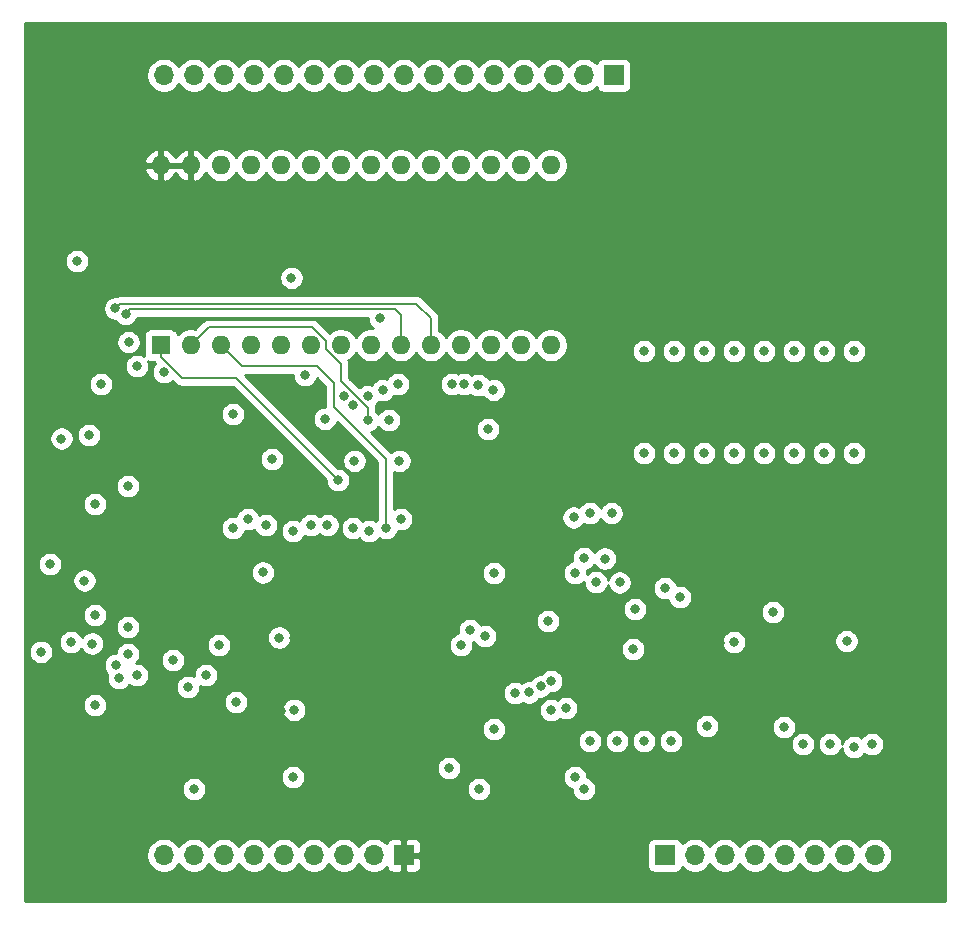
<source format=gbr>
%TF.GenerationSoftware,KiCad,Pcbnew,(5.1.10-1-10_14)*%
%TF.CreationDate,2021-11-08T19:33:34-05:00*%
%TF.ProjectId,RAM-MODULE,52414d2d-4d4f-4445-954c-452e6b696361,rev?*%
%TF.SameCoordinates,Original*%
%TF.FileFunction,Copper,L3,Inr*%
%TF.FilePolarity,Positive*%
%FSLAX46Y46*%
G04 Gerber Fmt 4.6, Leading zero omitted, Abs format (unit mm)*
G04 Created by KiCad (PCBNEW (5.1.10-1-10_14)) date 2021-11-08 19:33:34*
%MOMM*%
%LPD*%
G01*
G04 APERTURE LIST*
%TA.AperFunction,ComponentPad*%
%ADD10O,1.600000X1.600000*%
%TD*%
%TA.AperFunction,ComponentPad*%
%ADD11R,1.600000X1.600000*%
%TD*%
%TA.AperFunction,ComponentPad*%
%ADD12O,1.700000X1.700000*%
%TD*%
%TA.AperFunction,ComponentPad*%
%ADD13R,1.700000X1.700000*%
%TD*%
%TA.AperFunction,ViaPad*%
%ADD14C,0.800000*%
%TD*%
%TA.AperFunction,Conductor*%
%ADD15C,0.200000*%
%TD*%
%TA.AperFunction,Conductor*%
%ADD16C,0.254000*%
%TD*%
%TA.AperFunction,Conductor*%
%ADD17C,0.100000*%
%TD*%
G04 APERTURE END LIST*
D10*
%TO.N,+5V*%
%TO.C,U9*%
X4826000Y-109474000D03*
%TO.N,GND*%
X37846000Y-124714000D03*
%TO.N,+5V*%
X7366000Y-109474000D03*
%TO.N,/IO2*%
X35306000Y-124714000D03*
%TO.N,/A13*%
X9906000Y-109474000D03*
%TO.N,/IO1*%
X32766000Y-124714000D03*
%TO.N,/A8*%
X12446000Y-109474000D03*
%TO.N,/IO0*%
X30226000Y-124714000D03*
%TO.N,/A9*%
X14986000Y-109474000D03*
%TO.N,/A0*%
X27686000Y-124714000D03*
%TO.N,/A11*%
X17526000Y-109474000D03*
%TO.N,/A1*%
X25146000Y-124714000D03*
%TO.N,~OE*%
X20066000Y-109474000D03*
%TO.N,/A2*%
X22606000Y-124714000D03*
%TO.N,/A10*%
X22606000Y-109474000D03*
%TO.N,/A3*%
X20066000Y-124714000D03*
%TO.N,/~ROM_EN*%
X25146000Y-109474000D03*
%TO.N,/A4*%
X17526000Y-124714000D03*
%TO.N,/IO7*%
X27686000Y-109474000D03*
%TO.N,/A5*%
X14986000Y-124714000D03*
%TO.N,/IO6*%
X30226000Y-109474000D03*
%TO.N,/A6*%
X12446000Y-124714000D03*
%TO.N,/IO5*%
X32766000Y-109474000D03*
%TO.N,/A7*%
X9906000Y-124714000D03*
%TO.N,/IO4*%
X35306000Y-109474000D03*
%TO.N,/A12*%
X7366000Y-124714000D03*
%TO.N,/IO3*%
X37846000Y-109474000D03*
D11*
%TO.N,/A14*%
X4826000Y-124714000D03*
%TD*%
D12*
%TO.N,MR*%
%TO.C,J1*%
X5080000Y-167894000D03*
%TO.N,MODE*%
X7620000Y-167894000D03*
%TO.N,CLOCK*%
X10160000Y-167894000D03*
%TO.N,~DS_IN*%
X12700000Y-167894000D03*
%TO.N,~CS_IN*%
X15240000Y-167894000D03*
%TO.N,~OE*%
X17780000Y-167894000D03*
%TO.N,~WE*%
X20320000Y-167894000D03*
%TO.N,GND*%
X22860000Y-167894000D03*
D13*
%TO.N,+5V*%
X25400000Y-167894000D03*
%TD*%
D12*
%TO.N,/A15*%
%TO.C,J3*%
X5080000Y-101854000D03*
%TO.N,/A14*%
X7620000Y-101854000D03*
%TO.N,/A13*%
X10160000Y-101854000D03*
%TO.N,/A12*%
X12700000Y-101854000D03*
%TO.N,/A11*%
X15240000Y-101854000D03*
%TO.N,/A10*%
X17780000Y-101854000D03*
%TO.N,/A9*%
X20320000Y-101854000D03*
%TO.N,/A8*%
X22860000Y-101854000D03*
%TO.N,/A7*%
X25400000Y-101854000D03*
%TO.N,/A6*%
X27940000Y-101854000D03*
%TO.N,/A5*%
X30480000Y-101854000D03*
%TO.N,/A4*%
X33020000Y-101854000D03*
%TO.N,/A3*%
X35560000Y-101854000D03*
%TO.N,/A2*%
X38100000Y-101854000D03*
%TO.N,/A1*%
X40640000Y-101854000D03*
D13*
%TO.N,/A0*%
X43180000Y-101854000D03*
%TD*%
D12*
%TO.N,/IO0*%
%TO.C,J2*%
X65278000Y-167894000D03*
%TO.N,/IO1*%
X62738000Y-167894000D03*
%TO.N,/IO2*%
X60198000Y-167894000D03*
%TO.N,/IO3*%
X57658000Y-167894000D03*
%TO.N,/IO4*%
X55118000Y-167894000D03*
%TO.N,/IO5*%
X52578000Y-167894000D03*
%TO.N,/IO6*%
X50038000Y-167894000D03*
D13*
%TO.N,/IO7*%
X47498000Y-167894000D03*
%TD*%
D14*
%TO.N,GND*%
X62888500Y-149756500D03*
X56642000Y-147320000D03*
X57589500Y-157040500D03*
X39777000Y-139293000D03*
X43677000Y-144791000D03*
X33020000Y-144018000D03*
X16123000Y-155581000D03*
X7620000Y-162306000D03*
X13462000Y-143952000D03*
X16002000Y-140462000D03*
X14853000Y-149473000D03*
X14224000Y-134366000D03*
X1016000Y-151775000D03*
X-3586000Y-132618000D03*
X-2286000Y-117602000D03*
X33020000Y-157226000D03*
X63500000Y-133858000D03*
X60960000Y-133858000D03*
X58420000Y-133858000D03*
X55880000Y-133858000D03*
X53340000Y-133858000D03*
X50800000Y-133858000D03*
X48260000Y-133858000D03*
X45720000Y-133858000D03*
X39116000Y-155448000D03*
X-254000Y-128016000D03*
X-762000Y-138176000D03*
X51054000Y-156972000D03*
X44821601Y-150440932D03*
%TO.N,/A17*%
X7112000Y-153670000D03*
X-762000Y-155194000D03*
X44958010Y-147066000D03*
%TO.N,/A16*%
X32258000Y-149352000D03*
X8636000Y-152654000D03*
X2794000Y-152654000D03*
X37592000Y-148082000D03*
%TO.N,/A15*%
X-5334000Y-150677000D03*
X9742980Y-150114000D03*
%TO.N,/A14*%
X19825018Y-136130982D03*
%TO.N,/A13*%
X21209000Y-134493000D03*
X17018000Y-127254000D03*
%TO.N,/A12*%
X22352000Y-131064000D03*
%TO.N,/A11*%
X24130000Y-131064000D03*
%TO.N,/A10*%
X25019000Y-134493000D03*
%TO.N,/A9*%
X23368000Y-122428000D03*
X32512000Y-131826000D03*
%TO.N,/A8*%
X15875000Y-118999000D03*
X25146000Y-139446000D03*
%TO.N,/A7*%
X23876000Y-140208000D03*
%TO.N,/A6*%
X22475989Y-140444323D03*
%TO.N,/A5*%
X21075977Y-140208000D03*
%TO.N,/IO7*%
X45720000Y-125222000D03*
%TO.N,/IO6*%
X48260000Y-125222000D03*
X22352000Y-129032000D03*
X20320000Y-129032000D03*
%TO.N,/IO5*%
X50800000Y-125222000D03*
X23622000Y-128524000D03*
X21082000Y-129794000D03*
%TO.N,/IO4*%
X53340000Y-125222000D03*
X24892000Y-128016000D03*
X18711545Y-130953509D03*
%TO.N,/IO3*%
X55880000Y-125222000D03*
X18926011Y-139934526D03*
X32983994Y-128500032D03*
X37878448Y-153145436D03*
%TO.N,/IO2*%
X58420000Y-125222000D03*
X17526000Y-139954000D03*
X31706744Y-128100021D03*
X36987772Y-153600101D03*
%TO.N,/IO1*%
X60960000Y-125222000D03*
X30480000Y-128016000D03*
X13716000Y-139954000D03*
X35997000Y-154107000D03*
%TO.N,/IO0*%
X63500000Y-125222000D03*
X29464000Y-128016000D03*
X12192000Y-139446000D03*
X34798000Y-154178000D03*
%TO.N,/A4*%
X5080000Y-127000000D03*
%TO.N,/A3*%
X2794000Y-126492000D03*
%TO.N,/A2*%
X2093990Y-124460000D03*
%TO.N,/A1*%
X1848708Y-122077353D03*
%TO.N,/A0*%
X972642Y-121595137D03*
%TO.N,/A18*%
X30226000Y-150114000D03*
X5842000Y-151384000D03*
X1270000Y-152908000D03*
%TO.N,+5V*%
X52137000Y-149927000D03*
X14986000Y-155702000D03*
X16123000Y-149473000D03*
X16256000Y-134366000D03*
X34047000Y-150125000D03*
X33086000Y-147000000D03*
X38354000Y-139446000D03*
X-4236000Y-147656000D03*
X-4318000Y-135890000D03*
X-4236000Y-117684000D03*
X20320000Y-162306000D03*
X11326500Y-163679500D03*
%TO.N,MR*%
X53340000Y-149860000D03*
X40640000Y-162306000D03*
X31750000Y-162306000D03*
X29210000Y-160528000D03*
%TO.N,CLOCK*%
X39878000Y-161290000D03*
X37866132Y-155611054D03*
%TO.N,~OE*%
X11176000Y-154940000D03*
X10922000Y-130556000D03*
%TO.N,~WE*%
X16002000Y-161290000D03*
%TO.N,/CS2*%
X43434000Y-158242000D03*
X42414246Y-142786227D03*
%TO.N,/CS1*%
X45720000Y-158242000D03*
X41656000Y-144780000D03*
%TO.N,/CS0*%
X48006000Y-158242000D03*
X39878000Y-144018000D03*
%TO.N,/DS2*%
X61468000Y-158496000D03*
X42987990Y-138938000D03*
%TO.N,/DS1*%
X63500000Y-158750000D03*
X47498000Y-145288000D03*
%TO.N,/DS0*%
X65024000Y-158496000D03*
X48768000Y-146050000D03*
%TO.N,/CS3*%
X41148000Y-158242000D03*
X40640000Y-142748000D03*
%TO.N,/DS3*%
X59182000Y-158496000D03*
X41148000Y-138938000D03*
%TO.N,Net-(U1-Pad6)*%
X2032000Y-136652000D03*
X10922000Y-140208000D03*
%TO.N,/~RAM_CS*%
X30988000Y-148844000D03*
X2032000Y-150876000D03*
X2032000Y-148590000D03*
X-4572000Y-143256000D03*
%TO.N,/~ROM_EN*%
X-1270000Y-132334000D03*
%TO.N,Net-(U6-Pad10)*%
X-1636000Y-144638000D03*
X-981716Y-149976990D03*
%TO.N,Net-(U6-Pad3)*%
X-762000Y-147574000D03*
X-2794000Y-149860000D03*
%TD*%
D15*
%TO.N,/A14*%
X11202036Y-127508000D02*
X19425019Y-135730983D01*
X4826000Y-124714000D02*
X4826000Y-125714000D01*
X4826000Y-125714000D02*
X6620000Y-127508000D01*
X6620000Y-127508000D02*
X11202036Y-127508000D01*
X19425019Y-135730983D02*
X19825018Y-136130982D01*
%TO.N,/A12*%
X7366000Y-124714000D02*
X8890000Y-123190000D01*
X17630002Y-123190000D02*
X18796000Y-124355998D01*
X8890000Y-123190000D02*
X17630002Y-123190000D01*
X18796000Y-125072002D02*
X20066000Y-126342002D01*
X18796000Y-124355998D02*
X18796000Y-125072002D01*
X20066000Y-126342002D02*
X20066000Y-127762000D01*
X20066000Y-127762000D02*
X22352000Y-130048000D01*
X22352000Y-130048000D02*
X22352000Y-131064000D01*
%TO.N,/A7*%
X19469689Y-129901989D02*
X23876000Y-134308300D01*
X19469689Y-127927689D02*
X19469689Y-129901989D01*
X11684000Y-126492000D02*
X18034000Y-126492000D01*
X9906000Y-124714000D02*
X11684000Y-126492000D01*
X18034000Y-126492000D02*
X19469689Y-127927689D01*
X23876000Y-139642315D02*
X23876000Y-140208000D01*
X23876000Y-134308300D02*
X23876000Y-139642315D01*
%TO.N,/A1*%
X24649354Y-121677354D02*
X2248707Y-121677354D01*
X25146000Y-122174000D02*
X24649354Y-121677354D01*
X2248707Y-121677354D02*
X1848708Y-122077353D01*
X25146000Y-124714000D02*
X25146000Y-122174000D01*
%TO.N,/A0*%
X27686000Y-124714000D02*
X27686000Y-122428000D01*
X1372641Y-121195138D02*
X972642Y-121595137D01*
X27686000Y-122428000D02*
X26453138Y-121195138D01*
X26453138Y-121195138D02*
X1372641Y-121195138D01*
%TD*%
D16*
%TO.N,+5V*%
X71222001Y-161257572D02*
X71222000Y-161257582D01*
X71222001Y-171806000D01*
X-6706000Y-171806000D01*
X-6706000Y-167747740D01*
X3595000Y-167747740D01*
X3595000Y-168040260D01*
X3652068Y-168327158D01*
X3764010Y-168597411D01*
X3926525Y-168840632D01*
X4133368Y-169047475D01*
X4376589Y-169209990D01*
X4646842Y-169321932D01*
X4933740Y-169379000D01*
X5226260Y-169379000D01*
X5513158Y-169321932D01*
X5783411Y-169209990D01*
X6026632Y-169047475D01*
X6233475Y-168840632D01*
X6350000Y-168666240D01*
X6466525Y-168840632D01*
X6673368Y-169047475D01*
X6916589Y-169209990D01*
X7186842Y-169321932D01*
X7473740Y-169379000D01*
X7766260Y-169379000D01*
X8053158Y-169321932D01*
X8323411Y-169209990D01*
X8566632Y-169047475D01*
X8773475Y-168840632D01*
X8890000Y-168666240D01*
X9006525Y-168840632D01*
X9213368Y-169047475D01*
X9456589Y-169209990D01*
X9726842Y-169321932D01*
X10013740Y-169379000D01*
X10306260Y-169379000D01*
X10593158Y-169321932D01*
X10863411Y-169209990D01*
X11106632Y-169047475D01*
X11313475Y-168840632D01*
X11430000Y-168666240D01*
X11546525Y-168840632D01*
X11753368Y-169047475D01*
X11996589Y-169209990D01*
X12266842Y-169321932D01*
X12553740Y-169379000D01*
X12846260Y-169379000D01*
X13133158Y-169321932D01*
X13403411Y-169209990D01*
X13646632Y-169047475D01*
X13853475Y-168840632D01*
X13970000Y-168666240D01*
X14086525Y-168840632D01*
X14293368Y-169047475D01*
X14536589Y-169209990D01*
X14806842Y-169321932D01*
X15093740Y-169379000D01*
X15386260Y-169379000D01*
X15673158Y-169321932D01*
X15943411Y-169209990D01*
X16186632Y-169047475D01*
X16393475Y-168840632D01*
X16510000Y-168666240D01*
X16626525Y-168840632D01*
X16833368Y-169047475D01*
X17076589Y-169209990D01*
X17346842Y-169321932D01*
X17633740Y-169379000D01*
X17926260Y-169379000D01*
X18213158Y-169321932D01*
X18483411Y-169209990D01*
X18726632Y-169047475D01*
X18933475Y-168840632D01*
X19050000Y-168666240D01*
X19166525Y-168840632D01*
X19373368Y-169047475D01*
X19616589Y-169209990D01*
X19886842Y-169321932D01*
X20173740Y-169379000D01*
X20466260Y-169379000D01*
X20753158Y-169321932D01*
X21023411Y-169209990D01*
X21266632Y-169047475D01*
X21473475Y-168840632D01*
X21590000Y-168666240D01*
X21706525Y-168840632D01*
X21913368Y-169047475D01*
X22156589Y-169209990D01*
X22426842Y-169321932D01*
X22713740Y-169379000D01*
X23006260Y-169379000D01*
X23293158Y-169321932D01*
X23563411Y-169209990D01*
X23806632Y-169047475D01*
X23938487Y-168915620D01*
X23960498Y-168988180D01*
X24019463Y-169098494D01*
X24098815Y-169195185D01*
X24195506Y-169274537D01*
X24305820Y-169333502D01*
X24425518Y-169369812D01*
X24550000Y-169382072D01*
X25114250Y-169379000D01*
X25273000Y-169220250D01*
X25273000Y-168021000D01*
X25527000Y-168021000D01*
X25527000Y-169220250D01*
X25685750Y-169379000D01*
X26250000Y-169382072D01*
X26374482Y-169369812D01*
X26494180Y-169333502D01*
X26604494Y-169274537D01*
X26701185Y-169195185D01*
X26780537Y-169098494D01*
X26839502Y-168988180D01*
X26875812Y-168868482D01*
X26888072Y-168744000D01*
X26885000Y-168179750D01*
X26726250Y-168021000D01*
X25527000Y-168021000D01*
X25273000Y-168021000D01*
X25253000Y-168021000D01*
X25253000Y-167767000D01*
X25273000Y-167767000D01*
X25273000Y-166567750D01*
X25527000Y-166567750D01*
X25527000Y-167767000D01*
X26726250Y-167767000D01*
X26885000Y-167608250D01*
X26888072Y-167044000D01*
X46009928Y-167044000D01*
X46009928Y-168744000D01*
X46022188Y-168868482D01*
X46058498Y-168988180D01*
X46117463Y-169098494D01*
X46196815Y-169195185D01*
X46293506Y-169274537D01*
X46403820Y-169333502D01*
X46523518Y-169369812D01*
X46648000Y-169382072D01*
X48348000Y-169382072D01*
X48472482Y-169369812D01*
X48592180Y-169333502D01*
X48702494Y-169274537D01*
X48799185Y-169195185D01*
X48878537Y-169098494D01*
X48937502Y-168988180D01*
X48959513Y-168915620D01*
X49091368Y-169047475D01*
X49334589Y-169209990D01*
X49604842Y-169321932D01*
X49891740Y-169379000D01*
X50184260Y-169379000D01*
X50471158Y-169321932D01*
X50741411Y-169209990D01*
X50984632Y-169047475D01*
X51191475Y-168840632D01*
X51308000Y-168666240D01*
X51424525Y-168840632D01*
X51631368Y-169047475D01*
X51874589Y-169209990D01*
X52144842Y-169321932D01*
X52431740Y-169379000D01*
X52724260Y-169379000D01*
X53011158Y-169321932D01*
X53281411Y-169209990D01*
X53524632Y-169047475D01*
X53731475Y-168840632D01*
X53848000Y-168666240D01*
X53964525Y-168840632D01*
X54171368Y-169047475D01*
X54414589Y-169209990D01*
X54684842Y-169321932D01*
X54971740Y-169379000D01*
X55264260Y-169379000D01*
X55551158Y-169321932D01*
X55821411Y-169209990D01*
X56064632Y-169047475D01*
X56271475Y-168840632D01*
X56388000Y-168666240D01*
X56504525Y-168840632D01*
X56711368Y-169047475D01*
X56954589Y-169209990D01*
X57224842Y-169321932D01*
X57511740Y-169379000D01*
X57804260Y-169379000D01*
X58091158Y-169321932D01*
X58361411Y-169209990D01*
X58604632Y-169047475D01*
X58811475Y-168840632D01*
X58928000Y-168666240D01*
X59044525Y-168840632D01*
X59251368Y-169047475D01*
X59494589Y-169209990D01*
X59764842Y-169321932D01*
X60051740Y-169379000D01*
X60344260Y-169379000D01*
X60631158Y-169321932D01*
X60901411Y-169209990D01*
X61144632Y-169047475D01*
X61351475Y-168840632D01*
X61468000Y-168666240D01*
X61584525Y-168840632D01*
X61791368Y-169047475D01*
X62034589Y-169209990D01*
X62304842Y-169321932D01*
X62591740Y-169379000D01*
X62884260Y-169379000D01*
X63171158Y-169321932D01*
X63441411Y-169209990D01*
X63684632Y-169047475D01*
X63891475Y-168840632D01*
X64008000Y-168666240D01*
X64124525Y-168840632D01*
X64331368Y-169047475D01*
X64574589Y-169209990D01*
X64844842Y-169321932D01*
X65131740Y-169379000D01*
X65424260Y-169379000D01*
X65711158Y-169321932D01*
X65981411Y-169209990D01*
X66224632Y-169047475D01*
X66431475Y-168840632D01*
X66593990Y-168597411D01*
X66705932Y-168327158D01*
X66763000Y-168040260D01*
X66763000Y-167747740D01*
X66705932Y-167460842D01*
X66593990Y-167190589D01*
X66431475Y-166947368D01*
X66224632Y-166740525D01*
X65981411Y-166578010D01*
X65711158Y-166466068D01*
X65424260Y-166409000D01*
X65131740Y-166409000D01*
X64844842Y-166466068D01*
X64574589Y-166578010D01*
X64331368Y-166740525D01*
X64124525Y-166947368D01*
X64008000Y-167121760D01*
X63891475Y-166947368D01*
X63684632Y-166740525D01*
X63441411Y-166578010D01*
X63171158Y-166466068D01*
X62884260Y-166409000D01*
X62591740Y-166409000D01*
X62304842Y-166466068D01*
X62034589Y-166578010D01*
X61791368Y-166740525D01*
X61584525Y-166947368D01*
X61468000Y-167121760D01*
X61351475Y-166947368D01*
X61144632Y-166740525D01*
X60901411Y-166578010D01*
X60631158Y-166466068D01*
X60344260Y-166409000D01*
X60051740Y-166409000D01*
X59764842Y-166466068D01*
X59494589Y-166578010D01*
X59251368Y-166740525D01*
X59044525Y-166947368D01*
X58928000Y-167121760D01*
X58811475Y-166947368D01*
X58604632Y-166740525D01*
X58361411Y-166578010D01*
X58091158Y-166466068D01*
X57804260Y-166409000D01*
X57511740Y-166409000D01*
X57224842Y-166466068D01*
X56954589Y-166578010D01*
X56711368Y-166740525D01*
X56504525Y-166947368D01*
X56388000Y-167121760D01*
X56271475Y-166947368D01*
X56064632Y-166740525D01*
X55821411Y-166578010D01*
X55551158Y-166466068D01*
X55264260Y-166409000D01*
X54971740Y-166409000D01*
X54684842Y-166466068D01*
X54414589Y-166578010D01*
X54171368Y-166740525D01*
X53964525Y-166947368D01*
X53848000Y-167121760D01*
X53731475Y-166947368D01*
X53524632Y-166740525D01*
X53281411Y-166578010D01*
X53011158Y-166466068D01*
X52724260Y-166409000D01*
X52431740Y-166409000D01*
X52144842Y-166466068D01*
X51874589Y-166578010D01*
X51631368Y-166740525D01*
X51424525Y-166947368D01*
X51308000Y-167121760D01*
X51191475Y-166947368D01*
X50984632Y-166740525D01*
X50741411Y-166578010D01*
X50471158Y-166466068D01*
X50184260Y-166409000D01*
X49891740Y-166409000D01*
X49604842Y-166466068D01*
X49334589Y-166578010D01*
X49091368Y-166740525D01*
X48959513Y-166872380D01*
X48937502Y-166799820D01*
X48878537Y-166689506D01*
X48799185Y-166592815D01*
X48702494Y-166513463D01*
X48592180Y-166454498D01*
X48472482Y-166418188D01*
X48348000Y-166405928D01*
X46648000Y-166405928D01*
X46523518Y-166418188D01*
X46403820Y-166454498D01*
X46293506Y-166513463D01*
X46196815Y-166592815D01*
X46117463Y-166689506D01*
X46058498Y-166799820D01*
X46022188Y-166919518D01*
X46009928Y-167044000D01*
X26888072Y-167044000D01*
X26875812Y-166919518D01*
X26839502Y-166799820D01*
X26780537Y-166689506D01*
X26701185Y-166592815D01*
X26604494Y-166513463D01*
X26494180Y-166454498D01*
X26374482Y-166418188D01*
X26250000Y-166405928D01*
X25685750Y-166409000D01*
X25527000Y-166567750D01*
X25273000Y-166567750D01*
X25114250Y-166409000D01*
X24550000Y-166405928D01*
X24425518Y-166418188D01*
X24305820Y-166454498D01*
X24195506Y-166513463D01*
X24098815Y-166592815D01*
X24019463Y-166689506D01*
X23960498Y-166799820D01*
X23938487Y-166872380D01*
X23806632Y-166740525D01*
X23563411Y-166578010D01*
X23293158Y-166466068D01*
X23006260Y-166409000D01*
X22713740Y-166409000D01*
X22426842Y-166466068D01*
X22156589Y-166578010D01*
X21913368Y-166740525D01*
X21706525Y-166947368D01*
X21590000Y-167121760D01*
X21473475Y-166947368D01*
X21266632Y-166740525D01*
X21023411Y-166578010D01*
X20753158Y-166466068D01*
X20466260Y-166409000D01*
X20173740Y-166409000D01*
X19886842Y-166466068D01*
X19616589Y-166578010D01*
X19373368Y-166740525D01*
X19166525Y-166947368D01*
X19050000Y-167121760D01*
X18933475Y-166947368D01*
X18726632Y-166740525D01*
X18483411Y-166578010D01*
X18213158Y-166466068D01*
X17926260Y-166409000D01*
X17633740Y-166409000D01*
X17346842Y-166466068D01*
X17076589Y-166578010D01*
X16833368Y-166740525D01*
X16626525Y-166947368D01*
X16510000Y-167121760D01*
X16393475Y-166947368D01*
X16186632Y-166740525D01*
X15943411Y-166578010D01*
X15673158Y-166466068D01*
X15386260Y-166409000D01*
X15093740Y-166409000D01*
X14806842Y-166466068D01*
X14536589Y-166578010D01*
X14293368Y-166740525D01*
X14086525Y-166947368D01*
X13970000Y-167121760D01*
X13853475Y-166947368D01*
X13646632Y-166740525D01*
X13403411Y-166578010D01*
X13133158Y-166466068D01*
X12846260Y-166409000D01*
X12553740Y-166409000D01*
X12266842Y-166466068D01*
X11996589Y-166578010D01*
X11753368Y-166740525D01*
X11546525Y-166947368D01*
X11430000Y-167121760D01*
X11313475Y-166947368D01*
X11106632Y-166740525D01*
X10863411Y-166578010D01*
X10593158Y-166466068D01*
X10306260Y-166409000D01*
X10013740Y-166409000D01*
X9726842Y-166466068D01*
X9456589Y-166578010D01*
X9213368Y-166740525D01*
X9006525Y-166947368D01*
X8890000Y-167121760D01*
X8773475Y-166947368D01*
X8566632Y-166740525D01*
X8323411Y-166578010D01*
X8053158Y-166466068D01*
X7766260Y-166409000D01*
X7473740Y-166409000D01*
X7186842Y-166466068D01*
X6916589Y-166578010D01*
X6673368Y-166740525D01*
X6466525Y-166947368D01*
X6350000Y-167121760D01*
X6233475Y-166947368D01*
X6026632Y-166740525D01*
X5783411Y-166578010D01*
X5513158Y-166466068D01*
X5226260Y-166409000D01*
X4933740Y-166409000D01*
X4646842Y-166466068D01*
X4376589Y-166578010D01*
X4133368Y-166740525D01*
X3926525Y-166947368D01*
X3764010Y-167190589D01*
X3652068Y-167460842D01*
X3595000Y-167747740D01*
X-6706000Y-167747740D01*
X-6706000Y-162204061D01*
X6585000Y-162204061D01*
X6585000Y-162407939D01*
X6624774Y-162607898D01*
X6702795Y-162796256D01*
X6816063Y-162965774D01*
X6960226Y-163109937D01*
X7129744Y-163223205D01*
X7318102Y-163301226D01*
X7518061Y-163341000D01*
X7721939Y-163341000D01*
X7921898Y-163301226D01*
X8110256Y-163223205D01*
X8279774Y-163109937D01*
X8423937Y-162965774D01*
X8537205Y-162796256D01*
X8615226Y-162607898D01*
X8655000Y-162407939D01*
X8655000Y-162204061D01*
X8615226Y-162004102D01*
X8537205Y-161815744D01*
X8423937Y-161646226D01*
X8279774Y-161502063D01*
X8110256Y-161388795D01*
X7921898Y-161310774D01*
X7721939Y-161271000D01*
X7518061Y-161271000D01*
X7318102Y-161310774D01*
X7129744Y-161388795D01*
X6960226Y-161502063D01*
X6816063Y-161646226D01*
X6702795Y-161815744D01*
X6624774Y-162004102D01*
X6585000Y-162204061D01*
X-6706000Y-162204061D01*
X-6706000Y-161188061D01*
X14967000Y-161188061D01*
X14967000Y-161391939D01*
X15006774Y-161591898D01*
X15084795Y-161780256D01*
X15198063Y-161949774D01*
X15342226Y-162093937D01*
X15511744Y-162207205D01*
X15700102Y-162285226D01*
X15900061Y-162325000D01*
X16103939Y-162325000D01*
X16303898Y-162285226D01*
X16492256Y-162207205D01*
X16496961Y-162204061D01*
X30715000Y-162204061D01*
X30715000Y-162407939D01*
X30754774Y-162607898D01*
X30832795Y-162796256D01*
X30946063Y-162965774D01*
X31090226Y-163109937D01*
X31259744Y-163223205D01*
X31448102Y-163301226D01*
X31648061Y-163341000D01*
X31851939Y-163341000D01*
X32051898Y-163301226D01*
X32240256Y-163223205D01*
X32409774Y-163109937D01*
X32553937Y-162965774D01*
X32667205Y-162796256D01*
X32745226Y-162607898D01*
X32785000Y-162407939D01*
X32785000Y-162204061D01*
X32745226Y-162004102D01*
X32667205Y-161815744D01*
X32553937Y-161646226D01*
X32409774Y-161502063D01*
X32240256Y-161388795D01*
X32051898Y-161310774D01*
X31851939Y-161271000D01*
X31648061Y-161271000D01*
X31448102Y-161310774D01*
X31259744Y-161388795D01*
X31090226Y-161502063D01*
X30946063Y-161646226D01*
X30832795Y-161815744D01*
X30754774Y-162004102D01*
X30715000Y-162204061D01*
X16496961Y-162204061D01*
X16661774Y-162093937D01*
X16805937Y-161949774D01*
X16919205Y-161780256D01*
X16997226Y-161591898D01*
X17037000Y-161391939D01*
X17037000Y-161188061D01*
X16997226Y-160988102D01*
X16919205Y-160799744D01*
X16805937Y-160630226D01*
X16661774Y-160486063D01*
X16571975Y-160426061D01*
X28175000Y-160426061D01*
X28175000Y-160629939D01*
X28214774Y-160829898D01*
X28292795Y-161018256D01*
X28406063Y-161187774D01*
X28550226Y-161331937D01*
X28719744Y-161445205D01*
X28908102Y-161523226D01*
X29108061Y-161563000D01*
X29311939Y-161563000D01*
X29511898Y-161523226D01*
X29700256Y-161445205D01*
X29869774Y-161331937D01*
X30013650Y-161188061D01*
X38843000Y-161188061D01*
X38843000Y-161391939D01*
X38882774Y-161591898D01*
X38960795Y-161780256D01*
X39074063Y-161949774D01*
X39218226Y-162093937D01*
X39387744Y-162207205D01*
X39576102Y-162285226D01*
X39605000Y-162290974D01*
X39605000Y-162407939D01*
X39644774Y-162607898D01*
X39722795Y-162796256D01*
X39836063Y-162965774D01*
X39980226Y-163109937D01*
X40149744Y-163223205D01*
X40338102Y-163301226D01*
X40538061Y-163341000D01*
X40741939Y-163341000D01*
X40941898Y-163301226D01*
X41130256Y-163223205D01*
X41299774Y-163109937D01*
X41443937Y-162965774D01*
X41557205Y-162796256D01*
X41635226Y-162607898D01*
X41675000Y-162407939D01*
X41675000Y-162204061D01*
X41635226Y-162004102D01*
X41557205Y-161815744D01*
X41443937Y-161646226D01*
X41299774Y-161502063D01*
X41130256Y-161388795D01*
X40941898Y-161310774D01*
X40913000Y-161305026D01*
X40913000Y-161188061D01*
X40873226Y-160988102D01*
X40795205Y-160799744D01*
X40681937Y-160630226D01*
X40537774Y-160486063D01*
X40368256Y-160372795D01*
X40179898Y-160294774D01*
X39979939Y-160255000D01*
X39776061Y-160255000D01*
X39576102Y-160294774D01*
X39387744Y-160372795D01*
X39218226Y-160486063D01*
X39074063Y-160630226D01*
X38960795Y-160799744D01*
X38882774Y-160988102D01*
X38843000Y-161188061D01*
X30013650Y-161188061D01*
X30013937Y-161187774D01*
X30127205Y-161018256D01*
X30205226Y-160829898D01*
X30245000Y-160629939D01*
X30245000Y-160426061D01*
X30205226Y-160226102D01*
X30127205Y-160037744D01*
X30013937Y-159868226D01*
X29869774Y-159724063D01*
X29700256Y-159610795D01*
X29511898Y-159532774D01*
X29311939Y-159493000D01*
X29108061Y-159493000D01*
X28908102Y-159532774D01*
X28719744Y-159610795D01*
X28550226Y-159724063D01*
X28406063Y-159868226D01*
X28292795Y-160037744D01*
X28214774Y-160226102D01*
X28175000Y-160426061D01*
X16571975Y-160426061D01*
X16492256Y-160372795D01*
X16303898Y-160294774D01*
X16103939Y-160255000D01*
X15900061Y-160255000D01*
X15700102Y-160294774D01*
X15511744Y-160372795D01*
X15342226Y-160486063D01*
X15198063Y-160630226D01*
X15084795Y-160799744D01*
X15006774Y-160988102D01*
X14967000Y-161188061D01*
X-6706000Y-161188061D01*
X-6706000Y-157124061D01*
X31985000Y-157124061D01*
X31985000Y-157327939D01*
X32024774Y-157527898D01*
X32102795Y-157716256D01*
X32216063Y-157885774D01*
X32360226Y-158029937D01*
X32529744Y-158143205D01*
X32718102Y-158221226D01*
X32918061Y-158261000D01*
X33121939Y-158261000D01*
X33321898Y-158221226D01*
X33510256Y-158143205D01*
X33514961Y-158140061D01*
X40113000Y-158140061D01*
X40113000Y-158343939D01*
X40152774Y-158543898D01*
X40230795Y-158732256D01*
X40344063Y-158901774D01*
X40488226Y-159045937D01*
X40657744Y-159159205D01*
X40846102Y-159237226D01*
X41046061Y-159277000D01*
X41249939Y-159277000D01*
X41449898Y-159237226D01*
X41638256Y-159159205D01*
X41807774Y-159045937D01*
X41951937Y-158901774D01*
X42065205Y-158732256D01*
X42143226Y-158543898D01*
X42183000Y-158343939D01*
X42183000Y-158140061D01*
X42399000Y-158140061D01*
X42399000Y-158343939D01*
X42438774Y-158543898D01*
X42516795Y-158732256D01*
X42630063Y-158901774D01*
X42774226Y-159045937D01*
X42943744Y-159159205D01*
X43132102Y-159237226D01*
X43332061Y-159277000D01*
X43535939Y-159277000D01*
X43735898Y-159237226D01*
X43924256Y-159159205D01*
X44093774Y-159045937D01*
X44237937Y-158901774D01*
X44351205Y-158732256D01*
X44429226Y-158543898D01*
X44469000Y-158343939D01*
X44469000Y-158140061D01*
X44685000Y-158140061D01*
X44685000Y-158343939D01*
X44724774Y-158543898D01*
X44802795Y-158732256D01*
X44916063Y-158901774D01*
X45060226Y-159045937D01*
X45229744Y-159159205D01*
X45418102Y-159237226D01*
X45618061Y-159277000D01*
X45821939Y-159277000D01*
X46021898Y-159237226D01*
X46210256Y-159159205D01*
X46379774Y-159045937D01*
X46523937Y-158901774D01*
X46637205Y-158732256D01*
X46715226Y-158543898D01*
X46755000Y-158343939D01*
X46755000Y-158140061D01*
X46971000Y-158140061D01*
X46971000Y-158343939D01*
X47010774Y-158543898D01*
X47088795Y-158732256D01*
X47202063Y-158901774D01*
X47346226Y-159045937D01*
X47515744Y-159159205D01*
X47704102Y-159237226D01*
X47904061Y-159277000D01*
X48107939Y-159277000D01*
X48307898Y-159237226D01*
X48496256Y-159159205D01*
X48665774Y-159045937D01*
X48809937Y-158901774D01*
X48923205Y-158732256D01*
X49001226Y-158543898D01*
X49031030Y-158394061D01*
X58147000Y-158394061D01*
X58147000Y-158597939D01*
X58186774Y-158797898D01*
X58264795Y-158986256D01*
X58378063Y-159155774D01*
X58522226Y-159299937D01*
X58691744Y-159413205D01*
X58880102Y-159491226D01*
X59080061Y-159531000D01*
X59283939Y-159531000D01*
X59483898Y-159491226D01*
X59672256Y-159413205D01*
X59841774Y-159299937D01*
X59985937Y-159155774D01*
X60099205Y-158986256D01*
X60177226Y-158797898D01*
X60217000Y-158597939D01*
X60217000Y-158394061D01*
X60433000Y-158394061D01*
X60433000Y-158597939D01*
X60472774Y-158797898D01*
X60550795Y-158986256D01*
X60664063Y-159155774D01*
X60808226Y-159299937D01*
X60977744Y-159413205D01*
X61166102Y-159491226D01*
X61366061Y-159531000D01*
X61569939Y-159531000D01*
X61769898Y-159491226D01*
X61958256Y-159413205D01*
X62127774Y-159299937D01*
X62271937Y-159155774D01*
X62385205Y-158986256D01*
X62463226Y-158797898D01*
X62465000Y-158788979D01*
X62465000Y-158851939D01*
X62504774Y-159051898D01*
X62582795Y-159240256D01*
X62696063Y-159409774D01*
X62840226Y-159553937D01*
X63009744Y-159667205D01*
X63198102Y-159745226D01*
X63398061Y-159785000D01*
X63601939Y-159785000D01*
X63801898Y-159745226D01*
X63990256Y-159667205D01*
X64159774Y-159553937D01*
X64303937Y-159409774D01*
X64373284Y-159305989D01*
X64533744Y-159413205D01*
X64722102Y-159491226D01*
X64922061Y-159531000D01*
X65125939Y-159531000D01*
X65325898Y-159491226D01*
X65514256Y-159413205D01*
X65683774Y-159299937D01*
X65827937Y-159155774D01*
X65941205Y-158986256D01*
X66019226Y-158797898D01*
X66059000Y-158597939D01*
X66059000Y-158394061D01*
X66019226Y-158194102D01*
X65941205Y-158005744D01*
X65827937Y-157836226D01*
X65683774Y-157692063D01*
X65514256Y-157578795D01*
X65325898Y-157500774D01*
X65125939Y-157461000D01*
X64922061Y-157461000D01*
X64722102Y-157500774D01*
X64533744Y-157578795D01*
X64364226Y-157692063D01*
X64220063Y-157836226D01*
X64150716Y-157940011D01*
X63990256Y-157832795D01*
X63801898Y-157754774D01*
X63601939Y-157715000D01*
X63398061Y-157715000D01*
X63198102Y-157754774D01*
X63009744Y-157832795D01*
X62840226Y-157946063D01*
X62696063Y-158090226D01*
X62582795Y-158259744D01*
X62504774Y-158448102D01*
X62503000Y-158457021D01*
X62503000Y-158394061D01*
X62463226Y-158194102D01*
X62385205Y-158005744D01*
X62271937Y-157836226D01*
X62127774Y-157692063D01*
X61958256Y-157578795D01*
X61769898Y-157500774D01*
X61569939Y-157461000D01*
X61366061Y-157461000D01*
X61166102Y-157500774D01*
X60977744Y-157578795D01*
X60808226Y-157692063D01*
X60664063Y-157836226D01*
X60550795Y-158005744D01*
X60472774Y-158194102D01*
X60433000Y-158394061D01*
X60217000Y-158394061D01*
X60177226Y-158194102D01*
X60099205Y-158005744D01*
X59985937Y-157836226D01*
X59841774Y-157692063D01*
X59672256Y-157578795D01*
X59483898Y-157500774D01*
X59283939Y-157461000D01*
X59080061Y-157461000D01*
X58880102Y-157500774D01*
X58691744Y-157578795D01*
X58522226Y-157692063D01*
X58378063Y-157836226D01*
X58264795Y-158005744D01*
X58186774Y-158194102D01*
X58147000Y-158394061D01*
X49031030Y-158394061D01*
X49041000Y-158343939D01*
X49041000Y-158140061D01*
X49001226Y-157940102D01*
X48923205Y-157751744D01*
X48809937Y-157582226D01*
X48665774Y-157438063D01*
X48496256Y-157324795D01*
X48307898Y-157246774D01*
X48107939Y-157207000D01*
X47904061Y-157207000D01*
X47704102Y-157246774D01*
X47515744Y-157324795D01*
X47346226Y-157438063D01*
X47202063Y-157582226D01*
X47088795Y-157751744D01*
X47010774Y-157940102D01*
X46971000Y-158140061D01*
X46755000Y-158140061D01*
X46715226Y-157940102D01*
X46637205Y-157751744D01*
X46523937Y-157582226D01*
X46379774Y-157438063D01*
X46210256Y-157324795D01*
X46021898Y-157246774D01*
X45821939Y-157207000D01*
X45618061Y-157207000D01*
X45418102Y-157246774D01*
X45229744Y-157324795D01*
X45060226Y-157438063D01*
X44916063Y-157582226D01*
X44802795Y-157751744D01*
X44724774Y-157940102D01*
X44685000Y-158140061D01*
X44469000Y-158140061D01*
X44429226Y-157940102D01*
X44351205Y-157751744D01*
X44237937Y-157582226D01*
X44093774Y-157438063D01*
X43924256Y-157324795D01*
X43735898Y-157246774D01*
X43535939Y-157207000D01*
X43332061Y-157207000D01*
X43132102Y-157246774D01*
X42943744Y-157324795D01*
X42774226Y-157438063D01*
X42630063Y-157582226D01*
X42516795Y-157751744D01*
X42438774Y-157940102D01*
X42399000Y-158140061D01*
X42183000Y-158140061D01*
X42143226Y-157940102D01*
X42065205Y-157751744D01*
X41951937Y-157582226D01*
X41807774Y-157438063D01*
X41638256Y-157324795D01*
X41449898Y-157246774D01*
X41249939Y-157207000D01*
X41046061Y-157207000D01*
X40846102Y-157246774D01*
X40657744Y-157324795D01*
X40488226Y-157438063D01*
X40344063Y-157582226D01*
X40230795Y-157751744D01*
X40152774Y-157940102D01*
X40113000Y-158140061D01*
X33514961Y-158140061D01*
X33679774Y-158029937D01*
X33823937Y-157885774D01*
X33937205Y-157716256D01*
X34015226Y-157527898D01*
X34055000Y-157327939D01*
X34055000Y-157124061D01*
X34015226Y-156924102D01*
X33992842Y-156870061D01*
X50019000Y-156870061D01*
X50019000Y-157073939D01*
X50058774Y-157273898D01*
X50136795Y-157462256D01*
X50250063Y-157631774D01*
X50394226Y-157775937D01*
X50563744Y-157889205D01*
X50752102Y-157967226D01*
X50952061Y-158007000D01*
X51155939Y-158007000D01*
X51355898Y-157967226D01*
X51544256Y-157889205D01*
X51713774Y-157775937D01*
X51857937Y-157631774D01*
X51971205Y-157462256D01*
X52049226Y-157273898D01*
X52089000Y-157073939D01*
X52089000Y-156938561D01*
X56554500Y-156938561D01*
X56554500Y-157142439D01*
X56594274Y-157342398D01*
X56672295Y-157530756D01*
X56785563Y-157700274D01*
X56929726Y-157844437D01*
X57099244Y-157957705D01*
X57287602Y-158035726D01*
X57487561Y-158075500D01*
X57691439Y-158075500D01*
X57891398Y-158035726D01*
X58079756Y-157957705D01*
X58249274Y-157844437D01*
X58393437Y-157700274D01*
X58506705Y-157530756D01*
X58584726Y-157342398D01*
X58624500Y-157142439D01*
X58624500Y-156938561D01*
X58584726Y-156738602D01*
X58506705Y-156550244D01*
X58393437Y-156380726D01*
X58249274Y-156236563D01*
X58079756Y-156123295D01*
X57891398Y-156045274D01*
X57691439Y-156005500D01*
X57487561Y-156005500D01*
X57287602Y-156045274D01*
X57099244Y-156123295D01*
X56929726Y-156236563D01*
X56785563Y-156380726D01*
X56672295Y-156550244D01*
X56594274Y-156738602D01*
X56554500Y-156938561D01*
X52089000Y-156938561D01*
X52089000Y-156870061D01*
X52049226Y-156670102D01*
X51971205Y-156481744D01*
X51857937Y-156312226D01*
X51713774Y-156168063D01*
X51544256Y-156054795D01*
X51355898Y-155976774D01*
X51155939Y-155937000D01*
X50952061Y-155937000D01*
X50752102Y-155976774D01*
X50563744Y-156054795D01*
X50394226Y-156168063D01*
X50250063Y-156312226D01*
X50136795Y-156481744D01*
X50058774Y-156670102D01*
X50019000Y-156870061D01*
X33992842Y-156870061D01*
X33937205Y-156735744D01*
X33823937Y-156566226D01*
X33679774Y-156422063D01*
X33510256Y-156308795D01*
X33321898Y-156230774D01*
X33121939Y-156191000D01*
X32918061Y-156191000D01*
X32718102Y-156230774D01*
X32529744Y-156308795D01*
X32360226Y-156422063D01*
X32216063Y-156566226D01*
X32102795Y-156735744D01*
X32024774Y-156924102D01*
X31985000Y-157124061D01*
X-6706000Y-157124061D01*
X-6706000Y-155092061D01*
X-1797000Y-155092061D01*
X-1797000Y-155295939D01*
X-1757226Y-155495898D01*
X-1679205Y-155684256D01*
X-1565937Y-155853774D01*
X-1421774Y-155997937D01*
X-1252256Y-156111205D01*
X-1063898Y-156189226D01*
X-863939Y-156229000D01*
X-660061Y-156229000D01*
X-460102Y-156189226D01*
X-271744Y-156111205D01*
X-102226Y-155997937D01*
X41937Y-155853774D01*
X155205Y-155684256D01*
X233226Y-155495898D01*
X273000Y-155295939D01*
X273000Y-155092061D01*
X233226Y-154892102D01*
X210842Y-154838061D01*
X10141000Y-154838061D01*
X10141000Y-155041939D01*
X10180774Y-155241898D01*
X10258795Y-155430256D01*
X10372063Y-155599774D01*
X10516226Y-155743937D01*
X10685744Y-155857205D01*
X10874102Y-155935226D01*
X11074061Y-155975000D01*
X11277939Y-155975000D01*
X11477898Y-155935226D01*
X11666256Y-155857205D01*
X11835774Y-155743937D01*
X11979937Y-155599774D01*
X12060594Y-155479061D01*
X15088000Y-155479061D01*
X15088000Y-155682939D01*
X15127774Y-155882898D01*
X15205795Y-156071256D01*
X15319063Y-156240774D01*
X15463226Y-156384937D01*
X15632744Y-156498205D01*
X15821102Y-156576226D01*
X16021061Y-156616000D01*
X16224939Y-156616000D01*
X16424898Y-156576226D01*
X16613256Y-156498205D01*
X16782774Y-156384937D01*
X16926937Y-156240774D01*
X17040205Y-156071256D01*
X17118226Y-155882898D01*
X17158000Y-155682939D01*
X17158000Y-155509115D01*
X36831132Y-155509115D01*
X36831132Y-155712993D01*
X36870906Y-155912952D01*
X36948927Y-156101310D01*
X37062195Y-156270828D01*
X37206358Y-156414991D01*
X37375876Y-156528259D01*
X37564234Y-156606280D01*
X37764193Y-156646054D01*
X37968071Y-156646054D01*
X38168030Y-156606280D01*
X38356388Y-156528259D01*
X38525906Y-156414991D01*
X38595740Y-156345157D01*
X38625744Y-156365205D01*
X38814102Y-156443226D01*
X39014061Y-156483000D01*
X39217939Y-156483000D01*
X39417898Y-156443226D01*
X39606256Y-156365205D01*
X39775774Y-156251937D01*
X39919937Y-156107774D01*
X40033205Y-155938256D01*
X40111226Y-155749898D01*
X40151000Y-155549939D01*
X40151000Y-155346061D01*
X40111226Y-155146102D01*
X40033205Y-154957744D01*
X39919937Y-154788226D01*
X39775774Y-154644063D01*
X39606256Y-154530795D01*
X39417898Y-154452774D01*
X39217939Y-154413000D01*
X39014061Y-154413000D01*
X38814102Y-154452774D01*
X38625744Y-154530795D01*
X38456226Y-154644063D01*
X38386392Y-154713897D01*
X38356388Y-154693849D01*
X38168030Y-154615828D01*
X37968071Y-154576054D01*
X37764193Y-154576054D01*
X37564234Y-154615828D01*
X37375876Y-154693849D01*
X37206358Y-154807117D01*
X37062195Y-154951280D01*
X36948927Y-155120798D01*
X36870906Y-155309156D01*
X36831132Y-155509115D01*
X17158000Y-155509115D01*
X17158000Y-155479061D01*
X17118226Y-155279102D01*
X17040205Y-155090744D01*
X16926937Y-154921226D01*
X16782774Y-154777063D01*
X16613256Y-154663795D01*
X16424898Y-154585774D01*
X16224939Y-154546000D01*
X16021061Y-154546000D01*
X15821102Y-154585774D01*
X15632744Y-154663795D01*
X15463226Y-154777063D01*
X15319063Y-154921226D01*
X15205795Y-155090744D01*
X15127774Y-155279102D01*
X15088000Y-155479061D01*
X12060594Y-155479061D01*
X12093205Y-155430256D01*
X12171226Y-155241898D01*
X12211000Y-155041939D01*
X12211000Y-154838061D01*
X12171226Y-154638102D01*
X12093205Y-154449744D01*
X11979937Y-154280226D01*
X11835774Y-154136063D01*
X11745975Y-154076061D01*
X33763000Y-154076061D01*
X33763000Y-154279939D01*
X33802774Y-154479898D01*
X33880795Y-154668256D01*
X33994063Y-154837774D01*
X34138226Y-154981937D01*
X34307744Y-155095205D01*
X34496102Y-155173226D01*
X34696061Y-155213000D01*
X34899939Y-155213000D01*
X35099898Y-155173226D01*
X35288256Y-155095205D01*
X35450630Y-154986711D01*
X35506744Y-155024205D01*
X35695102Y-155102226D01*
X35895061Y-155142000D01*
X36098939Y-155142000D01*
X36298898Y-155102226D01*
X36487256Y-155024205D01*
X36656774Y-154910937D01*
X36800937Y-154766774D01*
X36888918Y-154635101D01*
X37089711Y-154635101D01*
X37289670Y-154595327D01*
X37478028Y-154517306D01*
X37647546Y-154404038D01*
X37791709Y-154259875D01*
X37844788Y-154180436D01*
X37980387Y-154180436D01*
X38180346Y-154140662D01*
X38368704Y-154062641D01*
X38538222Y-153949373D01*
X38682385Y-153805210D01*
X38795653Y-153635692D01*
X38873674Y-153447334D01*
X38913448Y-153247375D01*
X38913448Y-153043497D01*
X38873674Y-152843538D01*
X38795653Y-152655180D01*
X38682385Y-152485662D01*
X38538222Y-152341499D01*
X38368704Y-152228231D01*
X38180346Y-152150210D01*
X37980387Y-152110436D01*
X37776509Y-152110436D01*
X37576550Y-152150210D01*
X37388192Y-152228231D01*
X37218674Y-152341499D01*
X37074511Y-152485662D01*
X37021432Y-152565101D01*
X36885833Y-152565101D01*
X36685874Y-152604875D01*
X36497516Y-152682896D01*
X36327998Y-152796164D01*
X36183835Y-152940327D01*
X36095854Y-153072000D01*
X35895061Y-153072000D01*
X35695102Y-153111774D01*
X35506744Y-153189795D01*
X35344370Y-153298289D01*
X35288256Y-153260795D01*
X35099898Y-153182774D01*
X34899939Y-153143000D01*
X34696061Y-153143000D01*
X34496102Y-153182774D01*
X34307744Y-153260795D01*
X34138226Y-153374063D01*
X33994063Y-153518226D01*
X33880795Y-153687744D01*
X33802774Y-153876102D01*
X33763000Y-154076061D01*
X11745975Y-154076061D01*
X11666256Y-154022795D01*
X11477898Y-153944774D01*
X11277939Y-153905000D01*
X11074061Y-153905000D01*
X10874102Y-153944774D01*
X10685744Y-154022795D01*
X10516226Y-154136063D01*
X10372063Y-154280226D01*
X10258795Y-154449744D01*
X10180774Y-154638102D01*
X10141000Y-154838061D01*
X210842Y-154838061D01*
X155205Y-154703744D01*
X41937Y-154534226D01*
X-102226Y-154390063D01*
X-271744Y-154276795D01*
X-460102Y-154198774D01*
X-660061Y-154159000D01*
X-863939Y-154159000D01*
X-1063898Y-154198774D01*
X-1252256Y-154276795D01*
X-1421774Y-154390063D01*
X-1565937Y-154534226D01*
X-1679205Y-154703744D01*
X-1757226Y-154892102D01*
X-1797000Y-155092061D01*
X-6706000Y-155092061D01*
X-6706000Y-150575061D01*
X-6369000Y-150575061D01*
X-6369000Y-150778939D01*
X-6329226Y-150978898D01*
X-6251205Y-151167256D01*
X-6137937Y-151336774D01*
X-5993774Y-151480937D01*
X-5824256Y-151594205D01*
X-5635898Y-151672226D01*
X-5435939Y-151712000D01*
X-5232061Y-151712000D01*
X-5036300Y-151673061D01*
X-19000Y-151673061D01*
X-19000Y-151876939D01*
X20774Y-152076898D01*
X98795Y-152265256D01*
X212063Y-152434774D01*
X306587Y-152529298D01*
X274774Y-152606102D01*
X235000Y-152806061D01*
X235000Y-153009939D01*
X274774Y-153209898D01*
X352795Y-153398256D01*
X466063Y-153567774D01*
X610226Y-153711937D01*
X779744Y-153825205D01*
X968102Y-153903226D01*
X1168061Y-153943000D01*
X1371939Y-153943000D01*
X1571898Y-153903226D01*
X1760256Y-153825205D01*
X1929774Y-153711937D01*
X2073937Y-153567774D01*
X2143284Y-153463989D01*
X2303744Y-153571205D01*
X2492102Y-153649226D01*
X2692061Y-153689000D01*
X2895939Y-153689000D01*
X3095898Y-153649226D01*
X3284256Y-153571205D01*
X3288961Y-153568061D01*
X6077000Y-153568061D01*
X6077000Y-153771939D01*
X6116774Y-153971898D01*
X6194795Y-154160256D01*
X6308063Y-154329774D01*
X6452226Y-154473937D01*
X6621744Y-154587205D01*
X6810102Y-154665226D01*
X7010061Y-154705000D01*
X7213939Y-154705000D01*
X7413898Y-154665226D01*
X7602256Y-154587205D01*
X7771774Y-154473937D01*
X7915937Y-154329774D01*
X8029205Y-154160256D01*
X8107226Y-153971898D01*
X8147000Y-153771939D01*
X8147000Y-153571725D01*
X8334102Y-153649226D01*
X8534061Y-153689000D01*
X8737939Y-153689000D01*
X8937898Y-153649226D01*
X9126256Y-153571205D01*
X9295774Y-153457937D01*
X9439937Y-153313774D01*
X9553205Y-153144256D01*
X9631226Y-152955898D01*
X9671000Y-152755939D01*
X9671000Y-152552061D01*
X9631226Y-152352102D01*
X9553205Y-152163744D01*
X9439937Y-151994226D01*
X9295774Y-151850063D01*
X9126256Y-151736795D01*
X8937898Y-151658774D01*
X8737939Y-151619000D01*
X8534061Y-151619000D01*
X8334102Y-151658774D01*
X8145744Y-151736795D01*
X7976226Y-151850063D01*
X7832063Y-151994226D01*
X7718795Y-152163744D01*
X7640774Y-152352102D01*
X7601000Y-152552061D01*
X7601000Y-152752275D01*
X7413898Y-152674774D01*
X7213939Y-152635000D01*
X7010061Y-152635000D01*
X6810102Y-152674774D01*
X6621744Y-152752795D01*
X6452226Y-152866063D01*
X6308063Y-153010226D01*
X6194795Y-153179744D01*
X6116774Y-153368102D01*
X6077000Y-153568061D01*
X3288961Y-153568061D01*
X3453774Y-153457937D01*
X3597937Y-153313774D01*
X3711205Y-153144256D01*
X3789226Y-152955898D01*
X3829000Y-152755939D01*
X3829000Y-152552061D01*
X3789226Y-152352102D01*
X3711205Y-152163744D01*
X3597937Y-151994226D01*
X3453774Y-151850063D01*
X3284256Y-151736795D01*
X3095898Y-151658774D01*
X2895939Y-151619000D01*
X2752711Y-151619000D01*
X2835937Y-151535774D01*
X2949205Y-151366256D01*
X2984079Y-151282061D01*
X4807000Y-151282061D01*
X4807000Y-151485939D01*
X4846774Y-151685898D01*
X4924795Y-151874256D01*
X5038063Y-152043774D01*
X5182226Y-152187937D01*
X5351744Y-152301205D01*
X5540102Y-152379226D01*
X5740061Y-152419000D01*
X5943939Y-152419000D01*
X6143898Y-152379226D01*
X6332256Y-152301205D01*
X6501774Y-152187937D01*
X6645937Y-152043774D01*
X6759205Y-151874256D01*
X6837226Y-151685898D01*
X6877000Y-151485939D01*
X6877000Y-151282061D01*
X6837226Y-151082102D01*
X6759205Y-150893744D01*
X6645937Y-150724226D01*
X6501774Y-150580063D01*
X6332256Y-150466795D01*
X6143898Y-150388774D01*
X5943939Y-150349000D01*
X5740061Y-150349000D01*
X5540102Y-150388774D01*
X5351744Y-150466795D01*
X5182226Y-150580063D01*
X5038063Y-150724226D01*
X4924795Y-150893744D01*
X4846774Y-151082102D01*
X4807000Y-151282061D01*
X2984079Y-151282061D01*
X3027226Y-151177898D01*
X3067000Y-150977939D01*
X3067000Y-150774061D01*
X3027226Y-150574102D01*
X2949205Y-150385744D01*
X2835937Y-150216226D01*
X2691774Y-150072063D01*
X2601975Y-150012061D01*
X8707980Y-150012061D01*
X8707980Y-150215939D01*
X8747754Y-150415898D01*
X8825775Y-150604256D01*
X8939043Y-150773774D01*
X9083206Y-150917937D01*
X9252724Y-151031205D01*
X9441082Y-151109226D01*
X9641041Y-151149000D01*
X9844919Y-151149000D01*
X10044878Y-151109226D01*
X10233236Y-151031205D01*
X10402754Y-150917937D01*
X10546917Y-150773774D01*
X10660185Y-150604256D01*
X10738206Y-150415898D01*
X10777980Y-150215939D01*
X10777980Y-150012061D01*
X10738206Y-149812102D01*
X10660185Y-149623744D01*
X10546917Y-149454226D01*
X10463752Y-149371061D01*
X13818000Y-149371061D01*
X13818000Y-149574939D01*
X13857774Y-149774898D01*
X13935795Y-149963256D01*
X14049063Y-150132774D01*
X14193226Y-150276937D01*
X14362744Y-150390205D01*
X14551102Y-150468226D01*
X14751061Y-150508000D01*
X14954939Y-150508000D01*
X15154898Y-150468226D01*
X15343256Y-150390205D01*
X15512774Y-150276937D01*
X15656937Y-150132774D01*
X15737594Y-150012061D01*
X29191000Y-150012061D01*
X29191000Y-150215939D01*
X29230774Y-150415898D01*
X29308795Y-150604256D01*
X29422063Y-150773774D01*
X29566226Y-150917937D01*
X29735744Y-151031205D01*
X29924102Y-151109226D01*
X30124061Y-151149000D01*
X30327939Y-151149000D01*
X30527898Y-151109226D01*
X30716256Y-151031205D01*
X30885774Y-150917937D01*
X31029937Y-150773774D01*
X31143205Y-150604256D01*
X31221226Y-150415898D01*
X31261000Y-150215939D01*
X31261000Y-150012061D01*
X31229030Y-149851333D01*
X31289898Y-149839226D01*
X31332270Y-149821675D01*
X31340795Y-149842256D01*
X31454063Y-150011774D01*
X31598226Y-150155937D01*
X31767744Y-150269205D01*
X31956102Y-150347226D01*
X32156061Y-150387000D01*
X32359939Y-150387000D01*
X32559898Y-150347226D01*
X32579774Y-150338993D01*
X43786601Y-150338993D01*
X43786601Y-150542871D01*
X43826375Y-150742830D01*
X43904396Y-150931188D01*
X44017664Y-151100706D01*
X44161827Y-151244869D01*
X44331345Y-151358137D01*
X44519703Y-151436158D01*
X44719662Y-151475932D01*
X44923540Y-151475932D01*
X45123499Y-151436158D01*
X45311857Y-151358137D01*
X45481375Y-151244869D01*
X45625538Y-151100706D01*
X45738806Y-150931188D01*
X45816827Y-150742830D01*
X45856601Y-150542871D01*
X45856601Y-150338993D01*
X45816827Y-150139034D01*
X45738806Y-149950676D01*
X45625538Y-149781158D01*
X45602441Y-149758061D01*
X52305000Y-149758061D01*
X52305000Y-149961939D01*
X52344774Y-150161898D01*
X52422795Y-150350256D01*
X52536063Y-150519774D01*
X52680226Y-150663937D01*
X52849744Y-150777205D01*
X53038102Y-150855226D01*
X53238061Y-150895000D01*
X53441939Y-150895000D01*
X53641898Y-150855226D01*
X53830256Y-150777205D01*
X53999774Y-150663937D01*
X54143937Y-150519774D01*
X54257205Y-150350256D01*
X54335226Y-150161898D01*
X54375000Y-149961939D01*
X54375000Y-149758061D01*
X54354413Y-149654561D01*
X61853500Y-149654561D01*
X61853500Y-149858439D01*
X61893274Y-150058398D01*
X61971295Y-150246756D01*
X62084563Y-150416274D01*
X62228726Y-150560437D01*
X62398244Y-150673705D01*
X62586602Y-150751726D01*
X62786561Y-150791500D01*
X62990439Y-150791500D01*
X63190398Y-150751726D01*
X63378756Y-150673705D01*
X63548274Y-150560437D01*
X63692437Y-150416274D01*
X63805705Y-150246756D01*
X63883726Y-150058398D01*
X63923500Y-149858439D01*
X63923500Y-149654561D01*
X63883726Y-149454602D01*
X63805705Y-149266244D01*
X63692437Y-149096726D01*
X63548274Y-148952563D01*
X63378756Y-148839295D01*
X63190398Y-148761274D01*
X62990439Y-148721500D01*
X62786561Y-148721500D01*
X62586602Y-148761274D01*
X62398244Y-148839295D01*
X62228726Y-148952563D01*
X62084563Y-149096726D01*
X61971295Y-149266244D01*
X61893274Y-149454602D01*
X61853500Y-149654561D01*
X54354413Y-149654561D01*
X54335226Y-149558102D01*
X54257205Y-149369744D01*
X54143937Y-149200226D01*
X53999774Y-149056063D01*
X53830256Y-148942795D01*
X53641898Y-148864774D01*
X53441939Y-148825000D01*
X53238061Y-148825000D01*
X53038102Y-148864774D01*
X52849744Y-148942795D01*
X52680226Y-149056063D01*
X52536063Y-149200226D01*
X52422795Y-149369744D01*
X52344774Y-149558102D01*
X52305000Y-149758061D01*
X45602441Y-149758061D01*
X45481375Y-149636995D01*
X45311857Y-149523727D01*
X45123499Y-149445706D01*
X44923540Y-149405932D01*
X44719662Y-149405932D01*
X44519703Y-149445706D01*
X44331345Y-149523727D01*
X44161827Y-149636995D01*
X44017664Y-149781158D01*
X43904396Y-149950676D01*
X43826375Y-150139034D01*
X43786601Y-150338993D01*
X32579774Y-150338993D01*
X32748256Y-150269205D01*
X32917774Y-150155937D01*
X33061937Y-150011774D01*
X33175205Y-149842256D01*
X33253226Y-149653898D01*
X33293000Y-149453939D01*
X33293000Y-149250061D01*
X33253226Y-149050102D01*
X33175205Y-148861744D01*
X33061937Y-148692226D01*
X32917774Y-148548063D01*
X32748256Y-148434795D01*
X32559898Y-148356774D01*
X32359939Y-148317000D01*
X32156061Y-148317000D01*
X31956102Y-148356774D01*
X31913730Y-148374325D01*
X31905205Y-148353744D01*
X31791937Y-148184226D01*
X31647774Y-148040063D01*
X31557975Y-147980061D01*
X36557000Y-147980061D01*
X36557000Y-148183939D01*
X36596774Y-148383898D01*
X36674795Y-148572256D01*
X36788063Y-148741774D01*
X36932226Y-148885937D01*
X37101744Y-148999205D01*
X37290102Y-149077226D01*
X37490061Y-149117000D01*
X37693939Y-149117000D01*
X37893898Y-149077226D01*
X38082256Y-148999205D01*
X38251774Y-148885937D01*
X38395937Y-148741774D01*
X38509205Y-148572256D01*
X38587226Y-148383898D01*
X38627000Y-148183939D01*
X38627000Y-147980061D01*
X38587226Y-147780102D01*
X38509205Y-147591744D01*
X38395937Y-147422226D01*
X38251774Y-147278063D01*
X38082256Y-147164795D01*
X37893898Y-147086774D01*
X37693939Y-147047000D01*
X37490061Y-147047000D01*
X37290102Y-147086774D01*
X37101744Y-147164795D01*
X36932226Y-147278063D01*
X36788063Y-147422226D01*
X36674795Y-147591744D01*
X36596774Y-147780102D01*
X36557000Y-147980061D01*
X31557975Y-147980061D01*
X31478256Y-147926795D01*
X31289898Y-147848774D01*
X31089939Y-147809000D01*
X30886061Y-147809000D01*
X30686102Y-147848774D01*
X30497744Y-147926795D01*
X30328226Y-148040063D01*
X30184063Y-148184226D01*
X30070795Y-148353744D01*
X29992774Y-148542102D01*
X29953000Y-148742061D01*
X29953000Y-148945939D01*
X29984970Y-149106667D01*
X29924102Y-149118774D01*
X29735744Y-149196795D01*
X29566226Y-149310063D01*
X29422063Y-149454226D01*
X29308795Y-149623744D01*
X29230774Y-149812102D01*
X29191000Y-150012061D01*
X15737594Y-150012061D01*
X15770205Y-149963256D01*
X15848226Y-149774898D01*
X15888000Y-149574939D01*
X15888000Y-149371061D01*
X15848226Y-149171102D01*
X15770205Y-148982744D01*
X15656937Y-148813226D01*
X15512774Y-148669063D01*
X15343256Y-148555795D01*
X15154898Y-148477774D01*
X14954939Y-148438000D01*
X14751061Y-148438000D01*
X14551102Y-148477774D01*
X14362744Y-148555795D01*
X14193226Y-148669063D01*
X14049063Y-148813226D01*
X13935795Y-148982744D01*
X13857774Y-149171102D01*
X13818000Y-149371061D01*
X10463752Y-149371061D01*
X10402754Y-149310063D01*
X10233236Y-149196795D01*
X10044878Y-149118774D01*
X9844919Y-149079000D01*
X9641041Y-149079000D01*
X9441082Y-149118774D01*
X9252724Y-149196795D01*
X9083206Y-149310063D01*
X8939043Y-149454226D01*
X8825775Y-149623744D01*
X8747754Y-149812102D01*
X8707980Y-150012061D01*
X2601975Y-150012061D01*
X2522256Y-149958795D01*
X2333898Y-149880774D01*
X2133939Y-149841000D01*
X1930061Y-149841000D01*
X1730102Y-149880774D01*
X1541744Y-149958795D01*
X1372226Y-150072063D01*
X1228063Y-150216226D01*
X1114795Y-150385744D01*
X1036774Y-150574102D01*
X1003775Y-150740000D01*
X914061Y-150740000D01*
X714102Y-150779774D01*
X525744Y-150857795D01*
X356226Y-150971063D01*
X212063Y-151115226D01*
X98795Y-151284744D01*
X20774Y-151473102D01*
X-19000Y-151673061D01*
X-5036300Y-151673061D01*
X-5032102Y-151672226D01*
X-4843744Y-151594205D01*
X-4674226Y-151480937D01*
X-4530063Y-151336774D01*
X-4416795Y-151167256D01*
X-4338774Y-150978898D01*
X-4299000Y-150778939D01*
X-4299000Y-150575061D01*
X-4338774Y-150375102D01*
X-4416795Y-150186744D01*
X-4530063Y-150017226D01*
X-4674226Y-149873063D01*
X-4843744Y-149759795D01*
X-4847930Y-149758061D01*
X-3829000Y-149758061D01*
X-3829000Y-149961939D01*
X-3789226Y-150161898D01*
X-3711205Y-150350256D01*
X-3597937Y-150519774D01*
X-3453774Y-150663937D01*
X-3284256Y-150777205D01*
X-3095898Y-150855226D01*
X-2895939Y-150895000D01*
X-2692061Y-150895000D01*
X-2492102Y-150855226D01*
X-2303744Y-150777205D01*
X-2134226Y-150663937D01*
X-1990063Y-150519774D01*
X-1920368Y-150415468D01*
X-1898921Y-150467246D01*
X-1785653Y-150636764D01*
X-1641490Y-150780927D01*
X-1471972Y-150894195D01*
X-1283614Y-150972216D01*
X-1083655Y-151011990D01*
X-879777Y-151011990D01*
X-679818Y-150972216D01*
X-491460Y-150894195D01*
X-321942Y-150780927D01*
X-177779Y-150636764D01*
X-64511Y-150467246D01*
X13510Y-150278888D01*
X53284Y-150078929D01*
X53284Y-149875051D01*
X13510Y-149675092D01*
X-64511Y-149486734D01*
X-177779Y-149317216D01*
X-321942Y-149173053D01*
X-491460Y-149059785D01*
X-679818Y-148981764D01*
X-879777Y-148941990D01*
X-1083655Y-148941990D01*
X-1283614Y-148981764D01*
X-1471972Y-149059785D01*
X-1641490Y-149173053D01*
X-1785653Y-149317216D01*
X-1855348Y-149421522D01*
X-1876795Y-149369744D01*
X-1990063Y-149200226D01*
X-2134226Y-149056063D01*
X-2303744Y-148942795D01*
X-2492102Y-148864774D01*
X-2692061Y-148825000D01*
X-2895939Y-148825000D01*
X-3095898Y-148864774D01*
X-3284256Y-148942795D01*
X-3453774Y-149056063D01*
X-3597937Y-149200226D01*
X-3711205Y-149369744D01*
X-3789226Y-149558102D01*
X-3829000Y-149758061D01*
X-4847930Y-149758061D01*
X-5032102Y-149681774D01*
X-5232061Y-149642000D01*
X-5435939Y-149642000D01*
X-5635898Y-149681774D01*
X-5824256Y-149759795D01*
X-5993774Y-149873063D01*
X-6137937Y-150017226D01*
X-6251205Y-150186744D01*
X-6329226Y-150375102D01*
X-6369000Y-150575061D01*
X-6706000Y-150575061D01*
X-6706000Y-147472061D01*
X-1797000Y-147472061D01*
X-1797000Y-147675939D01*
X-1757226Y-147875898D01*
X-1679205Y-148064256D01*
X-1565937Y-148233774D01*
X-1421774Y-148377937D01*
X-1252256Y-148491205D01*
X-1063898Y-148569226D01*
X-863939Y-148609000D01*
X-660061Y-148609000D01*
X-460102Y-148569226D01*
X-271744Y-148491205D01*
X-267039Y-148488061D01*
X997000Y-148488061D01*
X997000Y-148691939D01*
X1036774Y-148891898D01*
X1114795Y-149080256D01*
X1228063Y-149249774D01*
X1372226Y-149393937D01*
X1541744Y-149507205D01*
X1730102Y-149585226D01*
X1930061Y-149625000D01*
X2133939Y-149625000D01*
X2333898Y-149585226D01*
X2522256Y-149507205D01*
X2691774Y-149393937D01*
X2835937Y-149249774D01*
X2949205Y-149080256D01*
X3027226Y-148891898D01*
X3067000Y-148691939D01*
X3067000Y-148488061D01*
X3027226Y-148288102D01*
X2949205Y-148099744D01*
X2835937Y-147930226D01*
X2691774Y-147786063D01*
X2522256Y-147672795D01*
X2333898Y-147594774D01*
X2133939Y-147555000D01*
X1930061Y-147555000D01*
X1730102Y-147594774D01*
X1541744Y-147672795D01*
X1372226Y-147786063D01*
X1228063Y-147930226D01*
X1114795Y-148099744D01*
X1036774Y-148288102D01*
X997000Y-148488061D01*
X-267039Y-148488061D01*
X-102226Y-148377937D01*
X41937Y-148233774D01*
X155205Y-148064256D01*
X233226Y-147875898D01*
X273000Y-147675939D01*
X273000Y-147472061D01*
X233226Y-147272102D01*
X155205Y-147083744D01*
X75236Y-146964061D01*
X43923010Y-146964061D01*
X43923010Y-147167939D01*
X43962784Y-147367898D01*
X44040805Y-147556256D01*
X44154073Y-147725774D01*
X44298236Y-147869937D01*
X44467754Y-147983205D01*
X44656112Y-148061226D01*
X44856071Y-148101000D01*
X45059949Y-148101000D01*
X45259908Y-148061226D01*
X45448266Y-147983205D01*
X45617784Y-147869937D01*
X45761947Y-147725774D01*
X45875215Y-147556256D01*
X45953236Y-147367898D01*
X45983040Y-147218061D01*
X55607000Y-147218061D01*
X55607000Y-147421939D01*
X55646774Y-147621898D01*
X55724795Y-147810256D01*
X55838063Y-147979774D01*
X55982226Y-148123937D01*
X56151744Y-148237205D01*
X56340102Y-148315226D01*
X56540061Y-148355000D01*
X56743939Y-148355000D01*
X56943898Y-148315226D01*
X57132256Y-148237205D01*
X57301774Y-148123937D01*
X57445937Y-147979774D01*
X57559205Y-147810256D01*
X57637226Y-147621898D01*
X57677000Y-147421939D01*
X57677000Y-147218061D01*
X57637226Y-147018102D01*
X57559205Y-146829744D01*
X57445937Y-146660226D01*
X57301774Y-146516063D01*
X57132256Y-146402795D01*
X56943898Y-146324774D01*
X56743939Y-146285000D01*
X56540061Y-146285000D01*
X56340102Y-146324774D01*
X56151744Y-146402795D01*
X55982226Y-146516063D01*
X55838063Y-146660226D01*
X55724795Y-146829744D01*
X55646774Y-147018102D01*
X55607000Y-147218061D01*
X45983040Y-147218061D01*
X45993010Y-147167939D01*
X45993010Y-146964061D01*
X45953236Y-146764102D01*
X45875215Y-146575744D01*
X45761947Y-146406226D01*
X45617784Y-146262063D01*
X45448266Y-146148795D01*
X45259908Y-146070774D01*
X45059949Y-146031000D01*
X44856071Y-146031000D01*
X44656112Y-146070774D01*
X44467754Y-146148795D01*
X44298236Y-146262063D01*
X44154073Y-146406226D01*
X44040805Y-146575744D01*
X43962784Y-146764102D01*
X43923010Y-146964061D01*
X75236Y-146964061D01*
X41937Y-146914226D01*
X-102226Y-146770063D01*
X-271744Y-146656795D01*
X-460102Y-146578774D01*
X-660061Y-146539000D01*
X-863939Y-146539000D01*
X-1063898Y-146578774D01*
X-1252256Y-146656795D01*
X-1421774Y-146770063D01*
X-1565937Y-146914226D01*
X-1679205Y-147083744D01*
X-1757226Y-147272102D01*
X-1797000Y-147472061D01*
X-6706000Y-147472061D01*
X-6706000Y-144536061D01*
X-2671000Y-144536061D01*
X-2671000Y-144739939D01*
X-2631226Y-144939898D01*
X-2553205Y-145128256D01*
X-2439937Y-145297774D01*
X-2295774Y-145441937D01*
X-2126256Y-145555205D01*
X-1937898Y-145633226D01*
X-1737939Y-145673000D01*
X-1534061Y-145673000D01*
X-1334102Y-145633226D01*
X-1145744Y-145555205D01*
X-976226Y-145441937D01*
X-832063Y-145297774D01*
X-718795Y-145128256D01*
X-640774Y-144939898D01*
X-601000Y-144739939D01*
X-601000Y-144536061D01*
X-640774Y-144336102D01*
X-718795Y-144147744D01*
X-832063Y-143978226D01*
X-960228Y-143850061D01*
X12427000Y-143850061D01*
X12427000Y-144053939D01*
X12466774Y-144253898D01*
X12544795Y-144442256D01*
X12658063Y-144611774D01*
X12802226Y-144755937D01*
X12971744Y-144869205D01*
X13160102Y-144947226D01*
X13360061Y-144987000D01*
X13563939Y-144987000D01*
X13763898Y-144947226D01*
X13952256Y-144869205D01*
X14121774Y-144755937D01*
X14265937Y-144611774D01*
X14379205Y-144442256D01*
X14457226Y-144253898D01*
X14497000Y-144053939D01*
X14497000Y-143916061D01*
X31985000Y-143916061D01*
X31985000Y-144119939D01*
X32024774Y-144319898D01*
X32102795Y-144508256D01*
X32216063Y-144677774D01*
X32360226Y-144821937D01*
X32529744Y-144935205D01*
X32718102Y-145013226D01*
X32918061Y-145053000D01*
X33121939Y-145053000D01*
X33321898Y-145013226D01*
X33510256Y-144935205D01*
X33679774Y-144821937D01*
X33823937Y-144677774D01*
X33937205Y-144508256D01*
X34015226Y-144319898D01*
X34055000Y-144119939D01*
X34055000Y-143916061D01*
X38843000Y-143916061D01*
X38843000Y-144119939D01*
X38882774Y-144319898D01*
X38960795Y-144508256D01*
X39074063Y-144677774D01*
X39218226Y-144821937D01*
X39387744Y-144935205D01*
X39576102Y-145013226D01*
X39776061Y-145053000D01*
X39979939Y-145053000D01*
X40179898Y-145013226D01*
X40368256Y-144935205D01*
X40537774Y-144821937D01*
X40621000Y-144738711D01*
X40621000Y-144881939D01*
X40660774Y-145081898D01*
X40738795Y-145270256D01*
X40852063Y-145439774D01*
X40996226Y-145583937D01*
X41165744Y-145697205D01*
X41354102Y-145775226D01*
X41554061Y-145815000D01*
X41757939Y-145815000D01*
X41957898Y-145775226D01*
X42146256Y-145697205D01*
X42315774Y-145583937D01*
X42459937Y-145439774D01*
X42573205Y-145270256D01*
X42651226Y-145081898D01*
X42665406Y-145010610D01*
X42681774Y-145092898D01*
X42759795Y-145281256D01*
X42873063Y-145450774D01*
X43017226Y-145594937D01*
X43186744Y-145708205D01*
X43375102Y-145786226D01*
X43575061Y-145826000D01*
X43778939Y-145826000D01*
X43978898Y-145786226D01*
X44167256Y-145708205D01*
X44336774Y-145594937D01*
X44480937Y-145450774D01*
X44594205Y-145281256D01*
X44633636Y-145186061D01*
X46463000Y-145186061D01*
X46463000Y-145389939D01*
X46502774Y-145589898D01*
X46580795Y-145778256D01*
X46694063Y-145947774D01*
X46838226Y-146091937D01*
X47007744Y-146205205D01*
X47196102Y-146283226D01*
X47396061Y-146323000D01*
X47599939Y-146323000D01*
X47760667Y-146291030D01*
X47772774Y-146351898D01*
X47850795Y-146540256D01*
X47964063Y-146709774D01*
X48108226Y-146853937D01*
X48277744Y-146967205D01*
X48466102Y-147045226D01*
X48666061Y-147085000D01*
X48869939Y-147085000D01*
X49069898Y-147045226D01*
X49258256Y-146967205D01*
X49427774Y-146853937D01*
X49571937Y-146709774D01*
X49685205Y-146540256D01*
X49763226Y-146351898D01*
X49803000Y-146151939D01*
X49803000Y-145948061D01*
X49763226Y-145748102D01*
X49685205Y-145559744D01*
X49571937Y-145390226D01*
X49427774Y-145246063D01*
X49258256Y-145132795D01*
X49069898Y-145054774D01*
X48869939Y-145015000D01*
X48666061Y-145015000D01*
X48505333Y-145046970D01*
X48493226Y-144986102D01*
X48415205Y-144797744D01*
X48301937Y-144628226D01*
X48157774Y-144484063D01*
X47988256Y-144370795D01*
X47799898Y-144292774D01*
X47599939Y-144253000D01*
X47396061Y-144253000D01*
X47196102Y-144292774D01*
X47007744Y-144370795D01*
X46838226Y-144484063D01*
X46694063Y-144628226D01*
X46580795Y-144797744D01*
X46502774Y-144986102D01*
X46463000Y-145186061D01*
X44633636Y-145186061D01*
X44672226Y-145092898D01*
X44712000Y-144892939D01*
X44712000Y-144689061D01*
X44672226Y-144489102D01*
X44594205Y-144300744D01*
X44480937Y-144131226D01*
X44336774Y-143987063D01*
X44167256Y-143873795D01*
X43978898Y-143795774D01*
X43778939Y-143756000D01*
X43575061Y-143756000D01*
X43375102Y-143795774D01*
X43186744Y-143873795D01*
X43017226Y-143987063D01*
X42873063Y-144131226D01*
X42759795Y-144300744D01*
X42681774Y-144489102D01*
X42667594Y-144560390D01*
X42651226Y-144478102D01*
X42573205Y-144289744D01*
X42459937Y-144120226D01*
X42315774Y-143976063D01*
X42146256Y-143862795D01*
X41957898Y-143784774D01*
X41757939Y-143745000D01*
X41554061Y-143745000D01*
X41354102Y-143784774D01*
X41165744Y-143862795D01*
X40996226Y-143976063D01*
X40913000Y-144059289D01*
X40913000Y-143916061D01*
X40881030Y-143755333D01*
X40941898Y-143743226D01*
X41130256Y-143665205D01*
X41299774Y-143551937D01*
X41443937Y-143407774D01*
X41514352Y-143302391D01*
X41610309Y-143446001D01*
X41754472Y-143590164D01*
X41923990Y-143703432D01*
X42112348Y-143781453D01*
X42312307Y-143821227D01*
X42516185Y-143821227D01*
X42716144Y-143781453D01*
X42904502Y-143703432D01*
X43074020Y-143590164D01*
X43218183Y-143446001D01*
X43331451Y-143276483D01*
X43409472Y-143088125D01*
X43449246Y-142888166D01*
X43449246Y-142684288D01*
X43409472Y-142484329D01*
X43331451Y-142295971D01*
X43218183Y-142126453D01*
X43074020Y-141982290D01*
X42904502Y-141869022D01*
X42716144Y-141791001D01*
X42516185Y-141751227D01*
X42312307Y-141751227D01*
X42112348Y-141791001D01*
X41923990Y-141869022D01*
X41754472Y-141982290D01*
X41610309Y-142126453D01*
X41539894Y-142231836D01*
X41443937Y-142088226D01*
X41299774Y-141944063D01*
X41130256Y-141830795D01*
X40941898Y-141752774D01*
X40741939Y-141713000D01*
X40538061Y-141713000D01*
X40338102Y-141752774D01*
X40149744Y-141830795D01*
X39980226Y-141944063D01*
X39836063Y-142088226D01*
X39722795Y-142257744D01*
X39644774Y-142446102D01*
X39605000Y-142646061D01*
X39605000Y-142849939D01*
X39636970Y-143010667D01*
X39576102Y-143022774D01*
X39387744Y-143100795D01*
X39218226Y-143214063D01*
X39074063Y-143358226D01*
X38960795Y-143527744D01*
X38882774Y-143716102D01*
X38843000Y-143916061D01*
X34055000Y-143916061D01*
X34015226Y-143716102D01*
X33937205Y-143527744D01*
X33823937Y-143358226D01*
X33679774Y-143214063D01*
X33510256Y-143100795D01*
X33321898Y-143022774D01*
X33121939Y-142983000D01*
X32918061Y-142983000D01*
X32718102Y-143022774D01*
X32529744Y-143100795D01*
X32360226Y-143214063D01*
X32216063Y-143358226D01*
X32102795Y-143527744D01*
X32024774Y-143716102D01*
X31985000Y-143916061D01*
X14497000Y-143916061D01*
X14497000Y-143850061D01*
X14457226Y-143650102D01*
X14379205Y-143461744D01*
X14265937Y-143292226D01*
X14121774Y-143148063D01*
X13952256Y-143034795D01*
X13763898Y-142956774D01*
X13563939Y-142917000D01*
X13360061Y-142917000D01*
X13160102Y-142956774D01*
X12971744Y-143034795D01*
X12802226Y-143148063D01*
X12658063Y-143292226D01*
X12544795Y-143461744D01*
X12466774Y-143650102D01*
X12427000Y-143850061D01*
X-960228Y-143850061D01*
X-976226Y-143834063D01*
X-1145744Y-143720795D01*
X-1334102Y-143642774D01*
X-1534061Y-143603000D01*
X-1737939Y-143603000D01*
X-1937898Y-143642774D01*
X-2126256Y-143720795D01*
X-2295774Y-143834063D01*
X-2439937Y-143978226D01*
X-2553205Y-144147744D01*
X-2631226Y-144336102D01*
X-2671000Y-144536061D01*
X-6706000Y-144536061D01*
X-6706000Y-143154061D01*
X-5607000Y-143154061D01*
X-5607000Y-143357939D01*
X-5567226Y-143557898D01*
X-5489205Y-143746256D01*
X-5375937Y-143915774D01*
X-5231774Y-144059937D01*
X-5062256Y-144173205D01*
X-4873898Y-144251226D01*
X-4673939Y-144291000D01*
X-4470061Y-144291000D01*
X-4270102Y-144251226D01*
X-4081744Y-144173205D01*
X-3912226Y-144059937D01*
X-3768063Y-143915774D01*
X-3654795Y-143746256D01*
X-3576774Y-143557898D01*
X-3537000Y-143357939D01*
X-3537000Y-143154061D01*
X-3576774Y-142954102D01*
X-3654795Y-142765744D01*
X-3768063Y-142596226D01*
X-3912226Y-142452063D01*
X-4081744Y-142338795D01*
X-4270102Y-142260774D01*
X-4470061Y-142221000D01*
X-4673939Y-142221000D01*
X-4873898Y-142260774D01*
X-5062256Y-142338795D01*
X-5231774Y-142452063D01*
X-5375937Y-142596226D01*
X-5489205Y-142765744D01*
X-5567226Y-142954102D01*
X-5607000Y-143154061D01*
X-6706000Y-143154061D01*
X-6706000Y-140106061D01*
X9887000Y-140106061D01*
X9887000Y-140309939D01*
X9926774Y-140509898D01*
X10004795Y-140698256D01*
X10118063Y-140867774D01*
X10262226Y-141011937D01*
X10431744Y-141125205D01*
X10620102Y-141203226D01*
X10820061Y-141243000D01*
X11023939Y-141243000D01*
X11223898Y-141203226D01*
X11412256Y-141125205D01*
X11581774Y-141011937D01*
X11725937Y-140867774D01*
X11839205Y-140698256D01*
X11917226Y-140509898D01*
X11929333Y-140449030D01*
X12090061Y-140481000D01*
X12293939Y-140481000D01*
X12493898Y-140441226D01*
X12682256Y-140363205D01*
X12747237Y-140319786D01*
X12798795Y-140444256D01*
X12912063Y-140613774D01*
X13056226Y-140757937D01*
X13225744Y-140871205D01*
X13414102Y-140949226D01*
X13614061Y-140989000D01*
X13817939Y-140989000D01*
X14017898Y-140949226D01*
X14206256Y-140871205D01*
X14375774Y-140757937D01*
X14519937Y-140613774D01*
X14633205Y-140444256D01*
X14668079Y-140360061D01*
X14967000Y-140360061D01*
X14967000Y-140563939D01*
X15006774Y-140763898D01*
X15084795Y-140952256D01*
X15198063Y-141121774D01*
X15342226Y-141265937D01*
X15511744Y-141379205D01*
X15700102Y-141457226D01*
X15900061Y-141497000D01*
X16103939Y-141497000D01*
X16303898Y-141457226D01*
X16492256Y-141379205D01*
X16661774Y-141265937D01*
X16805937Y-141121774D01*
X16919205Y-140952256D01*
X16970763Y-140827786D01*
X17035744Y-140871205D01*
X17224102Y-140949226D01*
X17424061Y-140989000D01*
X17627939Y-140989000D01*
X17827898Y-140949226D01*
X18016256Y-140871205D01*
X18185774Y-140757937D01*
X18235743Y-140707969D01*
X18266237Y-140738463D01*
X18435755Y-140851731D01*
X18624113Y-140929752D01*
X18824072Y-140969526D01*
X19027950Y-140969526D01*
X19227909Y-140929752D01*
X19416267Y-140851731D01*
X19585785Y-140738463D01*
X19729948Y-140594300D01*
X19843216Y-140424782D01*
X19921237Y-140236424D01*
X19961011Y-140036465D01*
X19961011Y-139832587D01*
X19921237Y-139632628D01*
X19843216Y-139444270D01*
X19729948Y-139274752D01*
X19585785Y-139130589D01*
X19416267Y-139017321D01*
X19227909Y-138939300D01*
X19027950Y-138899526D01*
X18824072Y-138899526D01*
X18624113Y-138939300D01*
X18435755Y-139017321D01*
X18266237Y-139130589D01*
X18216269Y-139180558D01*
X18185774Y-139150063D01*
X18016256Y-139036795D01*
X17827898Y-138958774D01*
X17627939Y-138919000D01*
X17424061Y-138919000D01*
X17224102Y-138958774D01*
X17035744Y-139036795D01*
X16866226Y-139150063D01*
X16722063Y-139294226D01*
X16608795Y-139463744D01*
X16557237Y-139588214D01*
X16492256Y-139544795D01*
X16303898Y-139466774D01*
X16103939Y-139427000D01*
X15900061Y-139427000D01*
X15700102Y-139466774D01*
X15511744Y-139544795D01*
X15342226Y-139658063D01*
X15198063Y-139802226D01*
X15084795Y-139971744D01*
X15006774Y-140160102D01*
X14967000Y-140360061D01*
X14668079Y-140360061D01*
X14711226Y-140255898D01*
X14751000Y-140055939D01*
X14751000Y-139852061D01*
X14711226Y-139652102D01*
X14633205Y-139463744D01*
X14519937Y-139294226D01*
X14375774Y-139150063D01*
X14206256Y-139036795D01*
X14017898Y-138958774D01*
X13817939Y-138919000D01*
X13614061Y-138919000D01*
X13414102Y-138958774D01*
X13225744Y-139036795D01*
X13160763Y-139080214D01*
X13109205Y-138955744D01*
X12995937Y-138786226D01*
X12851774Y-138642063D01*
X12682256Y-138528795D01*
X12493898Y-138450774D01*
X12293939Y-138411000D01*
X12090061Y-138411000D01*
X11890102Y-138450774D01*
X11701744Y-138528795D01*
X11532226Y-138642063D01*
X11388063Y-138786226D01*
X11274795Y-138955744D01*
X11196774Y-139144102D01*
X11184667Y-139204970D01*
X11023939Y-139173000D01*
X10820061Y-139173000D01*
X10620102Y-139212774D01*
X10431744Y-139290795D01*
X10262226Y-139404063D01*
X10118063Y-139548226D01*
X10004795Y-139717744D01*
X9926774Y-139906102D01*
X9887000Y-140106061D01*
X-6706000Y-140106061D01*
X-6706000Y-138074061D01*
X-1797000Y-138074061D01*
X-1797000Y-138277939D01*
X-1757226Y-138477898D01*
X-1679205Y-138666256D01*
X-1565937Y-138835774D01*
X-1421774Y-138979937D01*
X-1252256Y-139093205D01*
X-1063898Y-139171226D01*
X-863939Y-139211000D01*
X-660061Y-139211000D01*
X-460102Y-139171226D01*
X-271744Y-139093205D01*
X-102226Y-138979937D01*
X41937Y-138835774D01*
X155205Y-138666256D01*
X233226Y-138477898D01*
X273000Y-138277939D01*
X273000Y-138074061D01*
X233226Y-137874102D01*
X155205Y-137685744D01*
X41937Y-137516226D01*
X-102226Y-137372063D01*
X-271744Y-137258795D01*
X-460102Y-137180774D01*
X-660061Y-137141000D01*
X-863939Y-137141000D01*
X-1063898Y-137180774D01*
X-1252256Y-137258795D01*
X-1421774Y-137372063D01*
X-1565937Y-137516226D01*
X-1679205Y-137685744D01*
X-1757226Y-137874102D01*
X-1797000Y-138074061D01*
X-6706000Y-138074061D01*
X-6706000Y-136550061D01*
X997000Y-136550061D01*
X997000Y-136753939D01*
X1036774Y-136953898D01*
X1114795Y-137142256D01*
X1228063Y-137311774D01*
X1372226Y-137455937D01*
X1541744Y-137569205D01*
X1730102Y-137647226D01*
X1930061Y-137687000D01*
X2133939Y-137687000D01*
X2333898Y-137647226D01*
X2522256Y-137569205D01*
X2691774Y-137455937D01*
X2835937Y-137311774D01*
X2949205Y-137142256D01*
X3027226Y-136953898D01*
X3067000Y-136753939D01*
X3067000Y-136550061D01*
X3027226Y-136350102D01*
X2949205Y-136161744D01*
X2835937Y-135992226D01*
X2691774Y-135848063D01*
X2522256Y-135734795D01*
X2333898Y-135656774D01*
X2133939Y-135617000D01*
X1930061Y-135617000D01*
X1730102Y-135656774D01*
X1541744Y-135734795D01*
X1372226Y-135848063D01*
X1228063Y-135992226D01*
X1114795Y-136161744D01*
X1036774Y-136350102D01*
X997000Y-136550061D01*
X-6706000Y-136550061D01*
X-6706000Y-134264061D01*
X13189000Y-134264061D01*
X13189000Y-134467939D01*
X13228774Y-134667898D01*
X13306795Y-134856256D01*
X13420063Y-135025774D01*
X13564226Y-135169937D01*
X13733744Y-135283205D01*
X13922102Y-135361226D01*
X14122061Y-135401000D01*
X14325939Y-135401000D01*
X14525898Y-135361226D01*
X14714256Y-135283205D01*
X14883774Y-135169937D01*
X15027937Y-135025774D01*
X15141205Y-134856256D01*
X15219226Y-134667898D01*
X15259000Y-134467939D01*
X15259000Y-134264061D01*
X15219226Y-134064102D01*
X15141205Y-133875744D01*
X15027937Y-133706226D01*
X14883774Y-133562063D01*
X14714256Y-133448795D01*
X14525898Y-133370774D01*
X14325939Y-133331000D01*
X14122061Y-133331000D01*
X13922102Y-133370774D01*
X13733744Y-133448795D01*
X13564226Y-133562063D01*
X13420063Y-133706226D01*
X13306795Y-133875744D01*
X13228774Y-134064102D01*
X13189000Y-134264061D01*
X-6706000Y-134264061D01*
X-6706000Y-132516061D01*
X-4621000Y-132516061D01*
X-4621000Y-132719939D01*
X-4581226Y-132919898D01*
X-4503205Y-133108256D01*
X-4389937Y-133277774D01*
X-4245774Y-133421937D01*
X-4076256Y-133535205D01*
X-3887898Y-133613226D01*
X-3687939Y-133653000D01*
X-3484061Y-133653000D01*
X-3284102Y-133613226D01*
X-3095744Y-133535205D01*
X-2926226Y-133421937D01*
X-2782063Y-133277774D01*
X-2668795Y-133108256D01*
X-2590774Y-132919898D01*
X-2551000Y-132719939D01*
X-2551000Y-132516061D01*
X-2590774Y-132316102D01*
X-2625585Y-132232061D01*
X-2305000Y-132232061D01*
X-2305000Y-132435939D01*
X-2265226Y-132635898D01*
X-2187205Y-132824256D01*
X-2073937Y-132993774D01*
X-1929774Y-133137937D01*
X-1760256Y-133251205D01*
X-1571898Y-133329226D01*
X-1371939Y-133369000D01*
X-1168061Y-133369000D01*
X-968102Y-133329226D01*
X-779744Y-133251205D01*
X-610226Y-133137937D01*
X-466063Y-132993774D01*
X-352795Y-132824256D01*
X-274774Y-132635898D01*
X-235000Y-132435939D01*
X-235000Y-132232061D01*
X-274774Y-132032102D01*
X-352795Y-131843744D01*
X-466063Y-131674226D01*
X-610226Y-131530063D01*
X-779744Y-131416795D01*
X-968102Y-131338774D01*
X-1168061Y-131299000D01*
X-1371939Y-131299000D01*
X-1571898Y-131338774D01*
X-1760256Y-131416795D01*
X-1929774Y-131530063D01*
X-2073937Y-131674226D01*
X-2187205Y-131843744D01*
X-2265226Y-132032102D01*
X-2305000Y-132232061D01*
X-2625585Y-132232061D01*
X-2668795Y-132127744D01*
X-2782063Y-131958226D01*
X-2926226Y-131814063D01*
X-3095744Y-131700795D01*
X-3284102Y-131622774D01*
X-3484061Y-131583000D01*
X-3687939Y-131583000D01*
X-3887898Y-131622774D01*
X-4076256Y-131700795D01*
X-4245774Y-131814063D01*
X-4389937Y-131958226D01*
X-4503205Y-132127744D01*
X-4581226Y-132316102D01*
X-4621000Y-132516061D01*
X-6706000Y-132516061D01*
X-6706000Y-130454061D01*
X9887000Y-130454061D01*
X9887000Y-130657939D01*
X9926774Y-130857898D01*
X10004795Y-131046256D01*
X10118063Y-131215774D01*
X10262226Y-131359937D01*
X10431744Y-131473205D01*
X10620102Y-131551226D01*
X10820061Y-131591000D01*
X11023939Y-131591000D01*
X11223898Y-131551226D01*
X11412256Y-131473205D01*
X11581774Y-131359937D01*
X11725937Y-131215774D01*
X11839205Y-131046256D01*
X11917226Y-130857898D01*
X11957000Y-130657939D01*
X11957000Y-130454061D01*
X11917226Y-130254102D01*
X11839205Y-130065744D01*
X11725937Y-129896226D01*
X11581774Y-129752063D01*
X11412256Y-129638795D01*
X11223898Y-129560774D01*
X11023939Y-129521000D01*
X10820061Y-129521000D01*
X10620102Y-129560774D01*
X10431744Y-129638795D01*
X10262226Y-129752063D01*
X10118063Y-129896226D01*
X10004795Y-130065744D01*
X9926774Y-130254102D01*
X9887000Y-130454061D01*
X-6706000Y-130454061D01*
X-6706000Y-127914061D01*
X-1289000Y-127914061D01*
X-1289000Y-128117939D01*
X-1249226Y-128317898D01*
X-1171205Y-128506256D01*
X-1057937Y-128675774D01*
X-913774Y-128819937D01*
X-744256Y-128933205D01*
X-555898Y-129011226D01*
X-355939Y-129051000D01*
X-152061Y-129051000D01*
X47898Y-129011226D01*
X236256Y-128933205D01*
X405774Y-128819937D01*
X549937Y-128675774D01*
X663205Y-128506256D01*
X741226Y-128317898D01*
X781000Y-128117939D01*
X781000Y-127914061D01*
X741226Y-127714102D01*
X663205Y-127525744D01*
X549937Y-127356226D01*
X405774Y-127212063D01*
X236256Y-127098795D01*
X47898Y-127020774D01*
X-152061Y-126981000D01*
X-355939Y-126981000D01*
X-555898Y-127020774D01*
X-744256Y-127098795D01*
X-913774Y-127212063D01*
X-1057937Y-127356226D01*
X-1171205Y-127525744D01*
X-1249226Y-127714102D01*
X-1289000Y-127914061D01*
X-6706000Y-127914061D01*
X-6706000Y-124358061D01*
X1058990Y-124358061D01*
X1058990Y-124561939D01*
X1098764Y-124761898D01*
X1176785Y-124950256D01*
X1290053Y-125119774D01*
X1434216Y-125263937D01*
X1603734Y-125377205D01*
X1792092Y-125455226D01*
X1992051Y-125495000D01*
X2195929Y-125495000D01*
X2395888Y-125455226D01*
X2584246Y-125377205D01*
X2753764Y-125263937D01*
X2897927Y-125119774D01*
X3011195Y-124950256D01*
X3089216Y-124761898D01*
X3128990Y-124561939D01*
X3128990Y-124358061D01*
X3089216Y-124158102D01*
X3011195Y-123969744D01*
X2897927Y-123800226D01*
X2753764Y-123656063D01*
X2584246Y-123542795D01*
X2395888Y-123464774D01*
X2195929Y-123425000D01*
X1992051Y-123425000D01*
X1792092Y-123464774D01*
X1603734Y-123542795D01*
X1434216Y-123656063D01*
X1290053Y-123800226D01*
X1176785Y-123969744D01*
X1098764Y-124158102D01*
X1058990Y-124358061D01*
X-6706000Y-124358061D01*
X-6706000Y-121493198D01*
X-62358Y-121493198D01*
X-62358Y-121697076D01*
X-22584Y-121897035D01*
X55437Y-122085393D01*
X168705Y-122254911D01*
X312868Y-122399074D01*
X482386Y-122512342D01*
X670744Y-122590363D01*
X870703Y-122630137D01*
X973283Y-122630137D01*
X1044771Y-122737127D01*
X1188934Y-122881290D01*
X1358452Y-122994558D01*
X1546810Y-123072579D01*
X1746769Y-123112353D01*
X1950647Y-123112353D01*
X2150606Y-123072579D01*
X2338964Y-122994558D01*
X2508482Y-122881290D01*
X2652645Y-122737127D01*
X2765913Y-122567609D01*
X2830222Y-122412354D01*
X22333000Y-122412354D01*
X22333000Y-122529939D01*
X22372774Y-122729898D01*
X22450795Y-122918256D01*
X22564063Y-123087774D01*
X22708226Y-123231937D01*
X22791940Y-123287873D01*
X22747335Y-123279000D01*
X22464665Y-123279000D01*
X22187426Y-123334147D01*
X21926273Y-123442320D01*
X21691241Y-123599363D01*
X21491363Y-123799241D01*
X21336000Y-124031759D01*
X21180637Y-123799241D01*
X20980759Y-123599363D01*
X20745727Y-123442320D01*
X20484574Y-123334147D01*
X20207335Y-123279000D01*
X19924665Y-123279000D01*
X19647426Y-123334147D01*
X19386273Y-123442320D01*
X19151241Y-123599363D01*
X19115026Y-123635578D01*
X18175260Y-122695812D01*
X18152240Y-122667762D01*
X18040322Y-122575913D01*
X17912635Y-122507663D01*
X17774087Y-122465635D01*
X17666107Y-122455000D01*
X17630002Y-122451444D01*
X17593897Y-122455000D01*
X8926094Y-122455000D01*
X8889999Y-122451445D01*
X8853904Y-122455000D01*
X8853895Y-122455000D01*
X8745915Y-122465635D01*
X8607367Y-122507663D01*
X8479680Y-122575913D01*
X8367762Y-122667762D01*
X8344746Y-122695807D01*
X7719375Y-123321178D01*
X7507335Y-123279000D01*
X7224665Y-123279000D01*
X6947426Y-123334147D01*
X6686273Y-123442320D01*
X6451241Y-123599363D01*
X6252643Y-123797961D01*
X6251812Y-123789518D01*
X6215502Y-123669820D01*
X6156537Y-123559506D01*
X6077185Y-123462815D01*
X5980494Y-123383463D01*
X5870180Y-123324498D01*
X5750482Y-123288188D01*
X5626000Y-123275928D01*
X4026000Y-123275928D01*
X3901518Y-123288188D01*
X3781820Y-123324498D01*
X3671506Y-123383463D01*
X3574815Y-123462815D01*
X3495463Y-123559506D01*
X3436498Y-123669820D01*
X3400188Y-123789518D01*
X3387928Y-123914000D01*
X3387928Y-125514000D01*
X3400188Y-125638482D01*
X3405429Y-125655760D01*
X3284256Y-125574795D01*
X3095898Y-125496774D01*
X2895939Y-125457000D01*
X2692061Y-125457000D01*
X2492102Y-125496774D01*
X2303744Y-125574795D01*
X2134226Y-125688063D01*
X1990063Y-125832226D01*
X1876795Y-126001744D01*
X1798774Y-126190102D01*
X1759000Y-126390061D01*
X1759000Y-126593939D01*
X1798774Y-126793898D01*
X1876795Y-126982256D01*
X1990063Y-127151774D01*
X2134226Y-127295937D01*
X2303744Y-127409205D01*
X2492102Y-127487226D01*
X2692061Y-127527000D01*
X2895939Y-127527000D01*
X3095898Y-127487226D01*
X3284256Y-127409205D01*
X3453774Y-127295937D01*
X3597937Y-127151774D01*
X3711205Y-126982256D01*
X3789226Y-126793898D01*
X3829000Y-126593939D01*
X3829000Y-126390061D01*
X3789226Y-126190102D01*
X3745260Y-126083960D01*
X3781820Y-126103502D01*
X3901518Y-126139812D01*
X4026000Y-126152072D01*
X4234690Y-126152072D01*
X4303763Y-126236238D01*
X4331808Y-126259254D01*
X4344421Y-126271868D01*
X4276063Y-126340226D01*
X4162795Y-126509744D01*
X4084774Y-126698102D01*
X4045000Y-126898061D01*
X4045000Y-127101939D01*
X4084774Y-127301898D01*
X4162795Y-127490256D01*
X4276063Y-127659774D01*
X4420226Y-127803937D01*
X4589744Y-127917205D01*
X4778102Y-127995226D01*
X4978061Y-128035000D01*
X5181939Y-128035000D01*
X5381898Y-127995226D01*
X5570256Y-127917205D01*
X5739774Y-127803937D01*
X5808132Y-127735579D01*
X6074746Y-128002193D01*
X6097762Y-128030238D01*
X6209680Y-128122087D01*
X6337367Y-128190337D01*
X6433886Y-128219616D01*
X6475914Y-128232365D01*
X6490132Y-128233765D01*
X6583895Y-128243000D01*
X6583902Y-128243000D01*
X6619999Y-128246555D01*
X6656096Y-128243000D01*
X10897590Y-128243000D01*
X18790018Y-136135429D01*
X18790018Y-136232921D01*
X18829792Y-136432880D01*
X18907813Y-136621238D01*
X19021081Y-136790756D01*
X19165244Y-136934919D01*
X19334762Y-137048187D01*
X19523120Y-137126208D01*
X19723079Y-137165982D01*
X19926957Y-137165982D01*
X20126916Y-137126208D01*
X20315274Y-137048187D01*
X20484792Y-136934919D01*
X20628955Y-136790756D01*
X20742223Y-136621238D01*
X20820244Y-136432880D01*
X20860018Y-136232921D01*
X20860018Y-136029043D01*
X20820244Y-135829084D01*
X20742223Y-135640726D01*
X20628955Y-135471208D01*
X20484792Y-135327045D01*
X20315274Y-135213777D01*
X20126916Y-135135756D01*
X19926957Y-135095982D01*
X19829465Y-135095982D01*
X19124544Y-134391061D01*
X20174000Y-134391061D01*
X20174000Y-134594939D01*
X20213774Y-134794898D01*
X20291795Y-134983256D01*
X20405063Y-135152774D01*
X20549226Y-135296937D01*
X20718744Y-135410205D01*
X20907102Y-135488226D01*
X21107061Y-135528000D01*
X21310939Y-135528000D01*
X21510898Y-135488226D01*
X21699256Y-135410205D01*
X21868774Y-135296937D01*
X22012937Y-135152774D01*
X22126205Y-134983256D01*
X22204226Y-134794898D01*
X22244000Y-134594939D01*
X22244000Y-134391061D01*
X22204226Y-134191102D01*
X22126205Y-134002744D01*
X22012937Y-133833226D01*
X21868774Y-133689063D01*
X21699256Y-133575795D01*
X21510898Y-133497774D01*
X21310939Y-133458000D01*
X21107061Y-133458000D01*
X20907102Y-133497774D01*
X20718744Y-133575795D01*
X20549226Y-133689063D01*
X20405063Y-133833226D01*
X20291795Y-134002744D01*
X20213774Y-134191102D01*
X20174000Y-134391061D01*
X19124544Y-134391061D01*
X11960482Y-127227000D01*
X15983000Y-127227000D01*
X15983000Y-127355939D01*
X16022774Y-127555898D01*
X16100795Y-127744256D01*
X16214063Y-127913774D01*
X16358226Y-128057937D01*
X16527744Y-128171205D01*
X16716102Y-128249226D01*
X16916061Y-128289000D01*
X17119939Y-128289000D01*
X17319898Y-128249226D01*
X17508256Y-128171205D01*
X17677774Y-128057937D01*
X17821937Y-127913774D01*
X17935205Y-127744256D01*
X18013226Y-127555898D01*
X18020729Y-127518176D01*
X18734689Y-128232136D01*
X18734690Y-129865874D01*
X18731133Y-129901989D01*
X18732760Y-129918509D01*
X18609606Y-129918509D01*
X18409647Y-129958283D01*
X18221289Y-130036304D01*
X18051771Y-130149572D01*
X17907608Y-130293735D01*
X17794340Y-130463253D01*
X17716319Y-130651611D01*
X17676545Y-130851570D01*
X17676545Y-131055448D01*
X17716319Y-131255407D01*
X17794340Y-131443765D01*
X17907608Y-131613283D01*
X18051771Y-131757446D01*
X18221289Y-131870714D01*
X18409647Y-131948735D01*
X18609606Y-131988509D01*
X18813484Y-131988509D01*
X19013443Y-131948735D01*
X19201801Y-131870714D01*
X19371319Y-131757446D01*
X19515482Y-131613283D01*
X19628750Y-131443765D01*
X19706771Y-131255407D01*
X19719528Y-131191274D01*
X23141000Y-134612747D01*
X23141001Y-139479288D01*
X23072063Y-139548226D01*
X23049152Y-139582515D01*
X22966245Y-139527118D01*
X22777887Y-139449097D01*
X22577928Y-139409323D01*
X22374050Y-139409323D01*
X22174091Y-139449097D01*
X21985733Y-139527118D01*
X21902825Y-139582515D01*
X21879914Y-139548226D01*
X21735751Y-139404063D01*
X21566233Y-139290795D01*
X21377875Y-139212774D01*
X21177916Y-139173000D01*
X20974038Y-139173000D01*
X20774079Y-139212774D01*
X20585721Y-139290795D01*
X20416203Y-139404063D01*
X20272040Y-139548226D01*
X20158772Y-139717744D01*
X20080751Y-139906102D01*
X20040977Y-140106061D01*
X20040977Y-140309939D01*
X20080751Y-140509898D01*
X20158772Y-140698256D01*
X20272040Y-140867774D01*
X20416203Y-141011937D01*
X20585721Y-141125205D01*
X20774079Y-141203226D01*
X20974038Y-141243000D01*
X21177916Y-141243000D01*
X21377875Y-141203226D01*
X21566233Y-141125205D01*
X21649141Y-141069808D01*
X21672052Y-141104097D01*
X21816215Y-141248260D01*
X21985733Y-141361528D01*
X22174091Y-141439549D01*
X22374050Y-141479323D01*
X22577928Y-141479323D01*
X22777887Y-141439549D01*
X22966245Y-141361528D01*
X23135763Y-141248260D01*
X23279926Y-141104097D01*
X23302837Y-141069808D01*
X23385744Y-141125205D01*
X23574102Y-141203226D01*
X23774061Y-141243000D01*
X23977939Y-141243000D01*
X24177898Y-141203226D01*
X24366256Y-141125205D01*
X24535774Y-141011937D01*
X24679937Y-140867774D01*
X24793205Y-140698256D01*
X24871226Y-140509898D01*
X24883333Y-140449030D01*
X25044061Y-140481000D01*
X25247939Y-140481000D01*
X25447898Y-140441226D01*
X25636256Y-140363205D01*
X25805774Y-140249937D01*
X25949937Y-140105774D01*
X26063205Y-139936256D01*
X26141226Y-139747898D01*
X26181000Y-139547939D01*
X26181000Y-139344061D01*
X26150567Y-139191061D01*
X38742000Y-139191061D01*
X38742000Y-139394939D01*
X38781774Y-139594898D01*
X38859795Y-139783256D01*
X38973063Y-139952774D01*
X39117226Y-140096937D01*
X39286744Y-140210205D01*
X39475102Y-140288226D01*
X39675061Y-140328000D01*
X39878939Y-140328000D01*
X40078898Y-140288226D01*
X40267256Y-140210205D01*
X40436774Y-140096937D01*
X40580937Y-139952774D01*
X40649715Y-139849840D01*
X40657744Y-139855205D01*
X40846102Y-139933226D01*
X41046061Y-139973000D01*
X41249939Y-139973000D01*
X41449898Y-139933226D01*
X41638256Y-139855205D01*
X41807774Y-139741937D01*
X41951937Y-139597774D01*
X42065205Y-139428256D01*
X42067995Y-139421520D01*
X42070785Y-139428256D01*
X42184053Y-139597774D01*
X42328216Y-139741937D01*
X42497734Y-139855205D01*
X42686092Y-139933226D01*
X42886051Y-139973000D01*
X43089929Y-139973000D01*
X43289888Y-139933226D01*
X43478246Y-139855205D01*
X43647764Y-139741937D01*
X43791927Y-139597774D01*
X43905195Y-139428256D01*
X43983216Y-139239898D01*
X44022990Y-139039939D01*
X44022990Y-138836061D01*
X43983216Y-138636102D01*
X43905195Y-138447744D01*
X43791927Y-138278226D01*
X43647764Y-138134063D01*
X43478246Y-138020795D01*
X43289888Y-137942774D01*
X43089929Y-137903000D01*
X42886051Y-137903000D01*
X42686092Y-137942774D01*
X42497734Y-138020795D01*
X42328216Y-138134063D01*
X42184053Y-138278226D01*
X42070785Y-138447744D01*
X42067995Y-138454480D01*
X42065205Y-138447744D01*
X41951937Y-138278226D01*
X41807774Y-138134063D01*
X41638256Y-138020795D01*
X41449898Y-137942774D01*
X41249939Y-137903000D01*
X41046061Y-137903000D01*
X40846102Y-137942774D01*
X40657744Y-138020795D01*
X40488226Y-138134063D01*
X40344063Y-138278226D01*
X40275285Y-138381160D01*
X40267256Y-138375795D01*
X40078898Y-138297774D01*
X39878939Y-138258000D01*
X39675061Y-138258000D01*
X39475102Y-138297774D01*
X39286744Y-138375795D01*
X39117226Y-138489063D01*
X38973063Y-138633226D01*
X38859795Y-138802744D01*
X38781774Y-138991102D01*
X38742000Y-139191061D01*
X26150567Y-139191061D01*
X26141226Y-139144102D01*
X26063205Y-138955744D01*
X25949937Y-138786226D01*
X25805774Y-138642063D01*
X25636256Y-138528795D01*
X25447898Y-138450774D01*
X25247939Y-138411000D01*
X25044061Y-138411000D01*
X24844102Y-138450774D01*
X24655744Y-138528795D01*
X24611000Y-138558692D01*
X24611000Y-135444277D01*
X24717102Y-135488226D01*
X24917061Y-135528000D01*
X25120939Y-135528000D01*
X25320898Y-135488226D01*
X25509256Y-135410205D01*
X25678774Y-135296937D01*
X25822937Y-135152774D01*
X25936205Y-134983256D01*
X26014226Y-134794898D01*
X26054000Y-134594939D01*
X26054000Y-134391061D01*
X26014226Y-134191102D01*
X25936205Y-134002744D01*
X25822937Y-133833226D01*
X25745772Y-133756061D01*
X44685000Y-133756061D01*
X44685000Y-133959939D01*
X44724774Y-134159898D01*
X44802795Y-134348256D01*
X44916063Y-134517774D01*
X45060226Y-134661937D01*
X45229744Y-134775205D01*
X45418102Y-134853226D01*
X45618061Y-134893000D01*
X45821939Y-134893000D01*
X46021898Y-134853226D01*
X46210256Y-134775205D01*
X46379774Y-134661937D01*
X46523937Y-134517774D01*
X46637205Y-134348256D01*
X46715226Y-134159898D01*
X46755000Y-133959939D01*
X46755000Y-133756061D01*
X47225000Y-133756061D01*
X47225000Y-133959939D01*
X47264774Y-134159898D01*
X47342795Y-134348256D01*
X47456063Y-134517774D01*
X47600226Y-134661937D01*
X47769744Y-134775205D01*
X47958102Y-134853226D01*
X48158061Y-134893000D01*
X48361939Y-134893000D01*
X48561898Y-134853226D01*
X48750256Y-134775205D01*
X48919774Y-134661937D01*
X49063937Y-134517774D01*
X49177205Y-134348256D01*
X49255226Y-134159898D01*
X49295000Y-133959939D01*
X49295000Y-133756061D01*
X49765000Y-133756061D01*
X49765000Y-133959939D01*
X49804774Y-134159898D01*
X49882795Y-134348256D01*
X49996063Y-134517774D01*
X50140226Y-134661937D01*
X50309744Y-134775205D01*
X50498102Y-134853226D01*
X50698061Y-134893000D01*
X50901939Y-134893000D01*
X51101898Y-134853226D01*
X51290256Y-134775205D01*
X51459774Y-134661937D01*
X51603937Y-134517774D01*
X51717205Y-134348256D01*
X51795226Y-134159898D01*
X51835000Y-133959939D01*
X51835000Y-133756061D01*
X52305000Y-133756061D01*
X52305000Y-133959939D01*
X52344774Y-134159898D01*
X52422795Y-134348256D01*
X52536063Y-134517774D01*
X52680226Y-134661937D01*
X52849744Y-134775205D01*
X53038102Y-134853226D01*
X53238061Y-134893000D01*
X53441939Y-134893000D01*
X53641898Y-134853226D01*
X53830256Y-134775205D01*
X53999774Y-134661937D01*
X54143937Y-134517774D01*
X54257205Y-134348256D01*
X54335226Y-134159898D01*
X54375000Y-133959939D01*
X54375000Y-133756061D01*
X54845000Y-133756061D01*
X54845000Y-133959939D01*
X54884774Y-134159898D01*
X54962795Y-134348256D01*
X55076063Y-134517774D01*
X55220226Y-134661937D01*
X55389744Y-134775205D01*
X55578102Y-134853226D01*
X55778061Y-134893000D01*
X55981939Y-134893000D01*
X56181898Y-134853226D01*
X56370256Y-134775205D01*
X56539774Y-134661937D01*
X56683937Y-134517774D01*
X56797205Y-134348256D01*
X56875226Y-134159898D01*
X56915000Y-133959939D01*
X56915000Y-133756061D01*
X57385000Y-133756061D01*
X57385000Y-133959939D01*
X57424774Y-134159898D01*
X57502795Y-134348256D01*
X57616063Y-134517774D01*
X57760226Y-134661937D01*
X57929744Y-134775205D01*
X58118102Y-134853226D01*
X58318061Y-134893000D01*
X58521939Y-134893000D01*
X58721898Y-134853226D01*
X58910256Y-134775205D01*
X59079774Y-134661937D01*
X59223937Y-134517774D01*
X59337205Y-134348256D01*
X59415226Y-134159898D01*
X59455000Y-133959939D01*
X59455000Y-133756061D01*
X59925000Y-133756061D01*
X59925000Y-133959939D01*
X59964774Y-134159898D01*
X60042795Y-134348256D01*
X60156063Y-134517774D01*
X60300226Y-134661937D01*
X60469744Y-134775205D01*
X60658102Y-134853226D01*
X60858061Y-134893000D01*
X61061939Y-134893000D01*
X61261898Y-134853226D01*
X61450256Y-134775205D01*
X61619774Y-134661937D01*
X61763937Y-134517774D01*
X61877205Y-134348256D01*
X61955226Y-134159898D01*
X61995000Y-133959939D01*
X61995000Y-133756061D01*
X62465000Y-133756061D01*
X62465000Y-133959939D01*
X62504774Y-134159898D01*
X62582795Y-134348256D01*
X62696063Y-134517774D01*
X62840226Y-134661937D01*
X63009744Y-134775205D01*
X63198102Y-134853226D01*
X63398061Y-134893000D01*
X63601939Y-134893000D01*
X63801898Y-134853226D01*
X63990256Y-134775205D01*
X64159774Y-134661937D01*
X64303937Y-134517774D01*
X64417205Y-134348256D01*
X64495226Y-134159898D01*
X64535000Y-133959939D01*
X64535000Y-133756061D01*
X64495226Y-133556102D01*
X64417205Y-133367744D01*
X64303937Y-133198226D01*
X64159774Y-133054063D01*
X63990256Y-132940795D01*
X63801898Y-132862774D01*
X63601939Y-132823000D01*
X63398061Y-132823000D01*
X63198102Y-132862774D01*
X63009744Y-132940795D01*
X62840226Y-133054063D01*
X62696063Y-133198226D01*
X62582795Y-133367744D01*
X62504774Y-133556102D01*
X62465000Y-133756061D01*
X61995000Y-133756061D01*
X61955226Y-133556102D01*
X61877205Y-133367744D01*
X61763937Y-133198226D01*
X61619774Y-133054063D01*
X61450256Y-132940795D01*
X61261898Y-132862774D01*
X61061939Y-132823000D01*
X60858061Y-132823000D01*
X60658102Y-132862774D01*
X60469744Y-132940795D01*
X60300226Y-133054063D01*
X60156063Y-133198226D01*
X60042795Y-133367744D01*
X59964774Y-133556102D01*
X59925000Y-133756061D01*
X59455000Y-133756061D01*
X59415226Y-133556102D01*
X59337205Y-133367744D01*
X59223937Y-133198226D01*
X59079774Y-133054063D01*
X58910256Y-132940795D01*
X58721898Y-132862774D01*
X58521939Y-132823000D01*
X58318061Y-132823000D01*
X58118102Y-132862774D01*
X57929744Y-132940795D01*
X57760226Y-133054063D01*
X57616063Y-133198226D01*
X57502795Y-133367744D01*
X57424774Y-133556102D01*
X57385000Y-133756061D01*
X56915000Y-133756061D01*
X56875226Y-133556102D01*
X56797205Y-133367744D01*
X56683937Y-133198226D01*
X56539774Y-133054063D01*
X56370256Y-132940795D01*
X56181898Y-132862774D01*
X55981939Y-132823000D01*
X55778061Y-132823000D01*
X55578102Y-132862774D01*
X55389744Y-132940795D01*
X55220226Y-133054063D01*
X55076063Y-133198226D01*
X54962795Y-133367744D01*
X54884774Y-133556102D01*
X54845000Y-133756061D01*
X54375000Y-133756061D01*
X54335226Y-133556102D01*
X54257205Y-133367744D01*
X54143937Y-133198226D01*
X53999774Y-133054063D01*
X53830256Y-132940795D01*
X53641898Y-132862774D01*
X53441939Y-132823000D01*
X53238061Y-132823000D01*
X53038102Y-132862774D01*
X52849744Y-132940795D01*
X52680226Y-133054063D01*
X52536063Y-133198226D01*
X52422795Y-133367744D01*
X52344774Y-133556102D01*
X52305000Y-133756061D01*
X51835000Y-133756061D01*
X51795226Y-133556102D01*
X51717205Y-133367744D01*
X51603937Y-133198226D01*
X51459774Y-133054063D01*
X51290256Y-132940795D01*
X51101898Y-132862774D01*
X50901939Y-132823000D01*
X50698061Y-132823000D01*
X50498102Y-132862774D01*
X50309744Y-132940795D01*
X50140226Y-133054063D01*
X49996063Y-133198226D01*
X49882795Y-133367744D01*
X49804774Y-133556102D01*
X49765000Y-133756061D01*
X49295000Y-133756061D01*
X49255226Y-133556102D01*
X49177205Y-133367744D01*
X49063937Y-133198226D01*
X48919774Y-133054063D01*
X48750256Y-132940795D01*
X48561898Y-132862774D01*
X48361939Y-132823000D01*
X48158061Y-132823000D01*
X47958102Y-132862774D01*
X47769744Y-132940795D01*
X47600226Y-133054063D01*
X47456063Y-133198226D01*
X47342795Y-133367744D01*
X47264774Y-133556102D01*
X47225000Y-133756061D01*
X46755000Y-133756061D01*
X46715226Y-133556102D01*
X46637205Y-133367744D01*
X46523937Y-133198226D01*
X46379774Y-133054063D01*
X46210256Y-132940795D01*
X46021898Y-132862774D01*
X45821939Y-132823000D01*
X45618061Y-132823000D01*
X45418102Y-132862774D01*
X45229744Y-132940795D01*
X45060226Y-133054063D01*
X44916063Y-133198226D01*
X44802795Y-133367744D01*
X44724774Y-133556102D01*
X44685000Y-133756061D01*
X25745772Y-133756061D01*
X25678774Y-133689063D01*
X25509256Y-133575795D01*
X25320898Y-133497774D01*
X25120939Y-133458000D01*
X24917061Y-133458000D01*
X24717102Y-133497774D01*
X24528744Y-133575795D01*
X24359226Y-133689063D01*
X24327718Y-133720571D01*
X22662719Y-132055572D01*
X22842256Y-131981205D01*
X23011774Y-131867937D01*
X23155937Y-131723774D01*
X23241000Y-131596468D01*
X23326063Y-131723774D01*
X23470226Y-131867937D01*
X23639744Y-131981205D01*
X23828102Y-132059226D01*
X24028061Y-132099000D01*
X24231939Y-132099000D01*
X24431898Y-132059226D01*
X24620256Y-131981205D01*
X24789774Y-131867937D01*
X24933650Y-131724061D01*
X31477000Y-131724061D01*
X31477000Y-131927939D01*
X31516774Y-132127898D01*
X31594795Y-132316256D01*
X31708063Y-132485774D01*
X31852226Y-132629937D01*
X32021744Y-132743205D01*
X32210102Y-132821226D01*
X32410061Y-132861000D01*
X32613939Y-132861000D01*
X32813898Y-132821226D01*
X33002256Y-132743205D01*
X33171774Y-132629937D01*
X33315937Y-132485774D01*
X33429205Y-132316256D01*
X33507226Y-132127898D01*
X33547000Y-131927939D01*
X33547000Y-131724061D01*
X33507226Y-131524102D01*
X33429205Y-131335744D01*
X33315937Y-131166226D01*
X33171774Y-131022063D01*
X33002256Y-130908795D01*
X32813898Y-130830774D01*
X32613939Y-130791000D01*
X32410061Y-130791000D01*
X32210102Y-130830774D01*
X32021744Y-130908795D01*
X31852226Y-131022063D01*
X31708063Y-131166226D01*
X31594795Y-131335744D01*
X31516774Y-131524102D01*
X31477000Y-131724061D01*
X24933650Y-131724061D01*
X24933937Y-131723774D01*
X25047205Y-131554256D01*
X25125226Y-131365898D01*
X25165000Y-131165939D01*
X25165000Y-130962061D01*
X25125226Y-130762102D01*
X25047205Y-130573744D01*
X24933937Y-130404226D01*
X24789774Y-130260063D01*
X24620256Y-130146795D01*
X24431898Y-130068774D01*
X24231939Y-130029000D01*
X24028061Y-130029000D01*
X23828102Y-130068774D01*
X23639744Y-130146795D01*
X23470226Y-130260063D01*
X23326063Y-130404226D01*
X23241000Y-130531532D01*
X23155937Y-130404226D01*
X23087000Y-130335289D01*
X23087000Y-130084094D01*
X23090555Y-130047999D01*
X23087000Y-130011904D01*
X23087000Y-130011895D01*
X23076365Y-129903915D01*
X23045510Y-129802201D01*
X23155937Y-129691774D01*
X23269205Y-129522256D01*
X23277730Y-129501675D01*
X23320102Y-129519226D01*
X23520061Y-129559000D01*
X23723939Y-129559000D01*
X23923898Y-129519226D01*
X24112256Y-129441205D01*
X24281774Y-129327937D01*
X24425937Y-129183774D01*
X24539205Y-129014256D01*
X24547730Y-128993675D01*
X24590102Y-129011226D01*
X24790061Y-129051000D01*
X24993939Y-129051000D01*
X25193898Y-129011226D01*
X25382256Y-128933205D01*
X25551774Y-128819937D01*
X25695937Y-128675774D01*
X25809205Y-128506256D01*
X25887226Y-128317898D01*
X25927000Y-128117939D01*
X25927000Y-127914061D01*
X28429000Y-127914061D01*
X28429000Y-128117939D01*
X28468774Y-128317898D01*
X28546795Y-128506256D01*
X28660063Y-128675774D01*
X28804226Y-128819937D01*
X28973744Y-128933205D01*
X29162102Y-129011226D01*
X29362061Y-129051000D01*
X29565939Y-129051000D01*
X29765898Y-129011226D01*
X29954256Y-128933205D01*
X29972000Y-128921349D01*
X29989744Y-128933205D01*
X30178102Y-129011226D01*
X30378061Y-129051000D01*
X30581939Y-129051000D01*
X30781898Y-129011226D01*
X30970256Y-128933205D01*
X31033775Y-128890763D01*
X31046970Y-128903958D01*
X31216488Y-129017226D01*
X31404846Y-129095247D01*
X31604805Y-129135021D01*
X31808683Y-129135021D01*
X32008642Y-129095247D01*
X32109113Y-129053630D01*
X32180057Y-129159806D01*
X32324220Y-129303969D01*
X32493738Y-129417237D01*
X32682096Y-129495258D01*
X32882055Y-129535032D01*
X33085933Y-129535032D01*
X33285892Y-129495258D01*
X33474250Y-129417237D01*
X33643768Y-129303969D01*
X33787931Y-129159806D01*
X33901199Y-128990288D01*
X33979220Y-128801930D01*
X34018994Y-128601971D01*
X34018994Y-128398093D01*
X33979220Y-128198134D01*
X33901199Y-128009776D01*
X33787931Y-127840258D01*
X33643768Y-127696095D01*
X33474250Y-127582827D01*
X33285892Y-127504806D01*
X33085933Y-127465032D01*
X32882055Y-127465032D01*
X32682096Y-127504806D01*
X32581625Y-127546423D01*
X32510681Y-127440247D01*
X32366518Y-127296084D01*
X32197000Y-127182816D01*
X32008642Y-127104795D01*
X31808683Y-127065021D01*
X31604805Y-127065021D01*
X31404846Y-127104795D01*
X31216488Y-127182816D01*
X31152969Y-127225258D01*
X31139774Y-127212063D01*
X30970256Y-127098795D01*
X30781898Y-127020774D01*
X30581939Y-126981000D01*
X30378061Y-126981000D01*
X30178102Y-127020774D01*
X29989744Y-127098795D01*
X29972000Y-127110651D01*
X29954256Y-127098795D01*
X29765898Y-127020774D01*
X29565939Y-126981000D01*
X29362061Y-126981000D01*
X29162102Y-127020774D01*
X28973744Y-127098795D01*
X28804226Y-127212063D01*
X28660063Y-127356226D01*
X28546795Y-127525744D01*
X28468774Y-127714102D01*
X28429000Y-127914061D01*
X25927000Y-127914061D01*
X25887226Y-127714102D01*
X25809205Y-127525744D01*
X25695937Y-127356226D01*
X25551774Y-127212063D01*
X25382256Y-127098795D01*
X25193898Y-127020774D01*
X24993939Y-126981000D01*
X24790061Y-126981000D01*
X24590102Y-127020774D01*
X24401744Y-127098795D01*
X24232226Y-127212063D01*
X24088063Y-127356226D01*
X23974795Y-127525744D01*
X23966270Y-127546325D01*
X23923898Y-127528774D01*
X23723939Y-127489000D01*
X23520061Y-127489000D01*
X23320102Y-127528774D01*
X23131744Y-127606795D01*
X22962226Y-127720063D01*
X22818063Y-127864226D01*
X22704795Y-128033744D01*
X22696270Y-128054325D01*
X22653898Y-128036774D01*
X22453939Y-127997000D01*
X22250061Y-127997000D01*
X22050102Y-128036774D01*
X21861744Y-128114795D01*
X21692226Y-128228063D01*
X21631868Y-128288421D01*
X20801000Y-127457554D01*
X20801000Y-126378096D01*
X20804555Y-126342001D01*
X20801000Y-126305906D01*
X20801000Y-126305897D01*
X20790365Y-126197917D01*
X20748337Y-126059369D01*
X20715616Y-125998152D01*
X20745727Y-125985680D01*
X20980759Y-125828637D01*
X21180637Y-125628759D01*
X21336000Y-125396241D01*
X21491363Y-125628759D01*
X21691241Y-125828637D01*
X21926273Y-125985680D01*
X22187426Y-126093853D01*
X22464665Y-126149000D01*
X22747335Y-126149000D01*
X23024574Y-126093853D01*
X23285727Y-125985680D01*
X23520759Y-125828637D01*
X23720637Y-125628759D01*
X23876000Y-125396241D01*
X24031363Y-125628759D01*
X24231241Y-125828637D01*
X24466273Y-125985680D01*
X24727426Y-126093853D01*
X25004665Y-126149000D01*
X25287335Y-126149000D01*
X25564574Y-126093853D01*
X25825727Y-125985680D01*
X26060759Y-125828637D01*
X26260637Y-125628759D01*
X26416000Y-125396241D01*
X26571363Y-125628759D01*
X26771241Y-125828637D01*
X27006273Y-125985680D01*
X27267426Y-126093853D01*
X27544665Y-126149000D01*
X27827335Y-126149000D01*
X28104574Y-126093853D01*
X28365727Y-125985680D01*
X28600759Y-125828637D01*
X28800637Y-125628759D01*
X28956000Y-125396241D01*
X29111363Y-125628759D01*
X29311241Y-125828637D01*
X29546273Y-125985680D01*
X29807426Y-126093853D01*
X30084665Y-126149000D01*
X30367335Y-126149000D01*
X30644574Y-126093853D01*
X30905727Y-125985680D01*
X31140759Y-125828637D01*
X31340637Y-125628759D01*
X31496000Y-125396241D01*
X31651363Y-125628759D01*
X31851241Y-125828637D01*
X32086273Y-125985680D01*
X32347426Y-126093853D01*
X32624665Y-126149000D01*
X32907335Y-126149000D01*
X33184574Y-126093853D01*
X33445727Y-125985680D01*
X33680759Y-125828637D01*
X33880637Y-125628759D01*
X34036000Y-125396241D01*
X34191363Y-125628759D01*
X34391241Y-125828637D01*
X34626273Y-125985680D01*
X34887426Y-126093853D01*
X35164665Y-126149000D01*
X35447335Y-126149000D01*
X35724574Y-126093853D01*
X35985727Y-125985680D01*
X36220759Y-125828637D01*
X36420637Y-125628759D01*
X36576000Y-125396241D01*
X36731363Y-125628759D01*
X36931241Y-125828637D01*
X37166273Y-125985680D01*
X37427426Y-126093853D01*
X37704665Y-126149000D01*
X37987335Y-126149000D01*
X38264574Y-126093853D01*
X38525727Y-125985680D01*
X38760759Y-125828637D01*
X38960637Y-125628759D01*
X39117680Y-125393727D01*
X39225853Y-125132574D01*
X39228342Y-125120061D01*
X44685000Y-125120061D01*
X44685000Y-125323939D01*
X44724774Y-125523898D01*
X44802795Y-125712256D01*
X44916063Y-125881774D01*
X45060226Y-126025937D01*
X45229744Y-126139205D01*
X45418102Y-126217226D01*
X45618061Y-126257000D01*
X45821939Y-126257000D01*
X46021898Y-126217226D01*
X46210256Y-126139205D01*
X46379774Y-126025937D01*
X46523937Y-125881774D01*
X46637205Y-125712256D01*
X46715226Y-125523898D01*
X46755000Y-125323939D01*
X46755000Y-125120061D01*
X47225000Y-125120061D01*
X47225000Y-125323939D01*
X47264774Y-125523898D01*
X47342795Y-125712256D01*
X47456063Y-125881774D01*
X47600226Y-126025937D01*
X47769744Y-126139205D01*
X47958102Y-126217226D01*
X48158061Y-126257000D01*
X48361939Y-126257000D01*
X48561898Y-126217226D01*
X48750256Y-126139205D01*
X48919774Y-126025937D01*
X49063937Y-125881774D01*
X49177205Y-125712256D01*
X49255226Y-125523898D01*
X49295000Y-125323939D01*
X49295000Y-125120061D01*
X49765000Y-125120061D01*
X49765000Y-125323939D01*
X49804774Y-125523898D01*
X49882795Y-125712256D01*
X49996063Y-125881774D01*
X50140226Y-126025937D01*
X50309744Y-126139205D01*
X50498102Y-126217226D01*
X50698061Y-126257000D01*
X50901939Y-126257000D01*
X51101898Y-126217226D01*
X51290256Y-126139205D01*
X51459774Y-126025937D01*
X51603937Y-125881774D01*
X51717205Y-125712256D01*
X51795226Y-125523898D01*
X51835000Y-125323939D01*
X51835000Y-125120061D01*
X52305000Y-125120061D01*
X52305000Y-125323939D01*
X52344774Y-125523898D01*
X52422795Y-125712256D01*
X52536063Y-125881774D01*
X52680226Y-126025937D01*
X52849744Y-126139205D01*
X53038102Y-126217226D01*
X53238061Y-126257000D01*
X53441939Y-126257000D01*
X53641898Y-126217226D01*
X53830256Y-126139205D01*
X53999774Y-126025937D01*
X54143937Y-125881774D01*
X54257205Y-125712256D01*
X54335226Y-125523898D01*
X54375000Y-125323939D01*
X54375000Y-125120061D01*
X54845000Y-125120061D01*
X54845000Y-125323939D01*
X54884774Y-125523898D01*
X54962795Y-125712256D01*
X55076063Y-125881774D01*
X55220226Y-126025937D01*
X55389744Y-126139205D01*
X55578102Y-126217226D01*
X55778061Y-126257000D01*
X55981939Y-126257000D01*
X56181898Y-126217226D01*
X56370256Y-126139205D01*
X56539774Y-126025937D01*
X56683937Y-125881774D01*
X56797205Y-125712256D01*
X56875226Y-125523898D01*
X56915000Y-125323939D01*
X56915000Y-125120061D01*
X57385000Y-125120061D01*
X57385000Y-125323939D01*
X57424774Y-125523898D01*
X57502795Y-125712256D01*
X57616063Y-125881774D01*
X57760226Y-126025937D01*
X57929744Y-126139205D01*
X58118102Y-126217226D01*
X58318061Y-126257000D01*
X58521939Y-126257000D01*
X58721898Y-126217226D01*
X58910256Y-126139205D01*
X59079774Y-126025937D01*
X59223937Y-125881774D01*
X59337205Y-125712256D01*
X59415226Y-125523898D01*
X59455000Y-125323939D01*
X59455000Y-125120061D01*
X59925000Y-125120061D01*
X59925000Y-125323939D01*
X59964774Y-125523898D01*
X60042795Y-125712256D01*
X60156063Y-125881774D01*
X60300226Y-126025937D01*
X60469744Y-126139205D01*
X60658102Y-126217226D01*
X60858061Y-126257000D01*
X61061939Y-126257000D01*
X61261898Y-126217226D01*
X61450256Y-126139205D01*
X61619774Y-126025937D01*
X61763937Y-125881774D01*
X61877205Y-125712256D01*
X61955226Y-125523898D01*
X61995000Y-125323939D01*
X61995000Y-125120061D01*
X62465000Y-125120061D01*
X62465000Y-125323939D01*
X62504774Y-125523898D01*
X62582795Y-125712256D01*
X62696063Y-125881774D01*
X62840226Y-126025937D01*
X63009744Y-126139205D01*
X63198102Y-126217226D01*
X63398061Y-126257000D01*
X63601939Y-126257000D01*
X63801898Y-126217226D01*
X63990256Y-126139205D01*
X64159774Y-126025937D01*
X64303937Y-125881774D01*
X64417205Y-125712256D01*
X64495226Y-125523898D01*
X64535000Y-125323939D01*
X64535000Y-125120061D01*
X64495226Y-124920102D01*
X64417205Y-124731744D01*
X64303937Y-124562226D01*
X64159774Y-124418063D01*
X63990256Y-124304795D01*
X63801898Y-124226774D01*
X63601939Y-124187000D01*
X63398061Y-124187000D01*
X63198102Y-124226774D01*
X63009744Y-124304795D01*
X62840226Y-124418063D01*
X62696063Y-124562226D01*
X62582795Y-124731744D01*
X62504774Y-124920102D01*
X62465000Y-125120061D01*
X61995000Y-125120061D01*
X61955226Y-124920102D01*
X61877205Y-124731744D01*
X61763937Y-124562226D01*
X61619774Y-124418063D01*
X61450256Y-124304795D01*
X61261898Y-124226774D01*
X61061939Y-124187000D01*
X60858061Y-124187000D01*
X60658102Y-124226774D01*
X60469744Y-124304795D01*
X60300226Y-124418063D01*
X60156063Y-124562226D01*
X60042795Y-124731744D01*
X59964774Y-124920102D01*
X59925000Y-125120061D01*
X59455000Y-125120061D01*
X59415226Y-124920102D01*
X59337205Y-124731744D01*
X59223937Y-124562226D01*
X59079774Y-124418063D01*
X58910256Y-124304795D01*
X58721898Y-124226774D01*
X58521939Y-124187000D01*
X58318061Y-124187000D01*
X58118102Y-124226774D01*
X57929744Y-124304795D01*
X57760226Y-124418063D01*
X57616063Y-124562226D01*
X57502795Y-124731744D01*
X57424774Y-124920102D01*
X57385000Y-125120061D01*
X56915000Y-125120061D01*
X56875226Y-124920102D01*
X56797205Y-124731744D01*
X56683937Y-124562226D01*
X56539774Y-124418063D01*
X56370256Y-124304795D01*
X56181898Y-124226774D01*
X55981939Y-124187000D01*
X55778061Y-124187000D01*
X55578102Y-124226774D01*
X55389744Y-124304795D01*
X55220226Y-124418063D01*
X55076063Y-124562226D01*
X54962795Y-124731744D01*
X54884774Y-124920102D01*
X54845000Y-125120061D01*
X54375000Y-125120061D01*
X54335226Y-124920102D01*
X54257205Y-124731744D01*
X54143937Y-124562226D01*
X53999774Y-124418063D01*
X53830256Y-124304795D01*
X53641898Y-124226774D01*
X53441939Y-124187000D01*
X53238061Y-124187000D01*
X53038102Y-124226774D01*
X52849744Y-124304795D01*
X52680226Y-124418063D01*
X52536063Y-124562226D01*
X52422795Y-124731744D01*
X52344774Y-124920102D01*
X52305000Y-125120061D01*
X51835000Y-125120061D01*
X51795226Y-124920102D01*
X51717205Y-124731744D01*
X51603937Y-124562226D01*
X51459774Y-124418063D01*
X51290256Y-124304795D01*
X51101898Y-124226774D01*
X50901939Y-124187000D01*
X50698061Y-124187000D01*
X50498102Y-124226774D01*
X50309744Y-124304795D01*
X50140226Y-124418063D01*
X49996063Y-124562226D01*
X49882795Y-124731744D01*
X49804774Y-124920102D01*
X49765000Y-125120061D01*
X49295000Y-125120061D01*
X49255226Y-124920102D01*
X49177205Y-124731744D01*
X49063937Y-124562226D01*
X48919774Y-124418063D01*
X48750256Y-124304795D01*
X48561898Y-124226774D01*
X48361939Y-124187000D01*
X48158061Y-124187000D01*
X47958102Y-124226774D01*
X47769744Y-124304795D01*
X47600226Y-124418063D01*
X47456063Y-124562226D01*
X47342795Y-124731744D01*
X47264774Y-124920102D01*
X47225000Y-125120061D01*
X46755000Y-125120061D01*
X46715226Y-124920102D01*
X46637205Y-124731744D01*
X46523937Y-124562226D01*
X46379774Y-124418063D01*
X46210256Y-124304795D01*
X46021898Y-124226774D01*
X45821939Y-124187000D01*
X45618061Y-124187000D01*
X45418102Y-124226774D01*
X45229744Y-124304795D01*
X45060226Y-124418063D01*
X44916063Y-124562226D01*
X44802795Y-124731744D01*
X44724774Y-124920102D01*
X44685000Y-125120061D01*
X39228342Y-125120061D01*
X39281000Y-124855335D01*
X39281000Y-124572665D01*
X39225853Y-124295426D01*
X39117680Y-124034273D01*
X38960637Y-123799241D01*
X38760759Y-123599363D01*
X38525727Y-123442320D01*
X38264574Y-123334147D01*
X37987335Y-123279000D01*
X37704665Y-123279000D01*
X37427426Y-123334147D01*
X37166273Y-123442320D01*
X36931241Y-123599363D01*
X36731363Y-123799241D01*
X36576000Y-124031759D01*
X36420637Y-123799241D01*
X36220759Y-123599363D01*
X35985727Y-123442320D01*
X35724574Y-123334147D01*
X35447335Y-123279000D01*
X35164665Y-123279000D01*
X34887426Y-123334147D01*
X34626273Y-123442320D01*
X34391241Y-123599363D01*
X34191363Y-123799241D01*
X34036000Y-124031759D01*
X33880637Y-123799241D01*
X33680759Y-123599363D01*
X33445727Y-123442320D01*
X33184574Y-123334147D01*
X32907335Y-123279000D01*
X32624665Y-123279000D01*
X32347426Y-123334147D01*
X32086273Y-123442320D01*
X31851241Y-123599363D01*
X31651363Y-123799241D01*
X31496000Y-124031759D01*
X31340637Y-123799241D01*
X31140759Y-123599363D01*
X30905727Y-123442320D01*
X30644574Y-123334147D01*
X30367335Y-123279000D01*
X30084665Y-123279000D01*
X29807426Y-123334147D01*
X29546273Y-123442320D01*
X29311241Y-123599363D01*
X29111363Y-123799241D01*
X28956000Y-124031759D01*
X28800637Y-123799241D01*
X28600759Y-123599363D01*
X28421000Y-123479252D01*
X28421000Y-122464096D01*
X28424555Y-122427999D01*
X28421000Y-122391902D01*
X28421000Y-122391895D01*
X28410365Y-122283915D01*
X28368337Y-122145367D01*
X28300087Y-122017680D01*
X28208238Y-121905762D01*
X28180193Y-121882746D01*
X26998396Y-120700950D01*
X26975376Y-120672900D01*
X26863458Y-120581051D01*
X26735771Y-120512801D01*
X26597223Y-120470773D01*
X26489243Y-120460138D01*
X26453138Y-120456582D01*
X26417033Y-120460138D01*
X1408745Y-120460138D01*
X1372640Y-120456582D01*
X1228555Y-120470773D01*
X1186527Y-120483522D01*
X1090008Y-120512801D01*
X1001448Y-120560137D01*
X870703Y-120560137D01*
X670744Y-120599911D01*
X482386Y-120677932D01*
X312868Y-120791200D01*
X168705Y-120935363D01*
X55437Y-121104881D01*
X-22584Y-121293239D01*
X-62358Y-121493198D01*
X-6706000Y-121493198D01*
X-6706000Y-118897061D01*
X14840000Y-118897061D01*
X14840000Y-119100939D01*
X14879774Y-119300898D01*
X14957795Y-119489256D01*
X15071063Y-119658774D01*
X15215226Y-119802937D01*
X15384744Y-119916205D01*
X15573102Y-119994226D01*
X15773061Y-120034000D01*
X15976939Y-120034000D01*
X16176898Y-119994226D01*
X16365256Y-119916205D01*
X16534774Y-119802937D01*
X16678937Y-119658774D01*
X16792205Y-119489256D01*
X16870226Y-119300898D01*
X16910000Y-119100939D01*
X16910000Y-118897061D01*
X16870226Y-118697102D01*
X16792205Y-118508744D01*
X16678937Y-118339226D01*
X16534774Y-118195063D01*
X16365256Y-118081795D01*
X16176898Y-118003774D01*
X15976939Y-117964000D01*
X15773061Y-117964000D01*
X15573102Y-118003774D01*
X15384744Y-118081795D01*
X15215226Y-118195063D01*
X15071063Y-118339226D01*
X14957795Y-118508744D01*
X14879774Y-118697102D01*
X14840000Y-118897061D01*
X-6706000Y-118897061D01*
X-6706000Y-117500061D01*
X-3321000Y-117500061D01*
X-3321000Y-117703939D01*
X-3281226Y-117903898D01*
X-3203205Y-118092256D01*
X-3089937Y-118261774D01*
X-2945774Y-118405937D01*
X-2776256Y-118519205D01*
X-2587898Y-118597226D01*
X-2387939Y-118637000D01*
X-2184061Y-118637000D01*
X-1984102Y-118597226D01*
X-1795744Y-118519205D01*
X-1626226Y-118405937D01*
X-1482063Y-118261774D01*
X-1368795Y-118092256D01*
X-1290774Y-117903898D01*
X-1251000Y-117703939D01*
X-1251000Y-117500061D01*
X-1290774Y-117300102D01*
X-1368795Y-117111744D01*
X-1482063Y-116942226D01*
X-1626226Y-116798063D01*
X-1795744Y-116684795D01*
X-1984102Y-116606774D01*
X-2184061Y-116567000D01*
X-2387939Y-116567000D01*
X-2587898Y-116606774D01*
X-2776256Y-116684795D01*
X-2945774Y-116798063D01*
X-3089937Y-116942226D01*
X-3203205Y-117111744D01*
X-3281226Y-117300102D01*
X-3321000Y-117500061D01*
X-6706000Y-117500061D01*
X-6706000Y-109823040D01*
X3434091Y-109823040D01*
X3528930Y-110087881D01*
X3673615Y-110329131D01*
X3862586Y-110537519D01*
X4088580Y-110705037D01*
X4342913Y-110825246D01*
X4476961Y-110865904D01*
X4699000Y-110743915D01*
X4699000Y-109601000D01*
X4953000Y-109601000D01*
X4953000Y-110743915D01*
X5175039Y-110865904D01*
X5309087Y-110825246D01*
X5563420Y-110705037D01*
X5789414Y-110537519D01*
X5978385Y-110329131D01*
X6096000Y-110133018D01*
X6213615Y-110329131D01*
X6402586Y-110537519D01*
X6628580Y-110705037D01*
X6882913Y-110825246D01*
X7016961Y-110865904D01*
X7239000Y-110743915D01*
X7239000Y-109601000D01*
X4953000Y-109601000D01*
X4699000Y-109601000D01*
X3555376Y-109601000D01*
X3434091Y-109823040D01*
X-6706000Y-109823040D01*
X-6706000Y-109124960D01*
X3434091Y-109124960D01*
X3555376Y-109347000D01*
X4699000Y-109347000D01*
X4699000Y-108204085D01*
X4953000Y-108204085D01*
X4953000Y-109347000D01*
X7239000Y-109347000D01*
X7239000Y-108204085D01*
X7493000Y-108204085D01*
X7493000Y-109347000D01*
X7513000Y-109347000D01*
X7513000Y-109601000D01*
X7493000Y-109601000D01*
X7493000Y-110743915D01*
X7715039Y-110865904D01*
X7849087Y-110825246D01*
X8103420Y-110705037D01*
X8329414Y-110537519D01*
X8518385Y-110329131D01*
X8629933Y-110143135D01*
X8634320Y-110153727D01*
X8791363Y-110388759D01*
X8991241Y-110588637D01*
X9226273Y-110745680D01*
X9487426Y-110853853D01*
X9764665Y-110909000D01*
X10047335Y-110909000D01*
X10324574Y-110853853D01*
X10585727Y-110745680D01*
X10820759Y-110588637D01*
X11020637Y-110388759D01*
X11176000Y-110156241D01*
X11331363Y-110388759D01*
X11531241Y-110588637D01*
X11766273Y-110745680D01*
X12027426Y-110853853D01*
X12304665Y-110909000D01*
X12587335Y-110909000D01*
X12864574Y-110853853D01*
X13125727Y-110745680D01*
X13360759Y-110588637D01*
X13560637Y-110388759D01*
X13716000Y-110156241D01*
X13871363Y-110388759D01*
X14071241Y-110588637D01*
X14306273Y-110745680D01*
X14567426Y-110853853D01*
X14844665Y-110909000D01*
X15127335Y-110909000D01*
X15404574Y-110853853D01*
X15665727Y-110745680D01*
X15900759Y-110588637D01*
X16100637Y-110388759D01*
X16256000Y-110156241D01*
X16411363Y-110388759D01*
X16611241Y-110588637D01*
X16846273Y-110745680D01*
X17107426Y-110853853D01*
X17384665Y-110909000D01*
X17667335Y-110909000D01*
X17944574Y-110853853D01*
X18205727Y-110745680D01*
X18440759Y-110588637D01*
X18640637Y-110388759D01*
X18796000Y-110156241D01*
X18951363Y-110388759D01*
X19151241Y-110588637D01*
X19386273Y-110745680D01*
X19647426Y-110853853D01*
X19924665Y-110909000D01*
X20207335Y-110909000D01*
X20484574Y-110853853D01*
X20745727Y-110745680D01*
X20980759Y-110588637D01*
X21180637Y-110388759D01*
X21336000Y-110156241D01*
X21491363Y-110388759D01*
X21691241Y-110588637D01*
X21926273Y-110745680D01*
X22187426Y-110853853D01*
X22464665Y-110909000D01*
X22747335Y-110909000D01*
X23024574Y-110853853D01*
X23285727Y-110745680D01*
X23520759Y-110588637D01*
X23720637Y-110388759D01*
X23876000Y-110156241D01*
X24031363Y-110388759D01*
X24231241Y-110588637D01*
X24466273Y-110745680D01*
X24727426Y-110853853D01*
X25004665Y-110909000D01*
X25287335Y-110909000D01*
X25564574Y-110853853D01*
X25825727Y-110745680D01*
X26060759Y-110588637D01*
X26260637Y-110388759D01*
X26416000Y-110156241D01*
X26571363Y-110388759D01*
X26771241Y-110588637D01*
X27006273Y-110745680D01*
X27267426Y-110853853D01*
X27544665Y-110909000D01*
X27827335Y-110909000D01*
X28104574Y-110853853D01*
X28365727Y-110745680D01*
X28600759Y-110588637D01*
X28800637Y-110388759D01*
X28956000Y-110156241D01*
X29111363Y-110388759D01*
X29311241Y-110588637D01*
X29546273Y-110745680D01*
X29807426Y-110853853D01*
X30084665Y-110909000D01*
X30367335Y-110909000D01*
X30644574Y-110853853D01*
X30905727Y-110745680D01*
X31140759Y-110588637D01*
X31340637Y-110388759D01*
X31496000Y-110156241D01*
X31651363Y-110388759D01*
X31851241Y-110588637D01*
X32086273Y-110745680D01*
X32347426Y-110853853D01*
X32624665Y-110909000D01*
X32907335Y-110909000D01*
X33184574Y-110853853D01*
X33445727Y-110745680D01*
X33680759Y-110588637D01*
X33880637Y-110388759D01*
X34036000Y-110156241D01*
X34191363Y-110388759D01*
X34391241Y-110588637D01*
X34626273Y-110745680D01*
X34887426Y-110853853D01*
X35164665Y-110909000D01*
X35447335Y-110909000D01*
X35724574Y-110853853D01*
X35985727Y-110745680D01*
X36220759Y-110588637D01*
X36420637Y-110388759D01*
X36576000Y-110156241D01*
X36731363Y-110388759D01*
X36931241Y-110588637D01*
X37166273Y-110745680D01*
X37427426Y-110853853D01*
X37704665Y-110909000D01*
X37987335Y-110909000D01*
X38264574Y-110853853D01*
X38525727Y-110745680D01*
X38760759Y-110588637D01*
X38960637Y-110388759D01*
X39117680Y-110153727D01*
X39225853Y-109892574D01*
X39281000Y-109615335D01*
X39281000Y-109332665D01*
X39225853Y-109055426D01*
X39117680Y-108794273D01*
X38960637Y-108559241D01*
X38760759Y-108359363D01*
X38525727Y-108202320D01*
X38264574Y-108094147D01*
X37987335Y-108039000D01*
X37704665Y-108039000D01*
X37427426Y-108094147D01*
X37166273Y-108202320D01*
X36931241Y-108359363D01*
X36731363Y-108559241D01*
X36576000Y-108791759D01*
X36420637Y-108559241D01*
X36220759Y-108359363D01*
X35985727Y-108202320D01*
X35724574Y-108094147D01*
X35447335Y-108039000D01*
X35164665Y-108039000D01*
X34887426Y-108094147D01*
X34626273Y-108202320D01*
X34391241Y-108359363D01*
X34191363Y-108559241D01*
X34036000Y-108791759D01*
X33880637Y-108559241D01*
X33680759Y-108359363D01*
X33445727Y-108202320D01*
X33184574Y-108094147D01*
X32907335Y-108039000D01*
X32624665Y-108039000D01*
X32347426Y-108094147D01*
X32086273Y-108202320D01*
X31851241Y-108359363D01*
X31651363Y-108559241D01*
X31496000Y-108791759D01*
X31340637Y-108559241D01*
X31140759Y-108359363D01*
X30905727Y-108202320D01*
X30644574Y-108094147D01*
X30367335Y-108039000D01*
X30084665Y-108039000D01*
X29807426Y-108094147D01*
X29546273Y-108202320D01*
X29311241Y-108359363D01*
X29111363Y-108559241D01*
X28956000Y-108791759D01*
X28800637Y-108559241D01*
X28600759Y-108359363D01*
X28365727Y-108202320D01*
X28104574Y-108094147D01*
X27827335Y-108039000D01*
X27544665Y-108039000D01*
X27267426Y-108094147D01*
X27006273Y-108202320D01*
X26771241Y-108359363D01*
X26571363Y-108559241D01*
X26416000Y-108791759D01*
X26260637Y-108559241D01*
X26060759Y-108359363D01*
X25825727Y-108202320D01*
X25564574Y-108094147D01*
X25287335Y-108039000D01*
X25004665Y-108039000D01*
X24727426Y-108094147D01*
X24466273Y-108202320D01*
X24231241Y-108359363D01*
X24031363Y-108559241D01*
X23876000Y-108791759D01*
X23720637Y-108559241D01*
X23520759Y-108359363D01*
X23285727Y-108202320D01*
X23024574Y-108094147D01*
X22747335Y-108039000D01*
X22464665Y-108039000D01*
X22187426Y-108094147D01*
X21926273Y-108202320D01*
X21691241Y-108359363D01*
X21491363Y-108559241D01*
X21336000Y-108791759D01*
X21180637Y-108559241D01*
X20980759Y-108359363D01*
X20745727Y-108202320D01*
X20484574Y-108094147D01*
X20207335Y-108039000D01*
X19924665Y-108039000D01*
X19647426Y-108094147D01*
X19386273Y-108202320D01*
X19151241Y-108359363D01*
X18951363Y-108559241D01*
X18796000Y-108791759D01*
X18640637Y-108559241D01*
X18440759Y-108359363D01*
X18205727Y-108202320D01*
X17944574Y-108094147D01*
X17667335Y-108039000D01*
X17384665Y-108039000D01*
X17107426Y-108094147D01*
X16846273Y-108202320D01*
X16611241Y-108359363D01*
X16411363Y-108559241D01*
X16256000Y-108791759D01*
X16100637Y-108559241D01*
X15900759Y-108359363D01*
X15665727Y-108202320D01*
X15404574Y-108094147D01*
X15127335Y-108039000D01*
X14844665Y-108039000D01*
X14567426Y-108094147D01*
X14306273Y-108202320D01*
X14071241Y-108359363D01*
X13871363Y-108559241D01*
X13716000Y-108791759D01*
X13560637Y-108559241D01*
X13360759Y-108359363D01*
X13125727Y-108202320D01*
X12864574Y-108094147D01*
X12587335Y-108039000D01*
X12304665Y-108039000D01*
X12027426Y-108094147D01*
X11766273Y-108202320D01*
X11531241Y-108359363D01*
X11331363Y-108559241D01*
X11176000Y-108791759D01*
X11020637Y-108559241D01*
X10820759Y-108359363D01*
X10585727Y-108202320D01*
X10324574Y-108094147D01*
X10047335Y-108039000D01*
X9764665Y-108039000D01*
X9487426Y-108094147D01*
X9226273Y-108202320D01*
X8991241Y-108359363D01*
X8791363Y-108559241D01*
X8634320Y-108794273D01*
X8629933Y-108804865D01*
X8518385Y-108618869D01*
X8329414Y-108410481D01*
X8103420Y-108242963D01*
X7849087Y-108122754D01*
X7715039Y-108082096D01*
X7493000Y-108204085D01*
X7239000Y-108204085D01*
X7016961Y-108082096D01*
X6882913Y-108122754D01*
X6628580Y-108242963D01*
X6402586Y-108410481D01*
X6213615Y-108618869D01*
X6096000Y-108814982D01*
X5978385Y-108618869D01*
X5789414Y-108410481D01*
X5563420Y-108242963D01*
X5309087Y-108122754D01*
X5175039Y-108082096D01*
X4953000Y-108204085D01*
X4699000Y-108204085D01*
X4476961Y-108082096D01*
X4342913Y-108122754D01*
X4088580Y-108242963D01*
X3862586Y-108410481D01*
X3673615Y-108618869D01*
X3528930Y-108860119D01*
X3434091Y-109124960D01*
X-6706000Y-109124960D01*
X-6706000Y-101707740D01*
X3595000Y-101707740D01*
X3595000Y-102000260D01*
X3652068Y-102287158D01*
X3764010Y-102557411D01*
X3926525Y-102800632D01*
X4133368Y-103007475D01*
X4376589Y-103169990D01*
X4646842Y-103281932D01*
X4933740Y-103339000D01*
X5226260Y-103339000D01*
X5513158Y-103281932D01*
X5783411Y-103169990D01*
X6026632Y-103007475D01*
X6233475Y-102800632D01*
X6350000Y-102626240D01*
X6466525Y-102800632D01*
X6673368Y-103007475D01*
X6916589Y-103169990D01*
X7186842Y-103281932D01*
X7473740Y-103339000D01*
X7766260Y-103339000D01*
X8053158Y-103281932D01*
X8323411Y-103169990D01*
X8566632Y-103007475D01*
X8773475Y-102800632D01*
X8890000Y-102626240D01*
X9006525Y-102800632D01*
X9213368Y-103007475D01*
X9456589Y-103169990D01*
X9726842Y-103281932D01*
X10013740Y-103339000D01*
X10306260Y-103339000D01*
X10593158Y-103281932D01*
X10863411Y-103169990D01*
X11106632Y-103007475D01*
X11313475Y-102800632D01*
X11430000Y-102626240D01*
X11546525Y-102800632D01*
X11753368Y-103007475D01*
X11996589Y-103169990D01*
X12266842Y-103281932D01*
X12553740Y-103339000D01*
X12846260Y-103339000D01*
X13133158Y-103281932D01*
X13403411Y-103169990D01*
X13646632Y-103007475D01*
X13853475Y-102800632D01*
X13970000Y-102626240D01*
X14086525Y-102800632D01*
X14293368Y-103007475D01*
X14536589Y-103169990D01*
X14806842Y-103281932D01*
X15093740Y-103339000D01*
X15386260Y-103339000D01*
X15673158Y-103281932D01*
X15943411Y-103169990D01*
X16186632Y-103007475D01*
X16393475Y-102800632D01*
X16510000Y-102626240D01*
X16626525Y-102800632D01*
X16833368Y-103007475D01*
X17076589Y-103169990D01*
X17346842Y-103281932D01*
X17633740Y-103339000D01*
X17926260Y-103339000D01*
X18213158Y-103281932D01*
X18483411Y-103169990D01*
X18726632Y-103007475D01*
X18933475Y-102800632D01*
X19050000Y-102626240D01*
X19166525Y-102800632D01*
X19373368Y-103007475D01*
X19616589Y-103169990D01*
X19886842Y-103281932D01*
X20173740Y-103339000D01*
X20466260Y-103339000D01*
X20753158Y-103281932D01*
X21023411Y-103169990D01*
X21266632Y-103007475D01*
X21473475Y-102800632D01*
X21590000Y-102626240D01*
X21706525Y-102800632D01*
X21913368Y-103007475D01*
X22156589Y-103169990D01*
X22426842Y-103281932D01*
X22713740Y-103339000D01*
X23006260Y-103339000D01*
X23293158Y-103281932D01*
X23563411Y-103169990D01*
X23806632Y-103007475D01*
X24013475Y-102800632D01*
X24130000Y-102626240D01*
X24246525Y-102800632D01*
X24453368Y-103007475D01*
X24696589Y-103169990D01*
X24966842Y-103281932D01*
X25253740Y-103339000D01*
X25546260Y-103339000D01*
X25833158Y-103281932D01*
X26103411Y-103169990D01*
X26346632Y-103007475D01*
X26553475Y-102800632D01*
X26670000Y-102626240D01*
X26786525Y-102800632D01*
X26993368Y-103007475D01*
X27236589Y-103169990D01*
X27506842Y-103281932D01*
X27793740Y-103339000D01*
X28086260Y-103339000D01*
X28373158Y-103281932D01*
X28643411Y-103169990D01*
X28886632Y-103007475D01*
X29093475Y-102800632D01*
X29210000Y-102626240D01*
X29326525Y-102800632D01*
X29533368Y-103007475D01*
X29776589Y-103169990D01*
X30046842Y-103281932D01*
X30333740Y-103339000D01*
X30626260Y-103339000D01*
X30913158Y-103281932D01*
X31183411Y-103169990D01*
X31426632Y-103007475D01*
X31633475Y-102800632D01*
X31750000Y-102626240D01*
X31866525Y-102800632D01*
X32073368Y-103007475D01*
X32316589Y-103169990D01*
X32586842Y-103281932D01*
X32873740Y-103339000D01*
X33166260Y-103339000D01*
X33453158Y-103281932D01*
X33723411Y-103169990D01*
X33966632Y-103007475D01*
X34173475Y-102800632D01*
X34290000Y-102626240D01*
X34406525Y-102800632D01*
X34613368Y-103007475D01*
X34856589Y-103169990D01*
X35126842Y-103281932D01*
X35413740Y-103339000D01*
X35706260Y-103339000D01*
X35993158Y-103281932D01*
X36263411Y-103169990D01*
X36506632Y-103007475D01*
X36713475Y-102800632D01*
X36830000Y-102626240D01*
X36946525Y-102800632D01*
X37153368Y-103007475D01*
X37396589Y-103169990D01*
X37666842Y-103281932D01*
X37953740Y-103339000D01*
X38246260Y-103339000D01*
X38533158Y-103281932D01*
X38803411Y-103169990D01*
X39046632Y-103007475D01*
X39253475Y-102800632D01*
X39370000Y-102626240D01*
X39486525Y-102800632D01*
X39693368Y-103007475D01*
X39936589Y-103169990D01*
X40206842Y-103281932D01*
X40493740Y-103339000D01*
X40786260Y-103339000D01*
X41073158Y-103281932D01*
X41343411Y-103169990D01*
X41586632Y-103007475D01*
X41718487Y-102875620D01*
X41740498Y-102948180D01*
X41799463Y-103058494D01*
X41878815Y-103155185D01*
X41975506Y-103234537D01*
X42085820Y-103293502D01*
X42205518Y-103329812D01*
X42330000Y-103342072D01*
X44030000Y-103342072D01*
X44154482Y-103329812D01*
X44274180Y-103293502D01*
X44384494Y-103234537D01*
X44481185Y-103155185D01*
X44560537Y-103058494D01*
X44619502Y-102948180D01*
X44655812Y-102828482D01*
X44668072Y-102704000D01*
X44668072Y-101004000D01*
X44655812Y-100879518D01*
X44619502Y-100759820D01*
X44560537Y-100649506D01*
X44481185Y-100552815D01*
X44384494Y-100473463D01*
X44274180Y-100414498D01*
X44154482Y-100378188D01*
X44030000Y-100365928D01*
X42330000Y-100365928D01*
X42205518Y-100378188D01*
X42085820Y-100414498D01*
X41975506Y-100473463D01*
X41878815Y-100552815D01*
X41799463Y-100649506D01*
X41740498Y-100759820D01*
X41718487Y-100832380D01*
X41586632Y-100700525D01*
X41343411Y-100538010D01*
X41073158Y-100426068D01*
X40786260Y-100369000D01*
X40493740Y-100369000D01*
X40206842Y-100426068D01*
X39936589Y-100538010D01*
X39693368Y-100700525D01*
X39486525Y-100907368D01*
X39370000Y-101081760D01*
X39253475Y-100907368D01*
X39046632Y-100700525D01*
X38803411Y-100538010D01*
X38533158Y-100426068D01*
X38246260Y-100369000D01*
X37953740Y-100369000D01*
X37666842Y-100426068D01*
X37396589Y-100538010D01*
X37153368Y-100700525D01*
X36946525Y-100907368D01*
X36830000Y-101081760D01*
X36713475Y-100907368D01*
X36506632Y-100700525D01*
X36263411Y-100538010D01*
X35993158Y-100426068D01*
X35706260Y-100369000D01*
X35413740Y-100369000D01*
X35126842Y-100426068D01*
X34856589Y-100538010D01*
X34613368Y-100700525D01*
X34406525Y-100907368D01*
X34290000Y-101081760D01*
X34173475Y-100907368D01*
X33966632Y-100700525D01*
X33723411Y-100538010D01*
X33453158Y-100426068D01*
X33166260Y-100369000D01*
X32873740Y-100369000D01*
X32586842Y-100426068D01*
X32316589Y-100538010D01*
X32073368Y-100700525D01*
X31866525Y-100907368D01*
X31750000Y-101081760D01*
X31633475Y-100907368D01*
X31426632Y-100700525D01*
X31183411Y-100538010D01*
X30913158Y-100426068D01*
X30626260Y-100369000D01*
X30333740Y-100369000D01*
X30046842Y-100426068D01*
X29776589Y-100538010D01*
X29533368Y-100700525D01*
X29326525Y-100907368D01*
X29210000Y-101081760D01*
X29093475Y-100907368D01*
X28886632Y-100700525D01*
X28643411Y-100538010D01*
X28373158Y-100426068D01*
X28086260Y-100369000D01*
X27793740Y-100369000D01*
X27506842Y-100426068D01*
X27236589Y-100538010D01*
X26993368Y-100700525D01*
X26786525Y-100907368D01*
X26670000Y-101081760D01*
X26553475Y-100907368D01*
X26346632Y-100700525D01*
X26103411Y-100538010D01*
X25833158Y-100426068D01*
X25546260Y-100369000D01*
X25253740Y-100369000D01*
X24966842Y-100426068D01*
X24696589Y-100538010D01*
X24453368Y-100700525D01*
X24246525Y-100907368D01*
X24130000Y-101081760D01*
X24013475Y-100907368D01*
X23806632Y-100700525D01*
X23563411Y-100538010D01*
X23293158Y-100426068D01*
X23006260Y-100369000D01*
X22713740Y-100369000D01*
X22426842Y-100426068D01*
X22156589Y-100538010D01*
X21913368Y-100700525D01*
X21706525Y-100907368D01*
X21590000Y-101081760D01*
X21473475Y-100907368D01*
X21266632Y-100700525D01*
X21023411Y-100538010D01*
X20753158Y-100426068D01*
X20466260Y-100369000D01*
X20173740Y-100369000D01*
X19886842Y-100426068D01*
X19616589Y-100538010D01*
X19373368Y-100700525D01*
X19166525Y-100907368D01*
X19050000Y-101081760D01*
X18933475Y-100907368D01*
X18726632Y-100700525D01*
X18483411Y-100538010D01*
X18213158Y-100426068D01*
X17926260Y-100369000D01*
X17633740Y-100369000D01*
X17346842Y-100426068D01*
X17076589Y-100538010D01*
X16833368Y-100700525D01*
X16626525Y-100907368D01*
X16510000Y-101081760D01*
X16393475Y-100907368D01*
X16186632Y-100700525D01*
X15943411Y-100538010D01*
X15673158Y-100426068D01*
X15386260Y-100369000D01*
X15093740Y-100369000D01*
X14806842Y-100426068D01*
X14536589Y-100538010D01*
X14293368Y-100700525D01*
X14086525Y-100907368D01*
X13970000Y-101081760D01*
X13853475Y-100907368D01*
X13646632Y-100700525D01*
X13403411Y-100538010D01*
X13133158Y-100426068D01*
X12846260Y-100369000D01*
X12553740Y-100369000D01*
X12266842Y-100426068D01*
X11996589Y-100538010D01*
X11753368Y-100700525D01*
X11546525Y-100907368D01*
X11430000Y-101081760D01*
X11313475Y-100907368D01*
X11106632Y-100700525D01*
X10863411Y-100538010D01*
X10593158Y-100426068D01*
X10306260Y-100369000D01*
X10013740Y-100369000D01*
X9726842Y-100426068D01*
X9456589Y-100538010D01*
X9213368Y-100700525D01*
X9006525Y-100907368D01*
X8890000Y-101081760D01*
X8773475Y-100907368D01*
X8566632Y-100700525D01*
X8323411Y-100538010D01*
X8053158Y-100426068D01*
X7766260Y-100369000D01*
X7473740Y-100369000D01*
X7186842Y-100426068D01*
X6916589Y-100538010D01*
X6673368Y-100700525D01*
X6466525Y-100907368D01*
X6350000Y-101081760D01*
X6233475Y-100907368D01*
X6026632Y-100700525D01*
X5783411Y-100538010D01*
X5513158Y-100426068D01*
X5226260Y-100369000D01*
X4933740Y-100369000D01*
X4646842Y-100426068D01*
X4376589Y-100538010D01*
X4133368Y-100700525D01*
X3926525Y-100907368D01*
X3764010Y-101150589D01*
X3652068Y-101420842D01*
X3595000Y-101707740D01*
X-6706000Y-101707740D01*
X-6706000Y-97434000D01*
X71222000Y-97434000D01*
X71222001Y-161257572D01*
%TA.AperFunction,Conductor*%
D17*
G36*
X71222001Y-161257572D02*
G01*
X71222000Y-161257582D01*
X71222001Y-171806000D01*
X-6706000Y-171806000D01*
X-6706000Y-167747740D01*
X3595000Y-167747740D01*
X3595000Y-168040260D01*
X3652068Y-168327158D01*
X3764010Y-168597411D01*
X3926525Y-168840632D01*
X4133368Y-169047475D01*
X4376589Y-169209990D01*
X4646842Y-169321932D01*
X4933740Y-169379000D01*
X5226260Y-169379000D01*
X5513158Y-169321932D01*
X5783411Y-169209990D01*
X6026632Y-169047475D01*
X6233475Y-168840632D01*
X6350000Y-168666240D01*
X6466525Y-168840632D01*
X6673368Y-169047475D01*
X6916589Y-169209990D01*
X7186842Y-169321932D01*
X7473740Y-169379000D01*
X7766260Y-169379000D01*
X8053158Y-169321932D01*
X8323411Y-169209990D01*
X8566632Y-169047475D01*
X8773475Y-168840632D01*
X8890000Y-168666240D01*
X9006525Y-168840632D01*
X9213368Y-169047475D01*
X9456589Y-169209990D01*
X9726842Y-169321932D01*
X10013740Y-169379000D01*
X10306260Y-169379000D01*
X10593158Y-169321932D01*
X10863411Y-169209990D01*
X11106632Y-169047475D01*
X11313475Y-168840632D01*
X11430000Y-168666240D01*
X11546525Y-168840632D01*
X11753368Y-169047475D01*
X11996589Y-169209990D01*
X12266842Y-169321932D01*
X12553740Y-169379000D01*
X12846260Y-169379000D01*
X13133158Y-169321932D01*
X13403411Y-169209990D01*
X13646632Y-169047475D01*
X13853475Y-168840632D01*
X13970000Y-168666240D01*
X14086525Y-168840632D01*
X14293368Y-169047475D01*
X14536589Y-169209990D01*
X14806842Y-169321932D01*
X15093740Y-169379000D01*
X15386260Y-169379000D01*
X15673158Y-169321932D01*
X15943411Y-169209990D01*
X16186632Y-169047475D01*
X16393475Y-168840632D01*
X16510000Y-168666240D01*
X16626525Y-168840632D01*
X16833368Y-169047475D01*
X17076589Y-169209990D01*
X17346842Y-169321932D01*
X17633740Y-169379000D01*
X17926260Y-169379000D01*
X18213158Y-169321932D01*
X18483411Y-169209990D01*
X18726632Y-169047475D01*
X18933475Y-168840632D01*
X19050000Y-168666240D01*
X19166525Y-168840632D01*
X19373368Y-169047475D01*
X19616589Y-169209990D01*
X19886842Y-169321932D01*
X20173740Y-169379000D01*
X20466260Y-169379000D01*
X20753158Y-169321932D01*
X21023411Y-169209990D01*
X21266632Y-169047475D01*
X21473475Y-168840632D01*
X21590000Y-168666240D01*
X21706525Y-168840632D01*
X21913368Y-169047475D01*
X22156589Y-169209990D01*
X22426842Y-169321932D01*
X22713740Y-169379000D01*
X23006260Y-169379000D01*
X23293158Y-169321932D01*
X23563411Y-169209990D01*
X23806632Y-169047475D01*
X23938487Y-168915620D01*
X23960498Y-168988180D01*
X24019463Y-169098494D01*
X24098815Y-169195185D01*
X24195506Y-169274537D01*
X24305820Y-169333502D01*
X24425518Y-169369812D01*
X24550000Y-169382072D01*
X25114250Y-169379000D01*
X25273000Y-169220250D01*
X25273000Y-168021000D01*
X25527000Y-168021000D01*
X25527000Y-169220250D01*
X25685750Y-169379000D01*
X26250000Y-169382072D01*
X26374482Y-169369812D01*
X26494180Y-169333502D01*
X26604494Y-169274537D01*
X26701185Y-169195185D01*
X26780537Y-169098494D01*
X26839502Y-168988180D01*
X26875812Y-168868482D01*
X26888072Y-168744000D01*
X26885000Y-168179750D01*
X26726250Y-168021000D01*
X25527000Y-168021000D01*
X25273000Y-168021000D01*
X25253000Y-168021000D01*
X25253000Y-167767000D01*
X25273000Y-167767000D01*
X25273000Y-166567750D01*
X25527000Y-166567750D01*
X25527000Y-167767000D01*
X26726250Y-167767000D01*
X26885000Y-167608250D01*
X26888072Y-167044000D01*
X46009928Y-167044000D01*
X46009928Y-168744000D01*
X46022188Y-168868482D01*
X46058498Y-168988180D01*
X46117463Y-169098494D01*
X46196815Y-169195185D01*
X46293506Y-169274537D01*
X46403820Y-169333502D01*
X46523518Y-169369812D01*
X46648000Y-169382072D01*
X48348000Y-169382072D01*
X48472482Y-169369812D01*
X48592180Y-169333502D01*
X48702494Y-169274537D01*
X48799185Y-169195185D01*
X48878537Y-169098494D01*
X48937502Y-168988180D01*
X48959513Y-168915620D01*
X49091368Y-169047475D01*
X49334589Y-169209990D01*
X49604842Y-169321932D01*
X49891740Y-169379000D01*
X50184260Y-169379000D01*
X50471158Y-169321932D01*
X50741411Y-169209990D01*
X50984632Y-169047475D01*
X51191475Y-168840632D01*
X51308000Y-168666240D01*
X51424525Y-168840632D01*
X51631368Y-169047475D01*
X51874589Y-169209990D01*
X52144842Y-169321932D01*
X52431740Y-169379000D01*
X52724260Y-169379000D01*
X53011158Y-169321932D01*
X53281411Y-169209990D01*
X53524632Y-169047475D01*
X53731475Y-168840632D01*
X53848000Y-168666240D01*
X53964525Y-168840632D01*
X54171368Y-169047475D01*
X54414589Y-169209990D01*
X54684842Y-169321932D01*
X54971740Y-169379000D01*
X55264260Y-169379000D01*
X55551158Y-169321932D01*
X55821411Y-169209990D01*
X56064632Y-169047475D01*
X56271475Y-168840632D01*
X56388000Y-168666240D01*
X56504525Y-168840632D01*
X56711368Y-169047475D01*
X56954589Y-169209990D01*
X57224842Y-169321932D01*
X57511740Y-169379000D01*
X57804260Y-169379000D01*
X58091158Y-169321932D01*
X58361411Y-169209990D01*
X58604632Y-169047475D01*
X58811475Y-168840632D01*
X58928000Y-168666240D01*
X59044525Y-168840632D01*
X59251368Y-169047475D01*
X59494589Y-169209990D01*
X59764842Y-169321932D01*
X60051740Y-169379000D01*
X60344260Y-169379000D01*
X60631158Y-169321932D01*
X60901411Y-169209990D01*
X61144632Y-169047475D01*
X61351475Y-168840632D01*
X61468000Y-168666240D01*
X61584525Y-168840632D01*
X61791368Y-169047475D01*
X62034589Y-169209990D01*
X62304842Y-169321932D01*
X62591740Y-169379000D01*
X62884260Y-169379000D01*
X63171158Y-169321932D01*
X63441411Y-169209990D01*
X63684632Y-169047475D01*
X63891475Y-168840632D01*
X64008000Y-168666240D01*
X64124525Y-168840632D01*
X64331368Y-169047475D01*
X64574589Y-169209990D01*
X64844842Y-169321932D01*
X65131740Y-169379000D01*
X65424260Y-169379000D01*
X65711158Y-169321932D01*
X65981411Y-169209990D01*
X66224632Y-169047475D01*
X66431475Y-168840632D01*
X66593990Y-168597411D01*
X66705932Y-168327158D01*
X66763000Y-168040260D01*
X66763000Y-167747740D01*
X66705932Y-167460842D01*
X66593990Y-167190589D01*
X66431475Y-166947368D01*
X66224632Y-166740525D01*
X65981411Y-166578010D01*
X65711158Y-166466068D01*
X65424260Y-166409000D01*
X65131740Y-166409000D01*
X64844842Y-166466068D01*
X64574589Y-166578010D01*
X64331368Y-166740525D01*
X64124525Y-166947368D01*
X64008000Y-167121760D01*
X63891475Y-166947368D01*
X63684632Y-166740525D01*
X63441411Y-166578010D01*
X63171158Y-166466068D01*
X62884260Y-166409000D01*
X62591740Y-166409000D01*
X62304842Y-166466068D01*
X62034589Y-166578010D01*
X61791368Y-166740525D01*
X61584525Y-166947368D01*
X61468000Y-167121760D01*
X61351475Y-166947368D01*
X61144632Y-166740525D01*
X60901411Y-166578010D01*
X60631158Y-166466068D01*
X60344260Y-166409000D01*
X60051740Y-166409000D01*
X59764842Y-166466068D01*
X59494589Y-166578010D01*
X59251368Y-166740525D01*
X59044525Y-166947368D01*
X58928000Y-167121760D01*
X58811475Y-166947368D01*
X58604632Y-166740525D01*
X58361411Y-166578010D01*
X58091158Y-166466068D01*
X57804260Y-166409000D01*
X57511740Y-166409000D01*
X57224842Y-166466068D01*
X56954589Y-166578010D01*
X56711368Y-166740525D01*
X56504525Y-166947368D01*
X56388000Y-167121760D01*
X56271475Y-166947368D01*
X56064632Y-166740525D01*
X55821411Y-166578010D01*
X55551158Y-166466068D01*
X55264260Y-166409000D01*
X54971740Y-166409000D01*
X54684842Y-166466068D01*
X54414589Y-166578010D01*
X54171368Y-166740525D01*
X53964525Y-166947368D01*
X53848000Y-167121760D01*
X53731475Y-166947368D01*
X53524632Y-166740525D01*
X53281411Y-166578010D01*
X53011158Y-166466068D01*
X52724260Y-166409000D01*
X52431740Y-166409000D01*
X52144842Y-166466068D01*
X51874589Y-166578010D01*
X51631368Y-166740525D01*
X51424525Y-166947368D01*
X51308000Y-167121760D01*
X51191475Y-166947368D01*
X50984632Y-166740525D01*
X50741411Y-166578010D01*
X50471158Y-166466068D01*
X50184260Y-166409000D01*
X49891740Y-166409000D01*
X49604842Y-166466068D01*
X49334589Y-166578010D01*
X49091368Y-166740525D01*
X48959513Y-166872380D01*
X48937502Y-166799820D01*
X48878537Y-166689506D01*
X48799185Y-166592815D01*
X48702494Y-166513463D01*
X48592180Y-166454498D01*
X48472482Y-166418188D01*
X48348000Y-166405928D01*
X46648000Y-166405928D01*
X46523518Y-166418188D01*
X46403820Y-166454498D01*
X46293506Y-166513463D01*
X46196815Y-166592815D01*
X46117463Y-166689506D01*
X46058498Y-166799820D01*
X46022188Y-166919518D01*
X46009928Y-167044000D01*
X26888072Y-167044000D01*
X26875812Y-166919518D01*
X26839502Y-166799820D01*
X26780537Y-166689506D01*
X26701185Y-166592815D01*
X26604494Y-166513463D01*
X26494180Y-166454498D01*
X26374482Y-166418188D01*
X26250000Y-166405928D01*
X25685750Y-166409000D01*
X25527000Y-166567750D01*
X25273000Y-166567750D01*
X25114250Y-166409000D01*
X24550000Y-166405928D01*
X24425518Y-166418188D01*
X24305820Y-166454498D01*
X24195506Y-166513463D01*
X24098815Y-166592815D01*
X24019463Y-166689506D01*
X23960498Y-166799820D01*
X23938487Y-166872380D01*
X23806632Y-166740525D01*
X23563411Y-166578010D01*
X23293158Y-166466068D01*
X23006260Y-166409000D01*
X22713740Y-166409000D01*
X22426842Y-166466068D01*
X22156589Y-166578010D01*
X21913368Y-166740525D01*
X21706525Y-166947368D01*
X21590000Y-167121760D01*
X21473475Y-166947368D01*
X21266632Y-166740525D01*
X21023411Y-166578010D01*
X20753158Y-166466068D01*
X20466260Y-166409000D01*
X20173740Y-166409000D01*
X19886842Y-166466068D01*
X19616589Y-166578010D01*
X19373368Y-166740525D01*
X19166525Y-166947368D01*
X19050000Y-167121760D01*
X18933475Y-166947368D01*
X18726632Y-166740525D01*
X18483411Y-166578010D01*
X18213158Y-166466068D01*
X17926260Y-166409000D01*
X17633740Y-166409000D01*
X17346842Y-166466068D01*
X17076589Y-166578010D01*
X16833368Y-166740525D01*
X16626525Y-166947368D01*
X16510000Y-167121760D01*
X16393475Y-166947368D01*
X16186632Y-166740525D01*
X15943411Y-166578010D01*
X15673158Y-166466068D01*
X15386260Y-166409000D01*
X15093740Y-166409000D01*
X14806842Y-166466068D01*
X14536589Y-166578010D01*
X14293368Y-166740525D01*
X14086525Y-166947368D01*
X13970000Y-167121760D01*
X13853475Y-166947368D01*
X13646632Y-166740525D01*
X13403411Y-166578010D01*
X13133158Y-166466068D01*
X12846260Y-166409000D01*
X12553740Y-166409000D01*
X12266842Y-166466068D01*
X11996589Y-166578010D01*
X11753368Y-166740525D01*
X11546525Y-166947368D01*
X11430000Y-167121760D01*
X11313475Y-166947368D01*
X11106632Y-166740525D01*
X10863411Y-166578010D01*
X10593158Y-166466068D01*
X10306260Y-166409000D01*
X10013740Y-166409000D01*
X9726842Y-166466068D01*
X9456589Y-166578010D01*
X9213368Y-166740525D01*
X9006525Y-166947368D01*
X8890000Y-167121760D01*
X8773475Y-166947368D01*
X8566632Y-166740525D01*
X8323411Y-166578010D01*
X8053158Y-166466068D01*
X7766260Y-166409000D01*
X7473740Y-166409000D01*
X7186842Y-166466068D01*
X6916589Y-166578010D01*
X6673368Y-166740525D01*
X6466525Y-166947368D01*
X6350000Y-167121760D01*
X6233475Y-166947368D01*
X6026632Y-166740525D01*
X5783411Y-166578010D01*
X5513158Y-166466068D01*
X5226260Y-166409000D01*
X4933740Y-166409000D01*
X4646842Y-166466068D01*
X4376589Y-166578010D01*
X4133368Y-166740525D01*
X3926525Y-166947368D01*
X3764010Y-167190589D01*
X3652068Y-167460842D01*
X3595000Y-167747740D01*
X-6706000Y-167747740D01*
X-6706000Y-162204061D01*
X6585000Y-162204061D01*
X6585000Y-162407939D01*
X6624774Y-162607898D01*
X6702795Y-162796256D01*
X6816063Y-162965774D01*
X6960226Y-163109937D01*
X7129744Y-163223205D01*
X7318102Y-163301226D01*
X7518061Y-163341000D01*
X7721939Y-163341000D01*
X7921898Y-163301226D01*
X8110256Y-163223205D01*
X8279774Y-163109937D01*
X8423937Y-162965774D01*
X8537205Y-162796256D01*
X8615226Y-162607898D01*
X8655000Y-162407939D01*
X8655000Y-162204061D01*
X8615226Y-162004102D01*
X8537205Y-161815744D01*
X8423937Y-161646226D01*
X8279774Y-161502063D01*
X8110256Y-161388795D01*
X7921898Y-161310774D01*
X7721939Y-161271000D01*
X7518061Y-161271000D01*
X7318102Y-161310774D01*
X7129744Y-161388795D01*
X6960226Y-161502063D01*
X6816063Y-161646226D01*
X6702795Y-161815744D01*
X6624774Y-162004102D01*
X6585000Y-162204061D01*
X-6706000Y-162204061D01*
X-6706000Y-161188061D01*
X14967000Y-161188061D01*
X14967000Y-161391939D01*
X15006774Y-161591898D01*
X15084795Y-161780256D01*
X15198063Y-161949774D01*
X15342226Y-162093937D01*
X15511744Y-162207205D01*
X15700102Y-162285226D01*
X15900061Y-162325000D01*
X16103939Y-162325000D01*
X16303898Y-162285226D01*
X16492256Y-162207205D01*
X16496961Y-162204061D01*
X30715000Y-162204061D01*
X30715000Y-162407939D01*
X30754774Y-162607898D01*
X30832795Y-162796256D01*
X30946063Y-162965774D01*
X31090226Y-163109937D01*
X31259744Y-163223205D01*
X31448102Y-163301226D01*
X31648061Y-163341000D01*
X31851939Y-163341000D01*
X32051898Y-163301226D01*
X32240256Y-163223205D01*
X32409774Y-163109937D01*
X32553937Y-162965774D01*
X32667205Y-162796256D01*
X32745226Y-162607898D01*
X32785000Y-162407939D01*
X32785000Y-162204061D01*
X32745226Y-162004102D01*
X32667205Y-161815744D01*
X32553937Y-161646226D01*
X32409774Y-161502063D01*
X32240256Y-161388795D01*
X32051898Y-161310774D01*
X31851939Y-161271000D01*
X31648061Y-161271000D01*
X31448102Y-161310774D01*
X31259744Y-161388795D01*
X31090226Y-161502063D01*
X30946063Y-161646226D01*
X30832795Y-161815744D01*
X30754774Y-162004102D01*
X30715000Y-162204061D01*
X16496961Y-162204061D01*
X16661774Y-162093937D01*
X16805937Y-161949774D01*
X16919205Y-161780256D01*
X16997226Y-161591898D01*
X17037000Y-161391939D01*
X17037000Y-161188061D01*
X16997226Y-160988102D01*
X16919205Y-160799744D01*
X16805937Y-160630226D01*
X16661774Y-160486063D01*
X16571975Y-160426061D01*
X28175000Y-160426061D01*
X28175000Y-160629939D01*
X28214774Y-160829898D01*
X28292795Y-161018256D01*
X28406063Y-161187774D01*
X28550226Y-161331937D01*
X28719744Y-161445205D01*
X28908102Y-161523226D01*
X29108061Y-161563000D01*
X29311939Y-161563000D01*
X29511898Y-161523226D01*
X29700256Y-161445205D01*
X29869774Y-161331937D01*
X30013650Y-161188061D01*
X38843000Y-161188061D01*
X38843000Y-161391939D01*
X38882774Y-161591898D01*
X38960795Y-161780256D01*
X39074063Y-161949774D01*
X39218226Y-162093937D01*
X39387744Y-162207205D01*
X39576102Y-162285226D01*
X39605000Y-162290974D01*
X39605000Y-162407939D01*
X39644774Y-162607898D01*
X39722795Y-162796256D01*
X39836063Y-162965774D01*
X39980226Y-163109937D01*
X40149744Y-163223205D01*
X40338102Y-163301226D01*
X40538061Y-163341000D01*
X40741939Y-163341000D01*
X40941898Y-163301226D01*
X41130256Y-163223205D01*
X41299774Y-163109937D01*
X41443937Y-162965774D01*
X41557205Y-162796256D01*
X41635226Y-162607898D01*
X41675000Y-162407939D01*
X41675000Y-162204061D01*
X41635226Y-162004102D01*
X41557205Y-161815744D01*
X41443937Y-161646226D01*
X41299774Y-161502063D01*
X41130256Y-161388795D01*
X40941898Y-161310774D01*
X40913000Y-161305026D01*
X40913000Y-161188061D01*
X40873226Y-160988102D01*
X40795205Y-160799744D01*
X40681937Y-160630226D01*
X40537774Y-160486063D01*
X40368256Y-160372795D01*
X40179898Y-160294774D01*
X39979939Y-160255000D01*
X39776061Y-160255000D01*
X39576102Y-160294774D01*
X39387744Y-160372795D01*
X39218226Y-160486063D01*
X39074063Y-160630226D01*
X38960795Y-160799744D01*
X38882774Y-160988102D01*
X38843000Y-161188061D01*
X30013650Y-161188061D01*
X30013937Y-161187774D01*
X30127205Y-161018256D01*
X30205226Y-160829898D01*
X30245000Y-160629939D01*
X30245000Y-160426061D01*
X30205226Y-160226102D01*
X30127205Y-160037744D01*
X30013937Y-159868226D01*
X29869774Y-159724063D01*
X29700256Y-159610795D01*
X29511898Y-159532774D01*
X29311939Y-159493000D01*
X29108061Y-159493000D01*
X28908102Y-159532774D01*
X28719744Y-159610795D01*
X28550226Y-159724063D01*
X28406063Y-159868226D01*
X28292795Y-160037744D01*
X28214774Y-160226102D01*
X28175000Y-160426061D01*
X16571975Y-160426061D01*
X16492256Y-160372795D01*
X16303898Y-160294774D01*
X16103939Y-160255000D01*
X15900061Y-160255000D01*
X15700102Y-160294774D01*
X15511744Y-160372795D01*
X15342226Y-160486063D01*
X15198063Y-160630226D01*
X15084795Y-160799744D01*
X15006774Y-160988102D01*
X14967000Y-161188061D01*
X-6706000Y-161188061D01*
X-6706000Y-157124061D01*
X31985000Y-157124061D01*
X31985000Y-157327939D01*
X32024774Y-157527898D01*
X32102795Y-157716256D01*
X32216063Y-157885774D01*
X32360226Y-158029937D01*
X32529744Y-158143205D01*
X32718102Y-158221226D01*
X32918061Y-158261000D01*
X33121939Y-158261000D01*
X33321898Y-158221226D01*
X33510256Y-158143205D01*
X33514961Y-158140061D01*
X40113000Y-158140061D01*
X40113000Y-158343939D01*
X40152774Y-158543898D01*
X40230795Y-158732256D01*
X40344063Y-158901774D01*
X40488226Y-159045937D01*
X40657744Y-159159205D01*
X40846102Y-159237226D01*
X41046061Y-159277000D01*
X41249939Y-159277000D01*
X41449898Y-159237226D01*
X41638256Y-159159205D01*
X41807774Y-159045937D01*
X41951937Y-158901774D01*
X42065205Y-158732256D01*
X42143226Y-158543898D01*
X42183000Y-158343939D01*
X42183000Y-158140061D01*
X42399000Y-158140061D01*
X42399000Y-158343939D01*
X42438774Y-158543898D01*
X42516795Y-158732256D01*
X42630063Y-158901774D01*
X42774226Y-159045937D01*
X42943744Y-159159205D01*
X43132102Y-159237226D01*
X43332061Y-159277000D01*
X43535939Y-159277000D01*
X43735898Y-159237226D01*
X43924256Y-159159205D01*
X44093774Y-159045937D01*
X44237937Y-158901774D01*
X44351205Y-158732256D01*
X44429226Y-158543898D01*
X44469000Y-158343939D01*
X44469000Y-158140061D01*
X44685000Y-158140061D01*
X44685000Y-158343939D01*
X44724774Y-158543898D01*
X44802795Y-158732256D01*
X44916063Y-158901774D01*
X45060226Y-159045937D01*
X45229744Y-159159205D01*
X45418102Y-159237226D01*
X45618061Y-159277000D01*
X45821939Y-159277000D01*
X46021898Y-159237226D01*
X46210256Y-159159205D01*
X46379774Y-159045937D01*
X46523937Y-158901774D01*
X46637205Y-158732256D01*
X46715226Y-158543898D01*
X46755000Y-158343939D01*
X46755000Y-158140061D01*
X46971000Y-158140061D01*
X46971000Y-158343939D01*
X47010774Y-158543898D01*
X47088795Y-158732256D01*
X47202063Y-158901774D01*
X47346226Y-159045937D01*
X47515744Y-159159205D01*
X47704102Y-159237226D01*
X47904061Y-159277000D01*
X48107939Y-159277000D01*
X48307898Y-159237226D01*
X48496256Y-159159205D01*
X48665774Y-159045937D01*
X48809937Y-158901774D01*
X48923205Y-158732256D01*
X49001226Y-158543898D01*
X49031030Y-158394061D01*
X58147000Y-158394061D01*
X58147000Y-158597939D01*
X58186774Y-158797898D01*
X58264795Y-158986256D01*
X58378063Y-159155774D01*
X58522226Y-159299937D01*
X58691744Y-159413205D01*
X58880102Y-159491226D01*
X59080061Y-159531000D01*
X59283939Y-159531000D01*
X59483898Y-159491226D01*
X59672256Y-159413205D01*
X59841774Y-159299937D01*
X59985937Y-159155774D01*
X60099205Y-158986256D01*
X60177226Y-158797898D01*
X60217000Y-158597939D01*
X60217000Y-158394061D01*
X60433000Y-158394061D01*
X60433000Y-158597939D01*
X60472774Y-158797898D01*
X60550795Y-158986256D01*
X60664063Y-159155774D01*
X60808226Y-159299937D01*
X60977744Y-159413205D01*
X61166102Y-159491226D01*
X61366061Y-159531000D01*
X61569939Y-159531000D01*
X61769898Y-159491226D01*
X61958256Y-159413205D01*
X62127774Y-159299937D01*
X62271937Y-159155774D01*
X62385205Y-158986256D01*
X62463226Y-158797898D01*
X62465000Y-158788979D01*
X62465000Y-158851939D01*
X62504774Y-159051898D01*
X62582795Y-159240256D01*
X62696063Y-159409774D01*
X62840226Y-159553937D01*
X63009744Y-159667205D01*
X63198102Y-159745226D01*
X63398061Y-159785000D01*
X63601939Y-159785000D01*
X63801898Y-159745226D01*
X63990256Y-159667205D01*
X64159774Y-159553937D01*
X64303937Y-159409774D01*
X64373284Y-159305989D01*
X64533744Y-159413205D01*
X64722102Y-159491226D01*
X64922061Y-159531000D01*
X65125939Y-159531000D01*
X65325898Y-159491226D01*
X65514256Y-159413205D01*
X65683774Y-159299937D01*
X65827937Y-159155774D01*
X65941205Y-158986256D01*
X66019226Y-158797898D01*
X66059000Y-158597939D01*
X66059000Y-158394061D01*
X66019226Y-158194102D01*
X65941205Y-158005744D01*
X65827937Y-157836226D01*
X65683774Y-157692063D01*
X65514256Y-157578795D01*
X65325898Y-157500774D01*
X65125939Y-157461000D01*
X64922061Y-157461000D01*
X64722102Y-157500774D01*
X64533744Y-157578795D01*
X64364226Y-157692063D01*
X64220063Y-157836226D01*
X64150716Y-157940011D01*
X63990256Y-157832795D01*
X63801898Y-157754774D01*
X63601939Y-157715000D01*
X63398061Y-157715000D01*
X63198102Y-157754774D01*
X63009744Y-157832795D01*
X62840226Y-157946063D01*
X62696063Y-158090226D01*
X62582795Y-158259744D01*
X62504774Y-158448102D01*
X62503000Y-158457021D01*
X62503000Y-158394061D01*
X62463226Y-158194102D01*
X62385205Y-158005744D01*
X62271937Y-157836226D01*
X62127774Y-157692063D01*
X61958256Y-157578795D01*
X61769898Y-157500774D01*
X61569939Y-157461000D01*
X61366061Y-157461000D01*
X61166102Y-157500774D01*
X60977744Y-157578795D01*
X60808226Y-157692063D01*
X60664063Y-157836226D01*
X60550795Y-158005744D01*
X60472774Y-158194102D01*
X60433000Y-158394061D01*
X60217000Y-158394061D01*
X60177226Y-158194102D01*
X60099205Y-158005744D01*
X59985937Y-157836226D01*
X59841774Y-157692063D01*
X59672256Y-157578795D01*
X59483898Y-157500774D01*
X59283939Y-157461000D01*
X59080061Y-157461000D01*
X58880102Y-157500774D01*
X58691744Y-157578795D01*
X58522226Y-157692063D01*
X58378063Y-157836226D01*
X58264795Y-158005744D01*
X58186774Y-158194102D01*
X58147000Y-158394061D01*
X49031030Y-158394061D01*
X49041000Y-158343939D01*
X49041000Y-158140061D01*
X49001226Y-157940102D01*
X48923205Y-157751744D01*
X48809937Y-157582226D01*
X48665774Y-157438063D01*
X48496256Y-157324795D01*
X48307898Y-157246774D01*
X48107939Y-157207000D01*
X47904061Y-157207000D01*
X47704102Y-157246774D01*
X47515744Y-157324795D01*
X47346226Y-157438063D01*
X47202063Y-157582226D01*
X47088795Y-157751744D01*
X47010774Y-157940102D01*
X46971000Y-158140061D01*
X46755000Y-158140061D01*
X46715226Y-157940102D01*
X46637205Y-157751744D01*
X46523937Y-157582226D01*
X46379774Y-157438063D01*
X46210256Y-157324795D01*
X46021898Y-157246774D01*
X45821939Y-157207000D01*
X45618061Y-157207000D01*
X45418102Y-157246774D01*
X45229744Y-157324795D01*
X45060226Y-157438063D01*
X44916063Y-157582226D01*
X44802795Y-157751744D01*
X44724774Y-157940102D01*
X44685000Y-158140061D01*
X44469000Y-158140061D01*
X44429226Y-157940102D01*
X44351205Y-157751744D01*
X44237937Y-157582226D01*
X44093774Y-157438063D01*
X43924256Y-157324795D01*
X43735898Y-157246774D01*
X43535939Y-157207000D01*
X43332061Y-157207000D01*
X43132102Y-157246774D01*
X42943744Y-157324795D01*
X42774226Y-157438063D01*
X42630063Y-157582226D01*
X42516795Y-157751744D01*
X42438774Y-157940102D01*
X42399000Y-158140061D01*
X42183000Y-158140061D01*
X42143226Y-157940102D01*
X42065205Y-157751744D01*
X41951937Y-157582226D01*
X41807774Y-157438063D01*
X41638256Y-157324795D01*
X41449898Y-157246774D01*
X41249939Y-157207000D01*
X41046061Y-157207000D01*
X40846102Y-157246774D01*
X40657744Y-157324795D01*
X40488226Y-157438063D01*
X40344063Y-157582226D01*
X40230795Y-157751744D01*
X40152774Y-157940102D01*
X40113000Y-158140061D01*
X33514961Y-158140061D01*
X33679774Y-158029937D01*
X33823937Y-157885774D01*
X33937205Y-157716256D01*
X34015226Y-157527898D01*
X34055000Y-157327939D01*
X34055000Y-157124061D01*
X34015226Y-156924102D01*
X33992842Y-156870061D01*
X50019000Y-156870061D01*
X50019000Y-157073939D01*
X50058774Y-157273898D01*
X50136795Y-157462256D01*
X50250063Y-157631774D01*
X50394226Y-157775937D01*
X50563744Y-157889205D01*
X50752102Y-157967226D01*
X50952061Y-158007000D01*
X51155939Y-158007000D01*
X51355898Y-157967226D01*
X51544256Y-157889205D01*
X51713774Y-157775937D01*
X51857937Y-157631774D01*
X51971205Y-157462256D01*
X52049226Y-157273898D01*
X52089000Y-157073939D01*
X52089000Y-156938561D01*
X56554500Y-156938561D01*
X56554500Y-157142439D01*
X56594274Y-157342398D01*
X56672295Y-157530756D01*
X56785563Y-157700274D01*
X56929726Y-157844437D01*
X57099244Y-157957705D01*
X57287602Y-158035726D01*
X57487561Y-158075500D01*
X57691439Y-158075500D01*
X57891398Y-158035726D01*
X58079756Y-157957705D01*
X58249274Y-157844437D01*
X58393437Y-157700274D01*
X58506705Y-157530756D01*
X58584726Y-157342398D01*
X58624500Y-157142439D01*
X58624500Y-156938561D01*
X58584726Y-156738602D01*
X58506705Y-156550244D01*
X58393437Y-156380726D01*
X58249274Y-156236563D01*
X58079756Y-156123295D01*
X57891398Y-156045274D01*
X57691439Y-156005500D01*
X57487561Y-156005500D01*
X57287602Y-156045274D01*
X57099244Y-156123295D01*
X56929726Y-156236563D01*
X56785563Y-156380726D01*
X56672295Y-156550244D01*
X56594274Y-156738602D01*
X56554500Y-156938561D01*
X52089000Y-156938561D01*
X52089000Y-156870061D01*
X52049226Y-156670102D01*
X51971205Y-156481744D01*
X51857937Y-156312226D01*
X51713774Y-156168063D01*
X51544256Y-156054795D01*
X51355898Y-155976774D01*
X51155939Y-155937000D01*
X50952061Y-155937000D01*
X50752102Y-155976774D01*
X50563744Y-156054795D01*
X50394226Y-156168063D01*
X50250063Y-156312226D01*
X50136795Y-156481744D01*
X50058774Y-156670102D01*
X50019000Y-156870061D01*
X33992842Y-156870061D01*
X33937205Y-156735744D01*
X33823937Y-156566226D01*
X33679774Y-156422063D01*
X33510256Y-156308795D01*
X33321898Y-156230774D01*
X33121939Y-156191000D01*
X32918061Y-156191000D01*
X32718102Y-156230774D01*
X32529744Y-156308795D01*
X32360226Y-156422063D01*
X32216063Y-156566226D01*
X32102795Y-156735744D01*
X32024774Y-156924102D01*
X31985000Y-157124061D01*
X-6706000Y-157124061D01*
X-6706000Y-155092061D01*
X-1797000Y-155092061D01*
X-1797000Y-155295939D01*
X-1757226Y-155495898D01*
X-1679205Y-155684256D01*
X-1565937Y-155853774D01*
X-1421774Y-155997937D01*
X-1252256Y-156111205D01*
X-1063898Y-156189226D01*
X-863939Y-156229000D01*
X-660061Y-156229000D01*
X-460102Y-156189226D01*
X-271744Y-156111205D01*
X-102226Y-155997937D01*
X41937Y-155853774D01*
X155205Y-155684256D01*
X233226Y-155495898D01*
X273000Y-155295939D01*
X273000Y-155092061D01*
X233226Y-154892102D01*
X210842Y-154838061D01*
X10141000Y-154838061D01*
X10141000Y-155041939D01*
X10180774Y-155241898D01*
X10258795Y-155430256D01*
X10372063Y-155599774D01*
X10516226Y-155743937D01*
X10685744Y-155857205D01*
X10874102Y-155935226D01*
X11074061Y-155975000D01*
X11277939Y-155975000D01*
X11477898Y-155935226D01*
X11666256Y-155857205D01*
X11835774Y-155743937D01*
X11979937Y-155599774D01*
X12060594Y-155479061D01*
X15088000Y-155479061D01*
X15088000Y-155682939D01*
X15127774Y-155882898D01*
X15205795Y-156071256D01*
X15319063Y-156240774D01*
X15463226Y-156384937D01*
X15632744Y-156498205D01*
X15821102Y-156576226D01*
X16021061Y-156616000D01*
X16224939Y-156616000D01*
X16424898Y-156576226D01*
X16613256Y-156498205D01*
X16782774Y-156384937D01*
X16926937Y-156240774D01*
X17040205Y-156071256D01*
X17118226Y-155882898D01*
X17158000Y-155682939D01*
X17158000Y-155509115D01*
X36831132Y-155509115D01*
X36831132Y-155712993D01*
X36870906Y-155912952D01*
X36948927Y-156101310D01*
X37062195Y-156270828D01*
X37206358Y-156414991D01*
X37375876Y-156528259D01*
X37564234Y-156606280D01*
X37764193Y-156646054D01*
X37968071Y-156646054D01*
X38168030Y-156606280D01*
X38356388Y-156528259D01*
X38525906Y-156414991D01*
X38595740Y-156345157D01*
X38625744Y-156365205D01*
X38814102Y-156443226D01*
X39014061Y-156483000D01*
X39217939Y-156483000D01*
X39417898Y-156443226D01*
X39606256Y-156365205D01*
X39775774Y-156251937D01*
X39919937Y-156107774D01*
X40033205Y-155938256D01*
X40111226Y-155749898D01*
X40151000Y-155549939D01*
X40151000Y-155346061D01*
X40111226Y-155146102D01*
X40033205Y-154957744D01*
X39919937Y-154788226D01*
X39775774Y-154644063D01*
X39606256Y-154530795D01*
X39417898Y-154452774D01*
X39217939Y-154413000D01*
X39014061Y-154413000D01*
X38814102Y-154452774D01*
X38625744Y-154530795D01*
X38456226Y-154644063D01*
X38386392Y-154713897D01*
X38356388Y-154693849D01*
X38168030Y-154615828D01*
X37968071Y-154576054D01*
X37764193Y-154576054D01*
X37564234Y-154615828D01*
X37375876Y-154693849D01*
X37206358Y-154807117D01*
X37062195Y-154951280D01*
X36948927Y-155120798D01*
X36870906Y-155309156D01*
X36831132Y-155509115D01*
X17158000Y-155509115D01*
X17158000Y-155479061D01*
X17118226Y-155279102D01*
X17040205Y-155090744D01*
X16926937Y-154921226D01*
X16782774Y-154777063D01*
X16613256Y-154663795D01*
X16424898Y-154585774D01*
X16224939Y-154546000D01*
X16021061Y-154546000D01*
X15821102Y-154585774D01*
X15632744Y-154663795D01*
X15463226Y-154777063D01*
X15319063Y-154921226D01*
X15205795Y-155090744D01*
X15127774Y-155279102D01*
X15088000Y-155479061D01*
X12060594Y-155479061D01*
X12093205Y-155430256D01*
X12171226Y-155241898D01*
X12211000Y-155041939D01*
X12211000Y-154838061D01*
X12171226Y-154638102D01*
X12093205Y-154449744D01*
X11979937Y-154280226D01*
X11835774Y-154136063D01*
X11745975Y-154076061D01*
X33763000Y-154076061D01*
X33763000Y-154279939D01*
X33802774Y-154479898D01*
X33880795Y-154668256D01*
X33994063Y-154837774D01*
X34138226Y-154981937D01*
X34307744Y-155095205D01*
X34496102Y-155173226D01*
X34696061Y-155213000D01*
X34899939Y-155213000D01*
X35099898Y-155173226D01*
X35288256Y-155095205D01*
X35450630Y-154986711D01*
X35506744Y-155024205D01*
X35695102Y-155102226D01*
X35895061Y-155142000D01*
X36098939Y-155142000D01*
X36298898Y-155102226D01*
X36487256Y-155024205D01*
X36656774Y-154910937D01*
X36800937Y-154766774D01*
X36888918Y-154635101D01*
X37089711Y-154635101D01*
X37289670Y-154595327D01*
X37478028Y-154517306D01*
X37647546Y-154404038D01*
X37791709Y-154259875D01*
X37844788Y-154180436D01*
X37980387Y-154180436D01*
X38180346Y-154140662D01*
X38368704Y-154062641D01*
X38538222Y-153949373D01*
X38682385Y-153805210D01*
X38795653Y-153635692D01*
X38873674Y-153447334D01*
X38913448Y-153247375D01*
X38913448Y-153043497D01*
X38873674Y-152843538D01*
X38795653Y-152655180D01*
X38682385Y-152485662D01*
X38538222Y-152341499D01*
X38368704Y-152228231D01*
X38180346Y-152150210D01*
X37980387Y-152110436D01*
X37776509Y-152110436D01*
X37576550Y-152150210D01*
X37388192Y-152228231D01*
X37218674Y-152341499D01*
X37074511Y-152485662D01*
X37021432Y-152565101D01*
X36885833Y-152565101D01*
X36685874Y-152604875D01*
X36497516Y-152682896D01*
X36327998Y-152796164D01*
X36183835Y-152940327D01*
X36095854Y-153072000D01*
X35895061Y-153072000D01*
X35695102Y-153111774D01*
X35506744Y-153189795D01*
X35344370Y-153298289D01*
X35288256Y-153260795D01*
X35099898Y-153182774D01*
X34899939Y-153143000D01*
X34696061Y-153143000D01*
X34496102Y-153182774D01*
X34307744Y-153260795D01*
X34138226Y-153374063D01*
X33994063Y-153518226D01*
X33880795Y-153687744D01*
X33802774Y-153876102D01*
X33763000Y-154076061D01*
X11745975Y-154076061D01*
X11666256Y-154022795D01*
X11477898Y-153944774D01*
X11277939Y-153905000D01*
X11074061Y-153905000D01*
X10874102Y-153944774D01*
X10685744Y-154022795D01*
X10516226Y-154136063D01*
X10372063Y-154280226D01*
X10258795Y-154449744D01*
X10180774Y-154638102D01*
X10141000Y-154838061D01*
X210842Y-154838061D01*
X155205Y-154703744D01*
X41937Y-154534226D01*
X-102226Y-154390063D01*
X-271744Y-154276795D01*
X-460102Y-154198774D01*
X-660061Y-154159000D01*
X-863939Y-154159000D01*
X-1063898Y-154198774D01*
X-1252256Y-154276795D01*
X-1421774Y-154390063D01*
X-1565937Y-154534226D01*
X-1679205Y-154703744D01*
X-1757226Y-154892102D01*
X-1797000Y-155092061D01*
X-6706000Y-155092061D01*
X-6706000Y-150575061D01*
X-6369000Y-150575061D01*
X-6369000Y-150778939D01*
X-6329226Y-150978898D01*
X-6251205Y-151167256D01*
X-6137937Y-151336774D01*
X-5993774Y-151480937D01*
X-5824256Y-151594205D01*
X-5635898Y-151672226D01*
X-5435939Y-151712000D01*
X-5232061Y-151712000D01*
X-5036300Y-151673061D01*
X-19000Y-151673061D01*
X-19000Y-151876939D01*
X20774Y-152076898D01*
X98795Y-152265256D01*
X212063Y-152434774D01*
X306587Y-152529298D01*
X274774Y-152606102D01*
X235000Y-152806061D01*
X235000Y-153009939D01*
X274774Y-153209898D01*
X352795Y-153398256D01*
X466063Y-153567774D01*
X610226Y-153711937D01*
X779744Y-153825205D01*
X968102Y-153903226D01*
X1168061Y-153943000D01*
X1371939Y-153943000D01*
X1571898Y-153903226D01*
X1760256Y-153825205D01*
X1929774Y-153711937D01*
X2073937Y-153567774D01*
X2143284Y-153463989D01*
X2303744Y-153571205D01*
X2492102Y-153649226D01*
X2692061Y-153689000D01*
X2895939Y-153689000D01*
X3095898Y-153649226D01*
X3284256Y-153571205D01*
X3288961Y-153568061D01*
X6077000Y-153568061D01*
X6077000Y-153771939D01*
X6116774Y-153971898D01*
X6194795Y-154160256D01*
X6308063Y-154329774D01*
X6452226Y-154473937D01*
X6621744Y-154587205D01*
X6810102Y-154665226D01*
X7010061Y-154705000D01*
X7213939Y-154705000D01*
X7413898Y-154665226D01*
X7602256Y-154587205D01*
X7771774Y-154473937D01*
X7915937Y-154329774D01*
X8029205Y-154160256D01*
X8107226Y-153971898D01*
X8147000Y-153771939D01*
X8147000Y-153571725D01*
X8334102Y-153649226D01*
X8534061Y-153689000D01*
X8737939Y-153689000D01*
X8937898Y-153649226D01*
X9126256Y-153571205D01*
X9295774Y-153457937D01*
X9439937Y-153313774D01*
X9553205Y-153144256D01*
X9631226Y-152955898D01*
X9671000Y-152755939D01*
X9671000Y-152552061D01*
X9631226Y-152352102D01*
X9553205Y-152163744D01*
X9439937Y-151994226D01*
X9295774Y-151850063D01*
X9126256Y-151736795D01*
X8937898Y-151658774D01*
X8737939Y-151619000D01*
X8534061Y-151619000D01*
X8334102Y-151658774D01*
X8145744Y-151736795D01*
X7976226Y-151850063D01*
X7832063Y-151994226D01*
X7718795Y-152163744D01*
X7640774Y-152352102D01*
X7601000Y-152552061D01*
X7601000Y-152752275D01*
X7413898Y-152674774D01*
X7213939Y-152635000D01*
X7010061Y-152635000D01*
X6810102Y-152674774D01*
X6621744Y-152752795D01*
X6452226Y-152866063D01*
X6308063Y-153010226D01*
X6194795Y-153179744D01*
X6116774Y-153368102D01*
X6077000Y-153568061D01*
X3288961Y-153568061D01*
X3453774Y-153457937D01*
X3597937Y-153313774D01*
X3711205Y-153144256D01*
X3789226Y-152955898D01*
X3829000Y-152755939D01*
X3829000Y-152552061D01*
X3789226Y-152352102D01*
X3711205Y-152163744D01*
X3597937Y-151994226D01*
X3453774Y-151850063D01*
X3284256Y-151736795D01*
X3095898Y-151658774D01*
X2895939Y-151619000D01*
X2752711Y-151619000D01*
X2835937Y-151535774D01*
X2949205Y-151366256D01*
X2984079Y-151282061D01*
X4807000Y-151282061D01*
X4807000Y-151485939D01*
X4846774Y-151685898D01*
X4924795Y-151874256D01*
X5038063Y-152043774D01*
X5182226Y-152187937D01*
X5351744Y-152301205D01*
X5540102Y-152379226D01*
X5740061Y-152419000D01*
X5943939Y-152419000D01*
X6143898Y-152379226D01*
X6332256Y-152301205D01*
X6501774Y-152187937D01*
X6645937Y-152043774D01*
X6759205Y-151874256D01*
X6837226Y-151685898D01*
X6877000Y-151485939D01*
X6877000Y-151282061D01*
X6837226Y-151082102D01*
X6759205Y-150893744D01*
X6645937Y-150724226D01*
X6501774Y-150580063D01*
X6332256Y-150466795D01*
X6143898Y-150388774D01*
X5943939Y-150349000D01*
X5740061Y-150349000D01*
X5540102Y-150388774D01*
X5351744Y-150466795D01*
X5182226Y-150580063D01*
X5038063Y-150724226D01*
X4924795Y-150893744D01*
X4846774Y-151082102D01*
X4807000Y-151282061D01*
X2984079Y-151282061D01*
X3027226Y-151177898D01*
X3067000Y-150977939D01*
X3067000Y-150774061D01*
X3027226Y-150574102D01*
X2949205Y-150385744D01*
X2835937Y-150216226D01*
X2691774Y-150072063D01*
X2601975Y-150012061D01*
X8707980Y-150012061D01*
X8707980Y-150215939D01*
X8747754Y-150415898D01*
X8825775Y-150604256D01*
X8939043Y-150773774D01*
X9083206Y-150917937D01*
X9252724Y-151031205D01*
X9441082Y-151109226D01*
X9641041Y-151149000D01*
X9844919Y-151149000D01*
X10044878Y-151109226D01*
X10233236Y-151031205D01*
X10402754Y-150917937D01*
X10546917Y-150773774D01*
X10660185Y-150604256D01*
X10738206Y-150415898D01*
X10777980Y-150215939D01*
X10777980Y-150012061D01*
X10738206Y-149812102D01*
X10660185Y-149623744D01*
X10546917Y-149454226D01*
X10463752Y-149371061D01*
X13818000Y-149371061D01*
X13818000Y-149574939D01*
X13857774Y-149774898D01*
X13935795Y-149963256D01*
X14049063Y-150132774D01*
X14193226Y-150276937D01*
X14362744Y-150390205D01*
X14551102Y-150468226D01*
X14751061Y-150508000D01*
X14954939Y-150508000D01*
X15154898Y-150468226D01*
X15343256Y-150390205D01*
X15512774Y-150276937D01*
X15656937Y-150132774D01*
X15737594Y-150012061D01*
X29191000Y-150012061D01*
X29191000Y-150215939D01*
X29230774Y-150415898D01*
X29308795Y-150604256D01*
X29422063Y-150773774D01*
X29566226Y-150917937D01*
X29735744Y-151031205D01*
X29924102Y-151109226D01*
X30124061Y-151149000D01*
X30327939Y-151149000D01*
X30527898Y-151109226D01*
X30716256Y-151031205D01*
X30885774Y-150917937D01*
X31029937Y-150773774D01*
X31143205Y-150604256D01*
X31221226Y-150415898D01*
X31261000Y-150215939D01*
X31261000Y-150012061D01*
X31229030Y-149851333D01*
X31289898Y-149839226D01*
X31332270Y-149821675D01*
X31340795Y-149842256D01*
X31454063Y-150011774D01*
X31598226Y-150155937D01*
X31767744Y-150269205D01*
X31956102Y-150347226D01*
X32156061Y-150387000D01*
X32359939Y-150387000D01*
X32559898Y-150347226D01*
X32579774Y-150338993D01*
X43786601Y-150338993D01*
X43786601Y-150542871D01*
X43826375Y-150742830D01*
X43904396Y-150931188D01*
X44017664Y-151100706D01*
X44161827Y-151244869D01*
X44331345Y-151358137D01*
X44519703Y-151436158D01*
X44719662Y-151475932D01*
X44923540Y-151475932D01*
X45123499Y-151436158D01*
X45311857Y-151358137D01*
X45481375Y-151244869D01*
X45625538Y-151100706D01*
X45738806Y-150931188D01*
X45816827Y-150742830D01*
X45856601Y-150542871D01*
X45856601Y-150338993D01*
X45816827Y-150139034D01*
X45738806Y-149950676D01*
X45625538Y-149781158D01*
X45602441Y-149758061D01*
X52305000Y-149758061D01*
X52305000Y-149961939D01*
X52344774Y-150161898D01*
X52422795Y-150350256D01*
X52536063Y-150519774D01*
X52680226Y-150663937D01*
X52849744Y-150777205D01*
X53038102Y-150855226D01*
X53238061Y-150895000D01*
X53441939Y-150895000D01*
X53641898Y-150855226D01*
X53830256Y-150777205D01*
X53999774Y-150663937D01*
X54143937Y-150519774D01*
X54257205Y-150350256D01*
X54335226Y-150161898D01*
X54375000Y-149961939D01*
X54375000Y-149758061D01*
X54354413Y-149654561D01*
X61853500Y-149654561D01*
X61853500Y-149858439D01*
X61893274Y-150058398D01*
X61971295Y-150246756D01*
X62084563Y-150416274D01*
X62228726Y-150560437D01*
X62398244Y-150673705D01*
X62586602Y-150751726D01*
X62786561Y-150791500D01*
X62990439Y-150791500D01*
X63190398Y-150751726D01*
X63378756Y-150673705D01*
X63548274Y-150560437D01*
X63692437Y-150416274D01*
X63805705Y-150246756D01*
X63883726Y-150058398D01*
X63923500Y-149858439D01*
X63923500Y-149654561D01*
X63883726Y-149454602D01*
X63805705Y-149266244D01*
X63692437Y-149096726D01*
X63548274Y-148952563D01*
X63378756Y-148839295D01*
X63190398Y-148761274D01*
X62990439Y-148721500D01*
X62786561Y-148721500D01*
X62586602Y-148761274D01*
X62398244Y-148839295D01*
X62228726Y-148952563D01*
X62084563Y-149096726D01*
X61971295Y-149266244D01*
X61893274Y-149454602D01*
X61853500Y-149654561D01*
X54354413Y-149654561D01*
X54335226Y-149558102D01*
X54257205Y-149369744D01*
X54143937Y-149200226D01*
X53999774Y-149056063D01*
X53830256Y-148942795D01*
X53641898Y-148864774D01*
X53441939Y-148825000D01*
X53238061Y-148825000D01*
X53038102Y-148864774D01*
X52849744Y-148942795D01*
X52680226Y-149056063D01*
X52536063Y-149200226D01*
X52422795Y-149369744D01*
X52344774Y-149558102D01*
X52305000Y-149758061D01*
X45602441Y-149758061D01*
X45481375Y-149636995D01*
X45311857Y-149523727D01*
X45123499Y-149445706D01*
X44923540Y-149405932D01*
X44719662Y-149405932D01*
X44519703Y-149445706D01*
X44331345Y-149523727D01*
X44161827Y-149636995D01*
X44017664Y-149781158D01*
X43904396Y-149950676D01*
X43826375Y-150139034D01*
X43786601Y-150338993D01*
X32579774Y-150338993D01*
X32748256Y-150269205D01*
X32917774Y-150155937D01*
X33061937Y-150011774D01*
X33175205Y-149842256D01*
X33253226Y-149653898D01*
X33293000Y-149453939D01*
X33293000Y-149250061D01*
X33253226Y-149050102D01*
X33175205Y-148861744D01*
X33061937Y-148692226D01*
X32917774Y-148548063D01*
X32748256Y-148434795D01*
X32559898Y-148356774D01*
X32359939Y-148317000D01*
X32156061Y-148317000D01*
X31956102Y-148356774D01*
X31913730Y-148374325D01*
X31905205Y-148353744D01*
X31791937Y-148184226D01*
X31647774Y-148040063D01*
X31557975Y-147980061D01*
X36557000Y-147980061D01*
X36557000Y-148183939D01*
X36596774Y-148383898D01*
X36674795Y-148572256D01*
X36788063Y-148741774D01*
X36932226Y-148885937D01*
X37101744Y-148999205D01*
X37290102Y-149077226D01*
X37490061Y-149117000D01*
X37693939Y-149117000D01*
X37893898Y-149077226D01*
X38082256Y-148999205D01*
X38251774Y-148885937D01*
X38395937Y-148741774D01*
X38509205Y-148572256D01*
X38587226Y-148383898D01*
X38627000Y-148183939D01*
X38627000Y-147980061D01*
X38587226Y-147780102D01*
X38509205Y-147591744D01*
X38395937Y-147422226D01*
X38251774Y-147278063D01*
X38082256Y-147164795D01*
X37893898Y-147086774D01*
X37693939Y-147047000D01*
X37490061Y-147047000D01*
X37290102Y-147086774D01*
X37101744Y-147164795D01*
X36932226Y-147278063D01*
X36788063Y-147422226D01*
X36674795Y-147591744D01*
X36596774Y-147780102D01*
X36557000Y-147980061D01*
X31557975Y-147980061D01*
X31478256Y-147926795D01*
X31289898Y-147848774D01*
X31089939Y-147809000D01*
X30886061Y-147809000D01*
X30686102Y-147848774D01*
X30497744Y-147926795D01*
X30328226Y-148040063D01*
X30184063Y-148184226D01*
X30070795Y-148353744D01*
X29992774Y-148542102D01*
X29953000Y-148742061D01*
X29953000Y-148945939D01*
X29984970Y-149106667D01*
X29924102Y-149118774D01*
X29735744Y-149196795D01*
X29566226Y-149310063D01*
X29422063Y-149454226D01*
X29308795Y-149623744D01*
X29230774Y-149812102D01*
X29191000Y-150012061D01*
X15737594Y-150012061D01*
X15770205Y-149963256D01*
X15848226Y-149774898D01*
X15888000Y-149574939D01*
X15888000Y-149371061D01*
X15848226Y-149171102D01*
X15770205Y-148982744D01*
X15656937Y-148813226D01*
X15512774Y-148669063D01*
X15343256Y-148555795D01*
X15154898Y-148477774D01*
X14954939Y-148438000D01*
X14751061Y-148438000D01*
X14551102Y-148477774D01*
X14362744Y-148555795D01*
X14193226Y-148669063D01*
X14049063Y-148813226D01*
X13935795Y-148982744D01*
X13857774Y-149171102D01*
X13818000Y-149371061D01*
X10463752Y-149371061D01*
X10402754Y-149310063D01*
X10233236Y-149196795D01*
X10044878Y-149118774D01*
X9844919Y-149079000D01*
X9641041Y-149079000D01*
X9441082Y-149118774D01*
X9252724Y-149196795D01*
X9083206Y-149310063D01*
X8939043Y-149454226D01*
X8825775Y-149623744D01*
X8747754Y-149812102D01*
X8707980Y-150012061D01*
X2601975Y-150012061D01*
X2522256Y-149958795D01*
X2333898Y-149880774D01*
X2133939Y-149841000D01*
X1930061Y-149841000D01*
X1730102Y-149880774D01*
X1541744Y-149958795D01*
X1372226Y-150072063D01*
X1228063Y-150216226D01*
X1114795Y-150385744D01*
X1036774Y-150574102D01*
X1003775Y-150740000D01*
X914061Y-150740000D01*
X714102Y-150779774D01*
X525744Y-150857795D01*
X356226Y-150971063D01*
X212063Y-151115226D01*
X98795Y-151284744D01*
X20774Y-151473102D01*
X-19000Y-151673061D01*
X-5036300Y-151673061D01*
X-5032102Y-151672226D01*
X-4843744Y-151594205D01*
X-4674226Y-151480937D01*
X-4530063Y-151336774D01*
X-4416795Y-151167256D01*
X-4338774Y-150978898D01*
X-4299000Y-150778939D01*
X-4299000Y-150575061D01*
X-4338774Y-150375102D01*
X-4416795Y-150186744D01*
X-4530063Y-150017226D01*
X-4674226Y-149873063D01*
X-4843744Y-149759795D01*
X-4847930Y-149758061D01*
X-3829000Y-149758061D01*
X-3829000Y-149961939D01*
X-3789226Y-150161898D01*
X-3711205Y-150350256D01*
X-3597937Y-150519774D01*
X-3453774Y-150663937D01*
X-3284256Y-150777205D01*
X-3095898Y-150855226D01*
X-2895939Y-150895000D01*
X-2692061Y-150895000D01*
X-2492102Y-150855226D01*
X-2303744Y-150777205D01*
X-2134226Y-150663937D01*
X-1990063Y-150519774D01*
X-1920368Y-150415468D01*
X-1898921Y-150467246D01*
X-1785653Y-150636764D01*
X-1641490Y-150780927D01*
X-1471972Y-150894195D01*
X-1283614Y-150972216D01*
X-1083655Y-151011990D01*
X-879777Y-151011990D01*
X-679818Y-150972216D01*
X-491460Y-150894195D01*
X-321942Y-150780927D01*
X-177779Y-150636764D01*
X-64511Y-150467246D01*
X13510Y-150278888D01*
X53284Y-150078929D01*
X53284Y-149875051D01*
X13510Y-149675092D01*
X-64511Y-149486734D01*
X-177779Y-149317216D01*
X-321942Y-149173053D01*
X-491460Y-149059785D01*
X-679818Y-148981764D01*
X-879777Y-148941990D01*
X-1083655Y-148941990D01*
X-1283614Y-148981764D01*
X-1471972Y-149059785D01*
X-1641490Y-149173053D01*
X-1785653Y-149317216D01*
X-1855348Y-149421522D01*
X-1876795Y-149369744D01*
X-1990063Y-149200226D01*
X-2134226Y-149056063D01*
X-2303744Y-148942795D01*
X-2492102Y-148864774D01*
X-2692061Y-148825000D01*
X-2895939Y-148825000D01*
X-3095898Y-148864774D01*
X-3284256Y-148942795D01*
X-3453774Y-149056063D01*
X-3597937Y-149200226D01*
X-3711205Y-149369744D01*
X-3789226Y-149558102D01*
X-3829000Y-149758061D01*
X-4847930Y-149758061D01*
X-5032102Y-149681774D01*
X-5232061Y-149642000D01*
X-5435939Y-149642000D01*
X-5635898Y-149681774D01*
X-5824256Y-149759795D01*
X-5993774Y-149873063D01*
X-6137937Y-150017226D01*
X-6251205Y-150186744D01*
X-6329226Y-150375102D01*
X-6369000Y-150575061D01*
X-6706000Y-150575061D01*
X-6706000Y-147472061D01*
X-1797000Y-147472061D01*
X-1797000Y-147675939D01*
X-1757226Y-147875898D01*
X-1679205Y-148064256D01*
X-1565937Y-148233774D01*
X-1421774Y-148377937D01*
X-1252256Y-148491205D01*
X-1063898Y-148569226D01*
X-863939Y-148609000D01*
X-660061Y-148609000D01*
X-460102Y-148569226D01*
X-271744Y-148491205D01*
X-267039Y-148488061D01*
X997000Y-148488061D01*
X997000Y-148691939D01*
X1036774Y-148891898D01*
X1114795Y-149080256D01*
X1228063Y-149249774D01*
X1372226Y-149393937D01*
X1541744Y-149507205D01*
X1730102Y-149585226D01*
X1930061Y-149625000D01*
X2133939Y-149625000D01*
X2333898Y-149585226D01*
X2522256Y-149507205D01*
X2691774Y-149393937D01*
X2835937Y-149249774D01*
X2949205Y-149080256D01*
X3027226Y-148891898D01*
X3067000Y-148691939D01*
X3067000Y-148488061D01*
X3027226Y-148288102D01*
X2949205Y-148099744D01*
X2835937Y-147930226D01*
X2691774Y-147786063D01*
X2522256Y-147672795D01*
X2333898Y-147594774D01*
X2133939Y-147555000D01*
X1930061Y-147555000D01*
X1730102Y-147594774D01*
X1541744Y-147672795D01*
X1372226Y-147786063D01*
X1228063Y-147930226D01*
X1114795Y-148099744D01*
X1036774Y-148288102D01*
X997000Y-148488061D01*
X-267039Y-148488061D01*
X-102226Y-148377937D01*
X41937Y-148233774D01*
X155205Y-148064256D01*
X233226Y-147875898D01*
X273000Y-147675939D01*
X273000Y-147472061D01*
X233226Y-147272102D01*
X155205Y-147083744D01*
X75236Y-146964061D01*
X43923010Y-146964061D01*
X43923010Y-147167939D01*
X43962784Y-147367898D01*
X44040805Y-147556256D01*
X44154073Y-147725774D01*
X44298236Y-147869937D01*
X44467754Y-147983205D01*
X44656112Y-148061226D01*
X44856071Y-148101000D01*
X45059949Y-148101000D01*
X45259908Y-148061226D01*
X45448266Y-147983205D01*
X45617784Y-147869937D01*
X45761947Y-147725774D01*
X45875215Y-147556256D01*
X45953236Y-147367898D01*
X45983040Y-147218061D01*
X55607000Y-147218061D01*
X55607000Y-147421939D01*
X55646774Y-147621898D01*
X55724795Y-147810256D01*
X55838063Y-147979774D01*
X55982226Y-148123937D01*
X56151744Y-148237205D01*
X56340102Y-148315226D01*
X56540061Y-148355000D01*
X56743939Y-148355000D01*
X56943898Y-148315226D01*
X57132256Y-148237205D01*
X57301774Y-148123937D01*
X57445937Y-147979774D01*
X57559205Y-147810256D01*
X57637226Y-147621898D01*
X57677000Y-147421939D01*
X57677000Y-147218061D01*
X57637226Y-147018102D01*
X57559205Y-146829744D01*
X57445937Y-146660226D01*
X57301774Y-146516063D01*
X57132256Y-146402795D01*
X56943898Y-146324774D01*
X56743939Y-146285000D01*
X56540061Y-146285000D01*
X56340102Y-146324774D01*
X56151744Y-146402795D01*
X55982226Y-146516063D01*
X55838063Y-146660226D01*
X55724795Y-146829744D01*
X55646774Y-147018102D01*
X55607000Y-147218061D01*
X45983040Y-147218061D01*
X45993010Y-147167939D01*
X45993010Y-146964061D01*
X45953236Y-146764102D01*
X45875215Y-146575744D01*
X45761947Y-146406226D01*
X45617784Y-146262063D01*
X45448266Y-146148795D01*
X45259908Y-146070774D01*
X45059949Y-146031000D01*
X44856071Y-146031000D01*
X44656112Y-146070774D01*
X44467754Y-146148795D01*
X44298236Y-146262063D01*
X44154073Y-146406226D01*
X44040805Y-146575744D01*
X43962784Y-146764102D01*
X43923010Y-146964061D01*
X75236Y-146964061D01*
X41937Y-146914226D01*
X-102226Y-146770063D01*
X-271744Y-146656795D01*
X-460102Y-146578774D01*
X-660061Y-146539000D01*
X-863939Y-146539000D01*
X-1063898Y-146578774D01*
X-1252256Y-146656795D01*
X-1421774Y-146770063D01*
X-1565937Y-146914226D01*
X-1679205Y-147083744D01*
X-1757226Y-147272102D01*
X-1797000Y-147472061D01*
X-6706000Y-147472061D01*
X-6706000Y-144536061D01*
X-2671000Y-144536061D01*
X-2671000Y-144739939D01*
X-2631226Y-144939898D01*
X-2553205Y-145128256D01*
X-2439937Y-145297774D01*
X-2295774Y-145441937D01*
X-2126256Y-145555205D01*
X-1937898Y-145633226D01*
X-1737939Y-145673000D01*
X-1534061Y-145673000D01*
X-1334102Y-145633226D01*
X-1145744Y-145555205D01*
X-976226Y-145441937D01*
X-832063Y-145297774D01*
X-718795Y-145128256D01*
X-640774Y-144939898D01*
X-601000Y-144739939D01*
X-601000Y-144536061D01*
X-640774Y-144336102D01*
X-718795Y-144147744D01*
X-832063Y-143978226D01*
X-960228Y-143850061D01*
X12427000Y-143850061D01*
X12427000Y-144053939D01*
X12466774Y-144253898D01*
X12544795Y-144442256D01*
X12658063Y-144611774D01*
X12802226Y-144755937D01*
X12971744Y-144869205D01*
X13160102Y-144947226D01*
X13360061Y-144987000D01*
X13563939Y-144987000D01*
X13763898Y-144947226D01*
X13952256Y-144869205D01*
X14121774Y-144755937D01*
X14265937Y-144611774D01*
X14379205Y-144442256D01*
X14457226Y-144253898D01*
X14497000Y-144053939D01*
X14497000Y-143916061D01*
X31985000Y-143916061D01*
X31985000Y-144119939D01*
X32024774Y-144319898D01*
X32102795Y-144508256D01*
X32216063Y-144677774D01*
X32360226Y-144821937D01*
X32529744Y-144935205D01*
X32718102Y-145013226D01*
X32918061Y-145053000D01*
X33121939Y-145053000D01*
X33321898Y-145013226D01*
X33510256Y-144935205D01*
X33679774Y-144821937D01*
X33823937Y-144677774D01*
X33937205Y-144508256D01*
X34015226Y-144319898D01*
X34055000Y-144119939D01*
X34055000Y-143916061D01*
X38843000Y-143916061D01*
X38843000Y-144119939D01*
X38882774Y-144319898D01*
X38960795Y-144508256D01*
X39074063Y-144677774D01*
X39218226Y-144821937D01*
X39387744Y-144935205D01*
X39576102Y-145013226D01*
X39776061Y-145053000D01*
X39979939Y-145053000D01*
X40179898Y-145013226D01*
X40368256Y-144935205D01*
X40537774Y-144821937D01*
X40621000Y-144738711D01*
X40621000Y-144881939D01*
X40660774Y-145081898D01*
X40738795Y-145270256D01*
X40852063Y-145439774D01*
X40996226Y-145583937D01*
X41165744Y-145697205D01*
X41354102Y-145775226D01*
X41554061Y-145815000D01*
X41757939Y-145815000D01*
X41957898Y-145775226D01*
X42146256Y-145697205D01*
X42315774Y-145583937D01*
X42459937Y-145439774D01*
X42573205Y-145270256D01*
X42651226Y-145081898D01*
X42665406Y-145010610D01*
X42681774Y-145092898D01*
X42759795Y-145281256D01*
X42873063Y-145450774D01*
X43017226Y-145594937D01*
X43186744Y-145708205D01*
X43375102Y-145786226D01*
X43575061Y-145826000D01*
X43778939Y-145826000D01*
X43978898Y-145786226D01*
X44167256Y-145708205D01*
X44336774Y-145594937D01*
X44480937Y-145450774D01*
X44594205Y-145281256D01*
X44633636Y-145186061D01*
X46463000Y-145186061D01*
X46463000Y-145389939D01*
X46502774Y-145589898D01*
X46580795Y-145778256D01*
X46694063Y-145947774D01*
X46838226Y-146091937D01*
X47007744Y-146205205D01*
X47196102Y-146283226D01*
X47396061Y-146323000D01*
X47599939Y-146323000D01*
X47760667Y-146291030D01*
X47772774Y-146351898D01*
X47850795Y-146540256D01*
X47964063Y-146709774D01*
X48108226Y-146853937D01*
X48277744Y-146967205D01*
X48466102Y-147045226D01*
X48666061Y-147085000D01*
X48869939Y-147085000D01*
X49069898Y-147045226D01*
X49258256Y-146967205D01*
X49427774Y-146853937D01*
X49571937Y-146709774D01*
X49685205Y-146540256D01*
X49763226Y-146351898D01*
X49803000Y-146151939D01*
X49803000Y-145948061D01*
X49763226Y-145748102D01*
X49685205Y-145559744D01*
X49571937Y-145390226D01*
X49427774Y-145246063D01*
X49258256Y-145132795D01*
X49069898Y-145054774D01*
X48869939Y-145015000D01*
X48666061Y-145015000D01*
X48505333Y-145046970D01*
X48493226Y-144986102D01*
X48415205Y-144797744D01*
X48301937Y-144628226D01*
X48157774Y-144484063D01*
X47988256Y-144370795D01*
X47799898Y-144292774D01*
X47599939Y-144253000D01*
X47396061Y-144253000D01*
X47196102Y-144292774D01*
X47007744Y-144370795D01*
X46838226Y-144484063D01*
X46694063Y-144628226D01*
X46580795Y-144797744D01*
X46502774Y-144986102D01*
X46463000Y-145186061D01*
X44633636Y-145186061D01*
X44672226Y-145092898D01*
X44712000Y-144892939D01*
X44712000Y-144689061D01*
X44672226Y-144489102D01*
X44594205Y-144300744D01*
X44480937Y-144131226D01*
X44336774Y-143987063D01*
X44167256Y-143873795D01*
X43978898Y-143795774D01*
X43778939Y-143756000D01*
X43575061Y-143756000D01*
X43375102Y-143795774D01*
X43186744Y-143873795D01*
X43017226Y-143987063D01*
X42873063Y-144131226D01*
X42759795Y-144300744D01*
X42681774Y-144489102D01*
X42667594Y-144560390D01*
X42651226Y-144478102D01*
X42573205Y-144289744D01*
X42459937Y-144120226D01*
X42315774Y-143976063D01*
X42146256Y-143862795D01*
X41957898Y-143784774D01*
X41757939Y-143745000D01*
X41554061Y-143745000D01*
X41354102Y-143784774D01*
X41165744Y-143862795D01*
X40996226Y-143976063D01*
X40913000Y-144059289D01*
X40913000Y-143916061D01*
X40881030Y-143755333D01*
X40941898Y-143743226D01*
X41130256Y-143665205D01*
X41299774Y-143551937D01*
X41443937Y-143407774D01*
X41514352Y-143302391D01*
X41610309Y-143446001D01*
X41754472Y-143590164D01*
X41923990Y-143703432D01*
X42112348Y-143781453D01*
X42312307Y-143821227D01*
X42516185Y-143821227D01*
X42716144Y-143781453D01*
X42904502Y-143703432D01*
X43074020Y-143590164D01*
X43218183Y-143446001D01*
X43331451Y-143276483D01*
X43409472Y-143088125D01*
X43449246Y-142888166D01*
X43449246Y-142684288D01*
X43409472Y-142484329D01*
X43331451Y-142295971D01*
X43218183Y-142126453D01*
X43074020Y-141982290D01*
X42904502Y-141869022D01*
X42716144Y-141791001D01*
X42516185Y-141751227D01*
X42312307Y-141751227D01*
X42112348Y-141791001D01*
X41923990Y-141869022D01*
X41754472Y-141982290D01*
X41610309Y-142126453D01*
X41539894Y-142231836D01*
X41443937Y-142088226D01*
X41299774Y-141944063D01*
X41130256Y-141830795D01*
X40941898Y-141752774D01*
X40741939Y-141713000D01*
X40538061Y-141713000D01*
X40338102Y-141752774D01*
X40149744Y-141830795D01*
X39980226Y-141944063D01*
X39836063Y-142088226D01*
X39722795Y-142257744D01*
X39644774Y-142446102D01*
X39605000Y-142646061D01*
X39605000Y-142849939D01*
X39636970Y-143010667D01*
X39576102Y-143022774D01*
X39387744Y-143100795D01*
X39218226Y-143214063D01*
X39074063Y-143358226D01*
X38960795Y-143527744D01*
X38882774Y-143716102D01*
X38843000Y-143916061D01*
X34055000Y-143916061D01*
X34015226Y-143716102D01*
X33937205Y-143527744D01*
X33823937Y-143358226D01*
X33679774Y-143214063D01*
X33510256Y-143100795D01*
X33321898Y-143022774D01*
X33121939Y-142983000D01*
X32918061Y-142983000D01*
X32718102Y-143022774D01*
X32529744Y-143100795D01*
X32360226Y-143214063D01*
X32216063Y-143358226D01*
X32102795Y-143527744D01*
X32024774Y-143716102D01*
X31985000Y-143916061D01*
X14497000Y-143916061D01*
X14497000Y-143850061D01*
X14457226Y-143650102D01*
X14379205Y-143461744D01*
X14265937Y-143292226D01*
X14121774Y-143148063D01*
X13952256Y-143034795D01*
X13763898Y-142956774D01*
X13563939Y-142917000D01*
X13360061Y-142917000D01*
X13160102Y-142956774D01*
X12971744Y-143034795D01*
X12802226Y-143148063D01*
X12658063Y-143292226D01*
X12544795Y-143461744D01*
X12466774Y-143650102D01*
X12427000Y-143850061D01*
X-960228Y-143850061D01*
X-976226Y-143834063D01*
X-1145744Y-143720795D01*
X-1334102Y-143642774D01*
X-1534061Y-143603000D01*
X-1737939Y-143603000D01*
X-1937898Y-143642774D01*
X-2126256Y-143720795D01*
X-2295774Y-143834063D01*
X-2439937Y-143978226D01*
X-2553205Y-144147744D01*
X-2631226Y-144336102D01*
X-2671000Y-144536061D01*
X-6706000Y-144536061D01*
X-6706000Y-143154061D01*
X-5607000Y-143154061D01*
X-5607000Y-143357939D01*
X-5567226Y-143557898D01*
X-5489205Y-143746256D01*
X-5375937Y-143915774D01*
X-5231774Y-144059937D01*
X-5062256Y-144173205D01*
X-4873898Y-144251226D01*
X-4673939Y-144291000D01*
X-4470061Y-144291000D01*
X-4270102Y-144251226D01*
X-4081744Y-144173205D01*
X-3912226Y-144059937D01*
X-3768063Y-143915774D01*
X-3654795Y-143746256D01*
X-3576774Y-143557898D01*
X-3537000Y-143357939D01*
X-3537000Y-143154061D01*
X-3576774Y-142954102D01*
X-3654795Y-142765744D01*
X-3768063Y-142596226D01*
X-3912226Y-142452063D01*
X-4081744Y-142338795D01*
X-4270102Y-142260774D01*
X-4470061Y-142221000D01*
X-4673939Y-142221000D01*
X-4873898Y-142260774D01*
X-5062256Y-142338795D01*
X-5231774Y-142452063D01*
X-5375937Y-142596226D01*
X-5489205Y-142765744D01*
X-5567226Y-142954102D01*
X-5607000Y-143154061D01*
X-6706000Y-143154061D01*
X-6706000Y-140106061D01*
X9887000Y-140106061D01*
X9887000Y-140309939D01*
X9926774Y-140509898D01*
X10004795Y-140698256D01*
X10118063Y-140867774D01*
X10262226Y-141011937D01*
X10431744Y-141125205D01*
X10620102Y-141203226D01*
X10820061Y-141243000D01*
X11023939Y-141243000D01*
X11223898Y-141203226D01*
X11412256Y-141125205D01*
X11581774Y-141011937D01*
X11725937Y-140867774D01*
X11839205Y-140698256D01*
X11917226Y-140509898D01*
X11929333Y-140449030D01*
X12090061Y-140481000D01*
X12293939Y-140481000D01*
X12493898Y-140441226D01*
X12682256Y-140363205D01*
X12747237Y-140319786D01*
X12798795Y-140444256D01*
X12912063Y-140613774D01*
X13056226Y-140757937D01*
X13225744Y-140871205D01*
X13414102Y-140949226D01*
X13614061Y-140989000D01*
X13817939Y-140989000D01*
X14017898Y-140949226D01*
X14206256Y-140871205D01*
X14375774Y-140757937D01*
X14519937Y-140613774D01*
X14633205Y-140444256D01*
X14668079Y-140360061D01*
X14967000Y-140360061D01*
X14967000Y-140563939D01*
X15006774Y-140763898D01*
X15084795Y-140952256D01*
X15198063Y-141121774D01*
X15342226Y-141265937D01*
X15511744Y-141379205D01*
X15700102Y-141457226D01*
X15900061Y-141497000D01*
X16103939Y-141497000D01*
X16303898Y-141457226D01*
X16492256Y-141379205D01*
X16661774Y-141265937D01*
X16805937Y-141121774D01*
X16919205Y-140952256D01*
X16970763Y-140827786D01*
X17035744Y-140871205D01*
X17224102Y-140949226D01*
X17424061Y-140989000D01*
X17627939Y-140989000D01*
X17827898Y-140949226D01*
X18016256Y-140871205D01*
X18185774Y-140757937D01*
X18235743Y-140707969D01*
X18266237Y-140738463D01*
X18435755Y-140851731D01*
X18624113Y-140929752D01*
X18824072Y-140969526D01*
X19027950Y-140969526D01*
X19227909Y-140929752D01*
X19416267Y-140851731D01*
X19585785Y-140738463D01*
X19729948Y-140594300D01*
X19843216Y-140424782D01*
X19921237Y-140236424D01*
X19961011Y-140036465D01*
X19961011Y-139832587D01*
X19921237Y-139632628D01*
X19843216Y-139444270D01*
X19729948Y-139274752D01*
X19585785Y-139130589D01*
X19416267Y-139017321D01*
X19227909Y-138939300D01*
X19027950Y-138899526D01*
X18824072Y-138899526D01*
X18624113Y-138939300D01*
X18435755Y-139017321D01*
X18266237Y-139130589D01*
X18216269Y-139180558D01*
X18185774Y-139150063D01*
X18016256Y-139036795D01*
X17827898Y-138958774D01*
X17627939Y-138919000D01*
X17424061Y-138919000D01*
X17224102Y-138958774D01*
X17035744Y-139036795D01*
X16866226Y-139150063D01*
X16722063Y-139294226D01*
X16608795Y-139463744D01*
X16557237Y-139588214D01*
X16492256Y-139544795D01*
X16303898Y-139466774D01*
X16103939Y-139427000D01*
X15900061Y-139427000D01*
X15700102Y-139466774D01*
X15511744Y-139544795D01*
X15342226Y-139658063D01*
X15198063Y-139802226D01*
X15084795Y-139971744D01*
X15006774Y-140160102D01*
X14967000Y-140360061D01*
X14668079Y-140360061D01*
X14711226Y-140255898D01*
X14751000Y-140055939D01*
X14751000Y-139852061D01*
X14711226Y-139652102D01*
X14633205Y-139463744D01*
X14519937Y-139294226D01*
X14375774Y-139150063D01*
X14206256Y-139036795D01*
X14017898Y-138958774D01*
X13817939Y-138919000D01*
X13614061Y-138919000D01*
X13414102Y-138958774D01*
X13225744Y-139036795D01*
X13160763Y-139080214D01*
X13109205Y-138955744D01*
X12995937Y-138786226D01*
X12851774Y-138642063D01*
X12682256Y-138528795D01*
X12493898Y-138450774D01*
X12293939Y-138411000D01*
X12090061Y-138411000D01*
X11890102Y-138450774D01*
X11701744Y-138528795D01*
X11532226Y-138642063D01*
X11388063Y-138786226D01*
X11274795Y-138955744D01*
X11196774Y-139144102D01*
X11184667Y-139204970D01*
X11023939Y-139173000D01*
X10820061Y-139173000D01*
X10620102Y-139212774D01*
X10431744Y-139290795D01*
X10262226Y-139404063D01*
X10118063Y-139548226D01*
X10004795Y-139717744D01*
X9926774Y-139906102D01*
X9887000Y-140106061D01*
X-6706000Y-140106061D01*
X-6706000Y-138074061D01*
X-1797000Y-138074061D01*
X-1797000Y-138277939D01*
X-1757226Y-138477898D01*
X-1679205Y-138666256D01*
X-1565937Y-138835774D01*
X-1421774Y-138979937D01*
X-1252256Y-139093205D01*
X-1063898Y-139171226D01*
X-863939Y-139211000D01*
X-660061Y-139211000D01*
X-460102Y-139171226D01*
X-271744Y-139093205D01*
X-102226Y-138979937D01*
X41937Y-138835774D01*
X155205Y-138666256D01*
X233226Y-138477898D01*
X273000Y-138277939D01*
X273000Y-138074061D01*
X233226Y-137874102D01*
X155205Y-137685744D01*
X41937Y-137516226D01*
X-102226Y-137372063D01*
X-271744Y-137258795D01*
X-460102Y-137180774D01*
X-660061Y-137141000D01*
X-863939Y-137141000D01*
X-1063898Y-137180774D01*
X-1252256Y-137258795D01*
X-1421774Y-137372063D01*
X-1565937Y-137516226D01*
X-1679205Y-137685744D01*
X-1757226Y-137874102D01*
X-1797000Y-138074061D01*
X-6706000Y-138074061D01*
X-6706000Y-136550061D01*
X997000Y-136550061D01*
X997000Y-136753939D01*
X1036774Y-136953898D01*
X1114795Y-137142256D01*
X1228063Y-137311774D01*
X1372226Y-137455937D01*
X1541744Y-137569205D01*
X1730102Y-137647226D01*
X1930061Y-137687000D01*
X2133939Y-137687000D01*
X2333898Y-137647226D01*
X2522256Y-137569205D01*
X2691774Y-137455937D01*
X2835937Y-137311774D01*
X2949205Y-137142256D01*
X3027226Y-136953898D01*
X3067000Y-136753939D01*
X3067000Y-136550061D01*
X3027226Y-136350102D01*
X2949205Y-136161744D01*
X2835937Y-135992226D01*
X2691774Y-135848063D01*
X2522256Y-135734795D01*
X2333898Y-135656774D01*
X2133939Y-135617000D01*
X1930061Y-135617000D01*
X1730102Y-135656774D01*
X1541744Y-135734795D01*
X1372226Y-135848063D01*
X1228063Y-135992226D01*
X1114795Y-136161744D01*
X1036774Y-136350102D01*
X997000Y-136550061D01*
X-6706000Y-136550061D01*
X-6706000Y-134264061D01*
X13189000Y-134264061D01*
X13189000Y-134467939D01*
X13228774Y-134667898D01*
X13306795Y-134856256D01*
X13420063Y-135025774D01*
X13564226Y-135169937D01*
X13733744Y-135283205D01*
X13922102Y-135361226D01*
X14122061Y-135401000D01*
X14325939Y-135401000D01*
X14525898Y-135361226D01*
X14714256Y-135283205D01*
X14883774Y-135169937D01*
X15027937Y-135025774D01*
X15141205Y-134856256D01*
X15219226Y-134667898D01*
X15259000Y-134467939D01*
X15259000Y-134264061D01*
X15219226Y-134064102D01*
X15141205Y-133875744D01*
X15027937Y-133706226D01*
X14883774Y-133562063D01*
X14714256Y-133448795D01*
X14525898Y-133370774D01*
X14325939Y-133331000D01*
X14122061Y-133331000D01*
X13922102Y-133370774D01*
X13733744Y-133448795D01*
X13564226Y-133562063D01*
X13420063Y-133706226D01*
X13306795Y-133875744D01*
X13228774Y-134064102D01*
X13189000Y-134264061D01*
X-6706000Y-134264061D01*
X-6706000Y-132516061D01*
X-4621000Y-132516061D01*
X-4621000Y-132719939D01*
X-4581226Y-132919898D01*
X-4503205Y-133108256D01*
X-4389937Y-133277774D01*
X-4245774Y-133421937D01*
X-4076256Y-133535205D01*
X-3887898Y-133613226D01*
X-3687939Y-133653000D01*
X-3484061Y-133653000D01*
X-3284102Y-133613226D01*
X-3095744Y-133535205D01*
X-2926226Y-133421937D01*
X-2782063Y-133277774D01*
X-2668795Y-133108256D01*
X-2590774Y-132919898D01*
X-2551000Y-132719939D01*
X-2551000Y-132516061D01*
X-2590774Y-132316102D01*
X-2625585Y-132232061D01*
X-2305000Y-132232061D01*
X-2305000Y-132435939D01*
X-2265226Y-132635898D01*
X-2187205Y-132824256D01*
X-2073937Y-132993774D01*
X-1929774Y-133137937D01*
X-1760256Y-133251205D01*
X-1571898Y-133329226D01*
X-1371939Y-133369000D01*
X-1168061Y-133369000D01*
X-968102Y-133329226D01*
X-779744Y-133251205D01*
X-610226Y-133137937D01*
X-466063Y-132993774D01*
X-352795Y-132824256D01*
X-274774Y-132635898D01*
X-235000Y-132435939D01*
X-235000Y-132232061D01*
X-274774Y-132032102D01*
X-352795Y-131843744D01*
X-466063Y-131674226D01*
X-610226Y-131530063D01*
X-779744Y-131416795D01*
X-968102Y-131338774D01*
X-1168061Y-131299000D01*
X-1371939Y-131299000D01*
X-1571898Y-131338774D01*
X-1760256Y-131416795D01*
X-1929774Y-131530063D01*
X-2073937Y-131674226D01*
X-2187205Y-131843744D01*
X-2265226Y-132032102D01*
X-2305000Y-132232061D01*
X-2625585Y-132232061D01*
X-2668795Y-132127744D01*
X-2782063Y-131958226D01*
X-2926226Y-131814063D01*
X-3095744Y-131700795D01*
X-3284102Y-131622774D01*
X-3484061Y-131583000D01*
X-3687939Y-131583000D01*
X-3887898Y-131622774D01*
X-4076256Y-131700795D01*
X-4245774Y-131814063D01*
X-4389937Y-131958226D01*
X-4503205Y-132127744D01*
X-4581226Y-132316102D01*
X-4621000Y-132516061D01*
X-6706000Y-132516061D01*
X-6706000Y-130454061D01*
X9887000Y-130454061D01*
X9887000Y-130657939D01*
X9926774Y-130857898D01*
X10004795Y-131046256D01*
X10118063Y-131215774D01*
X10262226Y-131359937D01*
X10431744Y-131473205D01*
X10620102Y-131551226D01*
X10820061Y-131591000D01*
X11023939Y-131591000D01*
X11223898Y-131551226D01*
X11412256Y-131473205D01*
X11581774Y-131359937D01*
X11725937Y-131215774D01*
X11839205Y-131046256D01*
X11917226Y-130857898D01*
X11957000Y-130657939D01*
X11957000Y-130454061D01*
X11917226Y-130254102D01*
X11839205Y-130065744D01*
X11725937Y-129896226D01*
X11581774Y-129752063D01*
X11412256Y-129638795D01*
X11223898Y-129560774D01*
X11023939Y-129521000D01*
X10820061Y-129521000D01*
X10620102Y-129560774D01*
X10431744Y-129638795D01*
X10262226Y-129752063D01*
X10118063Y-129896226D01*
X10004795Y-130065744D01*
X9926774Y-130254102D01*
X9887000Y-130454061D01*
X-6706000Y-130454061D01*
X-6706000Y-127914061D01*
X-1289000Y-127914061D01*
X-1289000Y-128117939D01*
X-1249226Y-128317898D01*
X-1171205Y-128506256D01*
X-1057937Y-128675774D01*
X-913774Y-128819937D01*
X-744256Y-128933205D01*
X-555898Y-129011226D01*
X-355939Y-129051000D01*
X-152061Y-129051000D01*
X47898Y-129011226D01*
X236256Y-128933205D01*
X405774Y-128819937D01*
X549937Y-128675774D01*
X663205Y-128506256D01*
X741226Y-128317898D01*
X781000Y-128117939D01*
X781000Y-127914061D01*
X741226Y-127714102D01*
X663205Y-127525744D01*
X549937Y-127356226D01*
X405774Y-127212063D01*
X236256Y-127098795D01*
X47898Y-127020774D01*
X-152061Y-126981000D01*
X-355939Y-126981000D01*
X-555898Y-127020774D01*
X-744256Y-127098795D01*
X-913774Y-127212063D01*
X-1057937Y-127356226D01*
X-1171205Y-127525744D01*
X-1249226Y-127714102D01*
X-1289000Y-127914061D01*
X-6706000Y-127914061D01*
X-6706000Y-124358061D01*
X1058990Y-124358061D01*
X1058990Y-124561939D01*
X1098764Y-124761898D01*
X1176785Y-124950256D01*
X1290053Y-125119774D01*
X1434216Y-125263937D01*
X1603734Y-125377205D01*
X1792092Y-125455226D01*
X1992051Y-125495000D01*
X2195929Y-125495000D01*
X2395888Y-125455226D01*
X2584246Y-125377205D01*
X2753764Y-125263937D01*
X2897927Y-125119774D01*
X3011195Y-124950256D01*
X3089216Y-124761898D01*
X3128990Y-124561939D01*
X3128990Y-124358061D01*
X3089216Y-124158102D01*
X3011195Y-123969744D01*
X2897927Y-123800226D01*
X2753764Y-123656063D01*
X2584246Y-123542795D01*
X2395888Y-123464774D01*
X2195929Y-123425000D01*
X1992051Y-123425000D01*
X1792092Y-123464774D01*
X1603734Y-123542795D01*
X1434216Y-123656063D01*
X1290053Y-123800226D01*
X1176785Y-123969744D01*
X1098764Y-124158102D01*
X1058990Y-124358061D01*
X-6706000Y-124358061D01*
X-6706000Y-121493198D01*
X-62358Y-121493198D01*
X-62358Y-121697076D01*
X-22584Y-121897035D01*
X55437Y-122085393D01*
X168705Y-122254911D01*
X312868Y-122399074D01*
X482386Y-122512342D01*
X670744Y-122590363D01*
X870703Y-122630137D01*
X973283Y-122630137D01*
X1044771Y-122737127D01*
X1188934Y-122881290D01*
X1358452Y-122994558D01*
X1546810Y-123072579D01*
X1746769Y-123112353D01*
X1950647Y-123112353D01*
X2150606Y-123072579D01*
X2338964Y-122994558D01*
X2508482Y-122881290D01*
X2652645Y-122737127D01*
X2765913Y-122567609D01*
X2830222Y-122412354D01*
X22333000Y-122412354D01*
X22333000Y-122529939D01*
X22372774Y-122729898D01*
X22450795Y-122918256D01*
X22564063Y-123087774D01*
X22708226Y-123231937D01*
X22791940Y-123287873D01*
X22747335Y-123279000D01*
X22464665Y-123279000D01*
X22187426Y-123334147D01*
X21926273Y-123442320D01*
X21691241Y-123599363D01*
X21491363Y-123799241D01*
X21336000Y-124031759D01*
X21180637Y-123799241D01*
X20980759Y-123599363D01*
X20745727Y-123442320D01*
X20484574Y-123334147D01*
X20207335Y-123279000D01*
X19924665Y-123279000D01*
X19647426Y-123334147D01*
X19386273Y-123442320D01*
X19151241Y-123599363D01*
X19115026Y-123635578D01*
X18175260Y-122695812D01*
X18152240Y-122667762D01*
X18040322Y-122575913D01*
X17912635Y-122507663D01*
X17774087Y-122465635D01*
X17666107Y-122455000D01*
X17630002Y-122451444D01*
X17593897Y-122455000D01*
X8926094Y-122455000D01*
X8889999Y-122451445D01*
X8853904Y-122455000D01*
X8853895Y-122455000D01*
X8745915Y-122465635D01*
X8607367Y-122507663D01*
X8479680Y-122575913D01*
X8367762Y-122667762D01*
X8344746Y-122695807D01*
X7719375Y-123321178D01*
X7507335Y-123279000D01*
X7224665Y-123279000D01*
X6947426Y-123334147D01*
X6686273Y-123442320D01*
X6451241Y-123599363D01*
X6252643Y-123797961D01*
X6251812Y-123789518D01*
X6215502Y-123669820D01*
X6156537Y-123559506D01*
X6077185Y-123462815D01*
X5980494Y-123383463D01*
X5870180Y-123324498D01*
X5750482Y-123288188D01*
X5626000Y-123275928D01*
X4026000Y-123275928D01*
X3901518Y-123288188D01*
X3781820Y-123324498D01*
X3671506Y-123383463D01*
X3574815Y-123462815D01*
X3495463Y-123559506D01*
X3436498Y-123669820D01*
X3400188Y-123789518D01*
X3387928Y-123914000D01*
X3387928Y-125514000D01*
X3400188Y-125638482D01*
X3405429Y-125655760D01*
X3284256Y-125574795D01*
X3095898Y-125496774D01*
X2895939Y-125457000D01*
X2692061Y-125457000D01*
X2492102Y-125496774D01*
X2303744Y-125574795D01*
X2134226Y-125688063D01*
X1990063Y-125832226D01*
X1876795Y-126001744D01*
X1798774Y-126190102D01*
X1759000Y-126390061D01*
X1759000Y-126593939D01*
X1798774Y-126793898D01*
X1876795Y-126982256D01*
X1990063Y-127151774D01*
X2134226Y-127295937D01*
X2303744Y-127409205D01*
X2492102Y-127487226D01*
X2692061Y-127527000D01*
X2895939Y-127527000D01*
X3095898Y-127487226D01*
X3284256Y-127409205D01*
X3453774Y-127295937D01*
X3597937Y-127151774D01*
X3711205Y-126982256D01*
X3789226Y-126793898D01*
X3829000Y-126593939D01*
X3829000Y-126390061D01*
X3789226Y-126190102D01*
X3745260Y-126083960D01*
X3781820Y-126103502D01*
X3901518Y-126139812D01*
X4026000Y-126152072D01*
X4234690Y-126152072D01*
X4303763Y-126236238D01*
X4331808Y-126259254D01*
X4344421Y-126271868D01*
X4276063Y-126340226D01*
X4162795Y-126509744D01*
X4084774Y-126698102D01*
X4045000Y-126898061D01*
X4045000Y-127101939D01*
X4084774Y-127301898D01*
X4162795Y-127490256D01*
X4276063Y-127659774D01*
X4420226Y-127803937D01*
X4589744Y-127917205D01*
X4778102Y-127995226D01*
X4978061Y-128035000D01*
X5181939Y-128035000D01*
X5381898Y-127995226D01*
X5570256Y-127917205D01*
X5739774Y-127803937D01*
X5808132Y-127735579D01*
X6074746Y-128002193D01*
X6097762Y-128030238D01*
X6209680Y-128122087D01*
X6337367Y-128190337D01*
X6433886Y-128219616D01*
X6475914Y-128232365D01*
X6490132Y-128233765D01*
X6583895Y-128243000D01*
X6583902Y-128243000D01*
X6619999Y-128246555D01*
X6656096Y-128243000D01*
X10897590Y-128243000D01*
X18790018Y-136135429D01*
X18790018Y-136232921D01*
X18829792Y-136432880D01*
X18907813Y-136621238D01*
X19021081Y-136790756D01*
X19165244Y-136934919D01*
X19334762Y-137048187D01*
X19523120Y-137126208D01*
X19723079Y-137165982D01*
X19926957Y-137165982D01*
X20126916Y-137126208D01*
X20315274Y-137048187D01*
X20484792Y-136934919D01*
X20628955Y-136790756D01*
X20742223Y-136621238D01*
X20820244Y-136432880D01*
X20860018Y-136232921D01*
X20860018Y-136029043D01*
X20820244Y-135829084D01*
X20742223Y-135640726D01*
X20628955Y-135471208D01*
X20484792Y-135327045D01*
X20315274Y-135213777D01*
X20126916Y-135135756D01*
X19926957Y-135095982D01*
X19829465Y-135095982D01*
X19124544Y-134391061D01*
X20174000Y-134391061D01*
X20174000Y-134594939D01*
X20213774Y-134794898D01*
X20291795Y-134983256D01*
X20405063Y-135152774D01*
X20549226Y-135296937D01*
X20718744Y-135410205D01*
X20907102Y-135488226D01*
X21107061Y-135528000D01*
X21310939Y-135528000D01*
X21510898Y-135488226D01*
X21699256Y-135410205D01*
X21868774Y-135296937D01*
X22012937Y-135152774D01*
X22126205Y-134983256D01*
X22204226Y-134794898D01*
X22244000Y-134594939D01*
X22244000Y-134391061D01*
X22204226Y-134191102D01*
X22126205Y-134002744D01*
X22012937Y-133833226D01*
X21868774Y-133689063D01*
X21699256Y-133575795D01*
X21510898Y-133497774D01*
X21310939Y-133458000D01*
X21107061Y-133458000D01*
X20907102Y-133497774D01*
X20718744Y-133575795D01*
X20549226Y-133689063D01*
X20405063Y-133833226D01*
X20291795Y-134002744D01*
X20213774Y-134191102D01*
X20174000Y-134391061D01*
X19124544Y-134391061D01*
X11960482Y-127227000D01*
X15983000Y-127227000D01*
X15983000Y-127355939D01*
X16022774Y-127555898D01*
X16100795Y-127744256D01*
X16214063Y-127913774D01*
X16358226Y-128057937D01*
X16527744Y-128171205D01*
X16716102Y-128249226D01*
X16916061Y-128289000D01*
X17119939Y-128289000D01*
X17319898Y-128249226D01*
X17508256Y-128171205D01*
X17677774Y-128057937D01*
X17821937Y-127913774D01*
X17935205Y-127744256D01*
X18013226Y-127555898D01*
X18020729Y-127518176D01*
X18734689Y-128232136D01*
X18734690Y-129865874D01*
X18731133Y-129901989D01*
X18732760Y-129918509D01*
X18609606Y-129918509D01*
X18409647Y-129958283D01*
X18221289Y-130036304D01*
X18051771Y-130149572D01*
X17907608Y-130293735D01*
X17794340Y-130463253D01*
X17716319Y-130651611D01*
X17676545Y-130851570D01*
X17676545Y-131055448D01*
X17716319Y-131255407D01*
X17794340Y-131443765D01*
X17907608Y-131613283D01*
X18051771Y-131757446D01*
X18221289Y-131870714D01*
X18409647Y-131948735D01*
X18609606Y-131988509D01*
X18813484Y-131988509D01*
X19013443Y-131948735D01*
X19201801Y-131870714D01*
X19371319Y-131757446D01*
X19515482Y-131613283D01*
X19628750Y-131443765D01*
X19706771Y-131255407D01*
X19719528Y-131191274D01*
X23141000Y-134612747D01*
X23
... [47360 chars truncated]
</source>
